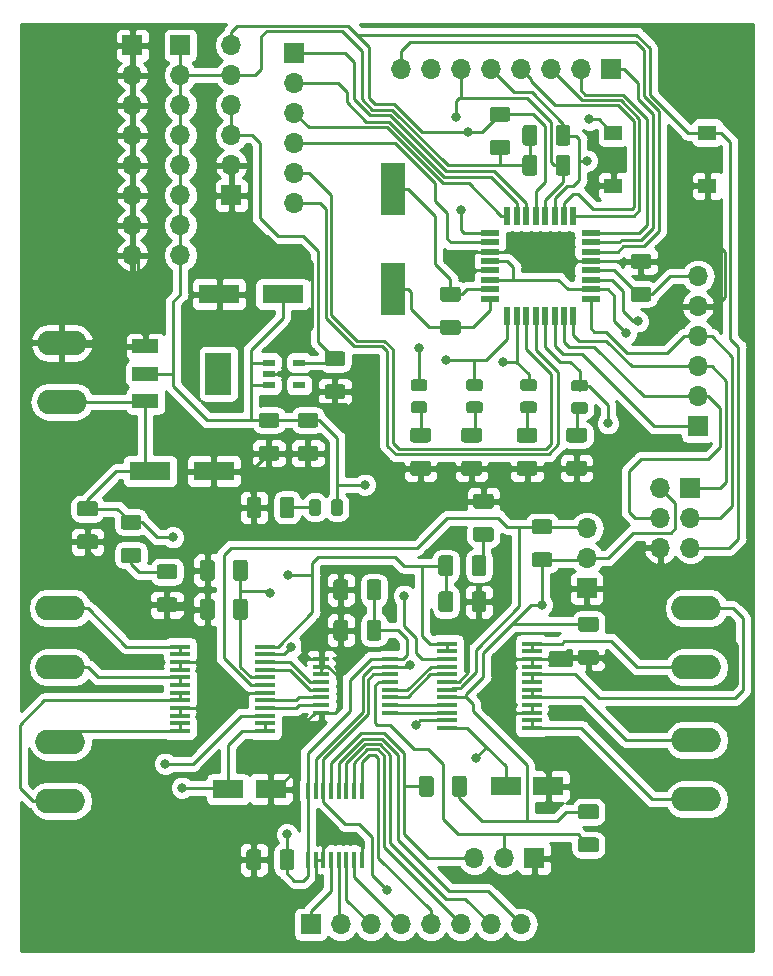
<source format=gbr>
G04 #@! TF.GenerationSoftware,KiCad,Pcbnew,(5.0.1)-3*
G04 #@! TF.CreationDate,2019-03-11T17:07:32+01:00*
G04 #@! TF.ProjectId,Arduino_Uno_R3_From_Scratch,41726475696E6F5F556E6F5F52335F46,rev?*
G04 #@! TF.SameCoordinates,Original*
G04 #@! TF.FileFunction,Copper,L1,Top,Signal*
G04 #@! TF.FilePolarity,Positive*
%FSLAX46Y46*%
G04 Gerber Fmt 4.6, Leading zero omitted, Abs format (unit mm)*
G04 Created by KiCad (PCBNEW (5.0.1)-3) date 11/03/2019 17:07:32*
%MOMM*%
%LPD*%
G01*
G04 APERTURE LIST*
G04 #@! TA.AperFunction,SMDPad,CuDef*
%ADD10R,1.550000X1.300000*%
G04 #@! TD*
G04 #@! TA.AperFunction,SMDPad,CuDef*
%ADD11R,3.500000X1.600000*%
G04 #@! TD*
G04 #@! TA.AperFunction,Conductor*
%ADD12C,0.100000*%
G04 #@! TD*
G04 #@! TA.AperFunction,SMDPad,CuDef*
%ADD13C,1.250000*%
G04 #@! TD*
G04 #@! TA.AperFunction,SMDPad,CuDef*
%ADD14R,2.600000X1.600000*%
G04 #@! TD*
G04 #@! TA.AperFunction,ComponentPad*
%ADD15O,4.198620X2.098040*%
G04 #@! TD*
G04 #@! TA.AperFunction,ComponentPad*
%ADD16R,1.700000X1.700000*%
G04 #@! TD*
G04 #@! TA.AperFunction,ComponentPad*
%ADD17O,1.700000X1.700000*%
G04 #@! TD*
G04 #@! TA.AperFunction,SMDPad,CuDef*
%ADD18R,1.473200X0.355600*%
G04 #@! TD*
G04 #@! TA.AperFunction,SMDPad,CuDef*
%ADD19R,0.355600X1.473200*%
G04 #@! TD*
G04 #@! TA.AperFunction,SMDPad,CuDef*
%ADD20C,0.975000*%
G04 #@! TD*
G04 #@! TA.AperFunction,SMDPad,CuDef*
%ADD21R,1.750000X0.450000*%
G04 #@! TD*
G04 #@! TA.AperFunction,SMDPad,CuDef*
%ADD22R,2.235200X1.219200*%
G04 #@! TD*
G04 #@! TA.AperFunction,SMDPad,CuDef*
%ADD23R,2.200000X3.600000*%
G04 #@! TD*
G04 #@! TA.AperFunction,SMDPad,CuDef*
%ADD24R,1.600000X0.550000*%
G04 #@! TD*
G04 #@! TA.AperFunction,SMDPad,CuDef*
%ADD25R,0.550000X1.600000*%
G04 #@! TD*
G04 #@! TA.AperFunction,SMDPad,CuDef*
%ADD26R,1.100000X0.600000*%
G04 #@! TD*
G04 #@! TA.AperFunction,SMDPad,CuDef*
%ADD27R,2.000000X4.500000*%
G04 #@! TD*
G04 #@! TA.AperFunction,ViaPad*
%ADD28C,0.800000*%
G04 #@! TD*
G04 #@! TA.AperFunction,Conductor*
%ADD29C,0.250000*%
G04 #@! TD*
G04 #@! TA.AperFunction,Conductor*
%ADD30C,0.254000*%
G04 #@! TD*
G04 APERTURE END LIST*
D10*
G04 #@! TO.P,SW1,4*
G04 #@! TO.N,/ATMEGA328P/328P_RESET*
X126449000Y-79157000D03*
G04 #@! TO.P,SW1,3*
G04 #@! TO.N,GND*
X126449000Y-83657000D03*
G04 #@! TO.P,SW1,1*
X134409000Y-83657000D03*
G04 #@! TO.P,SW1,2*
G04 #@! TO.N,/ATMEGA328P/328P_RESET*
X134409000Y-79157000D03*
G04 #@! TD*
D11*
G04 #@! TO.P,C1,1*
G04 #@! TO.N,/DecouplingCapacitors/VM*
X87216000Y-107823000D03*
G04 #@! TO.P,C1,2*
G04 #@! TO.N,GND*
X92616000Y-107823000D03*
G04 #@! TD*
G04 #@! TO.P,C2,2*
G04 #@! TO.N,GND*
X93058000Y-92837000D03*
G04 #@! TO.P,C2,1*
G04 #@! TO.N,5V_LDO*
X98458000Y-92837000D03*
G04 #@! TD*
D12*
G04 #@! TO.N,GND*
G04 #@! TO.C,C3*
G36*
X97931504Y-105678204D02*
X97955773Y-105681804D01*
X97979571Y-105687765D01*
X98002671Y-105696030D01*
X98024849Y-105706520D01*
X98045893Y-105719133D01*
X98065598Y-105733747D01*
X98083777Y-105750223D01*
X98100253Y-105768402D01*
X98114867Y-105788107D01*
X98127480Y-105809151D01*
X98137970Y-105831329D01*
X98146235Y-105854429D01*
X98152196Y-105878227D01*
X98155796Y-105902496D01*
X98157000Y-105927000D01*
X98157000Y-106677000D01*
X98155796Y-106701504D01*
X98152196Y-106725773D01*
X98146235Y-106749571D01*
X98137970Y-106772671D01*
X98127480Y-106794849D01*
X98114867Y-106815893D01*
X98100253Y-106835598D01*
X98083777Y-106853777D01*
X98065598Y-106870253D01*
X98045893Y-106884867D01*
X98024849Y-106897480D01*
X98002671Y-106907970D01*
X97979571Y-106916235D01*
X97955773Y-106922196D01*
X97931504Y-106925796D01*
X97907000Y-106927000D01*
X96657000Y-106927000D01*
X96632496Y-106925796D01*
X96608227Y-106922196D01*
X96584429Y-106916235D01*
X96561329Y-106907970D01*
X96539151Y-106897480D01*
X96518107Y-106884867D01*
X96498402Y-106870253D01*
X96480223Y-106853777D01*
X96463747Y-106835598D01*
X96449133Y-106815893D01*
X96436520Y-106794849D01*
X96426030Y-106772671D01*
X96417765Y-106749571D01*
X96411804Y-106725773D01*
X96408204Y-106701504D01*
X96407000Y-106677000D01*
X96407000Y-105927000D01*
X96408204Y-105902496D01*
X96411804Y-105878227D01*
X96417765Y-105854429D01*
X96426030Y-105831329D01*
X96436520Y-105809151D01*
X96449133Y-105788107D01*
X96463747Y-105768402D01*
X96480223Y-105750223D01*
X96498402Y-105733747D01*
X96518107Y-105719133D01*
X96539151Y-105706520D01*
X96561329Y-105696030D01*
X96584429Y-105687765D01*
X96608227Y-105681804D01*
X96632496Y-105678204D01*
X96657000Y-105677000D01*
X97907000Y-105677000D01*
X97931504Y-105678204D01*
X97931504Y-105678204D01*
G37*
D13*
G04 #@! TD*
G04 #@! TO.P,C3,2*
G04 #@! TO.N,GND*
X97282000Y-106302000D03*
D12*
G04 #@! TO.N,5V_LDO*
G04 #@! TO.C,C3*
G36*
X97931504Y-102878204D02*
X97955773Y-102881804D01*
X97979571Y-102887765D01*
X98002671Y-102896030D01*
X98024849Y-102906520D01*
X98045893Y-102919133D01*
X98065598Y-102933747D01*
X98083777Y-102950223D01*
X98100253Y-102968402D01*
X98114867Y-102988107D01*
X98127480Y-103009151D01*
X98137970Y-103031329D01*
X98146235Y-103054429D01*
X98152196Y-103078227D01*
X98155796Y-103102496D01*
X98157000Y-103127000D01*
X98157000Y-103877000D01*
X98155796Y-103901504D01*
X98152196Y-103925773D01*
X98146235Y-103949571D01*
X98137970Y-103972671D01*
X98127480Y-103994849D01*
X98114867Y-104015893D01*
X98100253Y-104035598D01*
X98083777Y-104053777D01*
X98065598Y-104070253D01*
X98045893Y-104084867D01*
X98024849Y-104097480D01*
X98002671Y-104107970D01*
X97979571Y-104116235D01*
X97955773Y-104122196D01*
X97931504Y-104125796D01*
X97907000Y-104127000D01*
X96657000Y-104127000D01*
X96632496Y-104125796D01*
X96608227Y-104122196D01*
X96584429Y-104116235D01*
X96561329Y-104107970D01*
X96539151Y-104097480D01*
X96518107Y-104084867D01*
X96498402Y-104070253D01*
X96480223Y-104053777D01*
X96463747Y-104035598D01*
X96449133Y-104015893D01*
X96436520Y-103994849D01*
X96426030Y-103972671D01*
X96417765Y-103949571D01*
X96411804Y-103925773D01*
X96408204Y-103901504D01*
X96407000Y-103877000D01*
X96407000Y-103127000D01*
X96408204Y-103102496D01*
X96411804Y-103078227D01*
X96417765Y-103054429D01*
X96426030Y-103031329D01*
X96436520Y-103009151D01*
X96449133Y-102988107D01*
X96463747Y-102968402D01*
X96480223Y-102950223D01*
X96498402Y-102933747D01*
X96518107Y-102919133D01*
X96539151Y-102906520D01*
X96561329Y-102896030D01*
X96584429Y-102887765D01*
X96608227Y-102881804D01*
X96632496Y-102878204D01*
X96657000Y-102877000D01*
X97907000Y-102877000D01*
X97931504Y-102878204D01*
X97931504Y-102878204D01*
G37*
D13*
G04 #@! TD*
G04 #@! TO.P,C3,1*
G04 #@! TO.N,5V_LDO*
X97282000Y-103502000D03*
D12*
G04 #@! TO.N,5V_LDO*
G04 #@! TO.C,C4*
G36*
X124982504Y-120150204D02*
X125006773Y-120153804D01*
X125030571Y-120159765D01*
X125053671Y-120168030D01*
X125075849Y-120178520D01*
X125096893Y-120191133D01*
X125116598Y-120205747D01*
X125134777Y-120222223D01*
X125151253Y-120240402D01*
X125165867Y-120260107D01*
X125178480Y-120281151D01*
X125188970Y-120303329D01*
X125197235Y-120326429D01*
X125203196Y-120350227D01*
X125206796Y-120374496D01*
X125208000Y-120399000D01*
X125208000Y-121149000D01*
X125206796Y-121173504D01*
X125203196Y-121197773D01*
X125197235Y-121221571D01*
X125188970Y-121244671D01*
X125178480Y-121266849D01*
X125165867Y-121287893D01*
X125151253Y-121307598D01*
X125134777Y-121325777D01*
X125116598Y-121342253D01*
X125096893Y-121356867D01*
X125075849Y-121369480D01*
X125053671Y-121379970D01*
X125030571Y-121388235D01*
X125006773Y-121394196D01*
X124982504Y-121397796D01*
X124958000Y-121399000D01*
X123708000Y-121399000D01*
X123683496Y-121397796D01*
X123659227Y-121394196D01*
X123635429Y-121388235D01*
X123612329Y-121379970D01*
X123590151Y-121369480D01*
X123569107Y-121356867D01*
X123549402Y-121342253D01*
X123531223Y-121325777D01*
X123514747Y-121307598D01*
X123500133Y-121287893D01*
X123487520Y-121266849D01*
X123477030Y-121244671D01*
X123468765Y-121221571D01*
X123462804Y-121197773D01*
X123459204Y-121173504D01*
X123458000Y-121149000D01*
X123458000Y-120399000D01*
X123459204Y-120374496D01*
X123462804Y-120350227D01*
X123468765Y-120326429D01*
X123477030Y-120303329D01*
X123487520Y-120281151D01*
X123500133Y-120260107D01*
X123514747Y-120240402D01*
X123531223Y-120222223D01*
X123549402Y-120205747D01*
X123569107Y-120191133D01*
X123590151Y-120178520D01*
X123612329Y-120168030D01*
X123635429Y-120159765D01*
X123659227Y-120153804D01*
X123683496Y-120150204D01*
X123708000Y-120149000D01*
X124958000Y-120149000D01*
X124982504Y-120150204D01*
X124982504Y-120150204D01*
G37*
D13*
G04 #@! TD*
G04 #@! TO.P,C4,1*
G04 #@! TO.N,5V_LDO*
X124333000Y-120774000D03*
D12*
G04 #@! TO.N,GND*
G04 #@! TO.C,C4*
G36*
X124982504Y-122950204D02*
X125006773Y-122953804D01*
X125030571Y-122959765D01*
X125053671Y-122968030D01*
X125075849Y-122978520D01*
X125096893Y-122991133D01*
X125116598Y-123005747D01*
X125134777Y-123022223D01*
X125151253Y-123040402D01*
X125165867Y-123060107D01*
X125178480Y-123081151D01*
X125188970Y-123103329D01*
X125197235Y-123126429D01*
X125203196Y-123150227D01*
X125206796Y-123174496D01*
X125208000Y-123199000D01*
X125208000Y-123949000D01*
X125206796Y-123973504D01*
X125203196Y-123997773D01*
X125197235Y-124021571D01*
X125188970Y-124044671D01*
X125178480Y-124066849D01*
X125165867Y-124087893D01*
X125151253Y-124107598D01*
X125134777Y-124125777D01*
X125116598Y-124142253D01*
X125096893Y-124156867D01*
X125075849Y-124169480D01*
X125053671Y-124179970D01*
X125030571Y-124188235D01*
X125006773Y-124194196D01*
X124982504Y-124197796D01*
X124958000Y-124199000D01*
X123708000Y-124199000D01*
X123683496Y-124197796D01*
X123659227Y-124194196D01*
X123635429Y-124188235D01*
X123612329Y-124179970D01*
X123590151Y-124169480D01*
X123569107Y-124156867D01*
X123549402Y-124142253D01*
X123531223Y-124125777D01*
X123514747Y-124107598D01*
X123500133Y-124087893D01*
X123487520Y-124066849D01*
X123477030Y-124044671D01*
X123468765Y-124021571D01*
X123462804Y-123997773D01*
X123459204Y-123973504D01*
X123458000Y-123949000D01*
X123458000Y-123199000D01*
X123459204Y-123174496D01*
X123462804Y-123150227D01*
X123468765Y-123126429D01*
X123477030Y-123103329D01*
X123487520Y-123081151D01*
X123500133Y-123060107D01*
X123514747Y-123040402D01*
X123531223Y-123022223D01*
X123549402Y-123005747D01*
X123569107Y-122991133D01*
X123590151Y-122978520D01*
X123612329Y-122968030D01*
X123635429Y-122959765D01*
X123659227Y-122953804D01*
X123683496Y-122950204D01*
X123708000Y-122949000D01*
X124958000Y-122949000D01*
X124982504Y-122950204D01*
X124982504Y-122950204D01*
G37*
D13*
G04 #@! TD*
G04 #@! TO.P,C4,2*
G04 #@! TO.N,GND*
X124333000Y-123574000D03*
D12*
G04 #@! TO.N,Net-(C5-Pad1)*
G04 #@! TO.C,C5*
G36*
X89295504Y-115705204D02*
X89319773Y-115708804D01*
X89343571Y-115714765D01*
X89366671Y-115723030D01*
X89388849Y-115733520D01*
X89409893Y-115746133D01*
X89429598Y-115760747D01*
X89447777Y-115777223D01*
X89464253Y-115795402D01*
X89478867Y-115815107D01*
X89491480Y-115836151D01*
X89501970Y-115858329D01*
X89510235Y-115881429D01*
X89516196Y-115905227D01*
X89519796Y-115929496D01*
X89521000Y-115954000D01*
X89521000Y-116704000D01*
X89519796Y-116728504D01*
X89516196Y-116752773D01*
X89510235Y-116776571D01*
X89501970Y-116799671D01*
X89491480Y-116821849D01*
X89478867Y-116842893D01*
X89464253Y-116862598D01*
X89447777Y-116880777D01*
X89429598Y-116897253D01*
X89409893Y-116911867D01*
X89388849Y-116924480D01*
X89366671Y-116934970D01*
X89343571Y-116943235D01*
X89319773Y-116949196D01*
X89295504Y-116952796D01*
X89271000Y-116954000D01*
X88021000Y-116954000D01*
X87996496Y-116952796D01*
X87972227Y-116949196D01*
X87948429Y-116943235D01*
X87925329Y-116934970D01*
X87903151Y-116924480D01*
X87882107Y-116911867D01*
X87862402Y-116897253D01*
X87844223Y-116880777D01*
X87827747Y-116862598D01*
X87813133Y-116842893D01*
X87800520Y-116821849D01*
X87790030Y-116799671D01*
X87781765Y-116776571D01*
X87775804Y-116752773D01*
X87772204Y-116728504D01*
X87771000Y-116704000D01*
X87771000Y-115954000D01*
X87772204Y-115929496D01*
X87775804Y-115905227D01*
X87781765Y-115881429D01*
X87790030Y-115858329D01*
X87800520Y-115836151D01*
X87813133Y-115815107D01*
X87827747Y-115795402D01*
X87844223Y-115777223D01*
X87862402Y-115760747D01*
X87882107Y-115746133D01*
X87903151Y-115733520D01*
X87925329Y-115723030D01*
X87948429Y-115714765D01*
X87972227Y-115708804D01*
X87996496Y-115705204D01*
X88021000Y-115704000D01*
X89271000Y-115704000D01*
X89295504Y-115705204D01*
X89295504Y-115705204D01*
G37*
D13*
G04 #@! TD*
G04 #@! TO.P,C5,1*
G04 #@! TO.N,Net-(C5-Pad1)*
X88646000Y-116329000D03*
D12*
G04 #@! TO.N,GND*
G04 #@! TO.C,C5*
G36*
X89295504Y-118505204D02*
X89319773Y-118508804D01*
X89343571Y-118514765D01*
X89366671Y-118523030D01*
X89388849Y-118533520D01*
X89409893Y-118546133D01*
X89429598Y-118560747D01*
X89447777Y-118577223D01*
X89464253Y-118595402D01*
X89478867Y-118615107D01*
X89491480Y-118636151D01*
X89501970Y-118658329D01*
X89510235Y-118681429D01*
X89516196Y-118705227D01*
X89519796Y-118729496D01*
X89521000Y-118754000D01*
X89521000Y-119504000D01*
X89519796Y-119528504D01*
X89516196Y-119552773D01*
X89510235Y-119576571D01*
X89501970Y-119599671D01*
X89491480Y-119621849D01*
X89478867Y-119642893D01*
X89464253Y-119662598D01*
X89447777Y-119680777D01*
X89429598Y-119697253D01*
X89409893Y-119711867D01*
X89388849Y-119724480D01*
X89366671Y-119734970D01*
X89343571Y-119743235D01*
X89319773Y-119749196D01*
X89295504Y-119752796D01*
X89271000Y-119754000D01*
X88021000Y-119754000D01*
X87996496Y-119752796D01*
X87972227Y-119749196D01*
X87948429Y-119743235D01*
X87925329Y-119734970D01*
X87903151Y-119724480D01*
X87882107Y-119711867D01*
X87862402Y-119697253D01*
X87844223Y-119680777D01*
X87827747Y-119662598D01*
X87813133Y-119642893D01*
X87800520Y-119621849D01*
X87790030Y-119599671D01*
X87781765Y-119576571D01*
X87775804Y-119552773D01*
X87772204Y-119528504D01*
X87771000Y-119504000D01*
X87771000Y-118754000D01*
X87772204Y-118729496D01*
X87775804Y-118705227D01*
X87781765Y-118681429D01*
X87790030Y-118658329D01*
X87800520Y-118636151D01*
X87813133Y-118615107D01*
X87827747Y-118595402D01*
X87844223Y-118577223D01*
X87862402Y-118560747D01*
X87882107Y-118546133D01*
X87903151Y-118533520D01*
X87925329Y-118523030D01*
X87948429Y-118514765D01*
X87972227Y-118508804D01*
X87996496Y-118505204D01*
X88021000Y-118504000D01*
X89271000Y-118504000D01*
X89295504Y-118505204D01*
X89295504Y-118505204D01*
G37*
D13*
G04 #@! TD*
G04 #@! TO.P,C5,2*
G04 #@! TO.N,GND*
X88646000Y-119129000D03*
D12*
G04 #@! TO.N,3V3_LDO*
G04 #@! TO.C,C6*
G36*
X103519504Y-97671204D02*
X103543773Y-97674804D01*
X103567571Y-97680765D01*
X103590671Y-97689030D01*
X103612849Y-97699520D01*
X103633893Y-97712133D01*
X103653598Y-97726747D01*
X103671777Y-97743223D01*
X103688253Y-97761402D01*
X103702867Y-97781107D01*
X103715480Y-97802151D01*
X103725970Y-97824329D01*
X103734235Y-97847429D01*
X103740196Y-97871227D01*
X103743796Y-97895496D01*
X103745000Y-97920000D01*
X103745000Y-98670000D01*
X103743796Y-98694504D01*
X103740196Y-98718773D01*
X103734235Y-98742571D01*
X103725970Y-98765671D01*
X103715480Y-98787849D01*
X103702867Y-98808893D01*
X103688253Y-98828598D01*
X103671777Y-98846777D01*
X103653598Y-98863253D01*
X103633893Y-98877867D01*
X103612849Y-98890480D01*
X103590671Y-98900970D01*
X103567571Y-98909235D01*
X103543773Y-98915196D01*
X103519504Y-98918796D01*
X103495000Y-98920000D01*
X102245000Y-98920000D01*
X102220496Y-98918796D01*
X102196227Y-98915196D01*
X102172429Y-98909235D01*
X102149329Y-98900970D01*
X102127151Y-98890480D01*
X102106107Y-98877867D01*
X102086402Y-98863253D01*
X102068223Y-98846777D01*
X102051747Y-98828598D01*
X102037133Y-98808893D01*
X102024520Y-98787849D01*
X102014030Y-98765671D01*
X102005765Y-98742571D01*
X101999804Y-98718773D01*
X101996204Y-98694504D01*
X101995000Y-98670000D01*
X101995000Y-97920000D01*
X101996204Y-97895496D01*
X101999804Y-97871227D01*
X102005765Y-97847429D01*
X102014030Y-97824329D01*
X102024520Y-97802151D01*
X102037133Y-97781107D01*
X102051747Y-97761402D01*
X102068223Y-97743223D01*
X102086402Y-97726747D01*
X102106107Y-97712133D01*
X102127151Y-97699520D01*
X102149329Y-97689030D01*
X102172429Y-97680765D01*
X102196227Y-97674804D01*
X102220496Y-97671204D01*
X102245000Y-97670000D01*
X103495000Y-97670000D01*
X103519504Y-97671204D01*
X103519504Y-97671204D01*
G37*
D13*
G04 #@! TD*
G04 #@! TO.P,C6,1*
G04 #@! TO.N,3V3_LDO*
X102870000Y-98295000D03*
D12*
G04 #@! TO.N,GND*
G04 #@! TO.C,C6*
G36*
X103519504Y-100471204D02*
X103543773Y-100474804D01*
X103567571Y-100480765D01*
X103590671Y-100489030D01*
X103612849Y-100499520D01*
X103633893Y-100512133D01*
X103653598Y-100526747D01*
X103671777Y-100543223D01*
X103688253Y-100561402D01*
X103702867Y-100581107D01*
X103715480Y-100602151D01*
X103725970Y-100624329D01*
X103734235Y-100647429D01*
X103740196Y-100671227D01*
X103743796Y-100695496D01*
X103745000Y-100720000D01*
X103745000Y-101470000D01*
X103743796Y-101494504D01*
X103740196Y-101518773D01*
X103734235Y-101542571D01*
X103725970Y-101565671D01*
X103715480Y-101587849D01*
X103702867Y-101608893D01*
X103688253Y-101628598D01*
X103671777Y-101646777D01*
X103653598Y-101663253D01*
X103633893Y-101677867D01*
X103612849Y-101690480D01*
X103590671Y-101700970D01*
X103567571Y-101709235D01*
X103543773Y-101715196D01*
X103519504Y-101718796D01*
X103495000Y-101720000D01*
X102245000Y-101720000D01*
X102220496Y-101718796D01*
X102196227Y-101715196D01*
X102172429Y-101709235D01*
X102149329Y-101700970D01*
X102127151Y-101690480D01*
X102106107Y-101677867D01*
X102086402Y-101663253D01*
X102068223Y-101646777D01*
X102051747Y-101628598D01*
X102037133Y-101608893D01*
X102024520Y-101587849D01*
X102014030Y-101565671D01*
X102005765Y-101542571D01*
X101999804Y-101518773D01*
X101996204Y-101494504D01*
X101995000Y-101470000D01*
X101995000Y-100720000D01*
X101996204Y-100695496D01*
X101999804Y-100671227D01*
X102005765Y-100647429D01*
X102014030Y-100624329D01*
X102024520Y-100602151D01*
X102037133Y-100581107D01*
X102051747Y-100561402D01*
X102068223Y-100543223D01*
X102086402Y-100526747D01*
X102106107Y-100512133D01*
X102127151Y-100499520D01*
X102149329Y-100489030D01*
X102172429Y-100480765D01*
X102196227Y-100474804D01*
X102220496Y-100471204D01*
X102245000Y-100470000D01*
X103495000Y-100470000D01*
X103519504Y-100471204D01*
X103519504Y-100471204D01*
G37*
D13*
G04 #@! TD*
G04 #@! TO.P,C6,2*
G04 #@! TO.N,GND*
X102870000Y-101095000D03*
D12*
G04 #@! TO.N,GND*
G04 #@! TO.C,C7*
G36*
X82564504Y-113171204D02*
X82588773Y-113174804D01*
X82612571Y-113180765D01*
X82635671Y-113189030D01*
X82657849Y-113199520D01*
X82678893Y-113212133D01*
X82698598Y-113226747D01*
X82716777Y-113243223D01*
X82733253Y-113261402D01*
X82747867Y-113281107D01*
X82760480Y-113302151D01*
X82770970Y-113324329D01*
X82779235Y-113347429D01*
X82785196Y-113371227D01*
X82788796Y-113395496D01*
X82790000Y-113420000D01*
X82790000Y-114170000D01*
X82788796Y-114194504D01*
X82785196Y-114218773D01*
X82779235Y-114242571D01*
X82770970Y-114265671D01*
X82760480Y-114287849D01*
X82747867Y-114308893D01*
X82733253Y-114328598D01*
X82716777Y-114346777D01*
X82698598Y-114363253D01*
X82678893Y-114377867D01*
X82657849Y-114390480D01*
X82635671Y-114400970D01*
X82612571Y-114409235D01*
X82588773Y-114415196D01*
X82564504Y-114418796D01*
X82540000Y-114420000D01*
X81290000Y-114420000D01*
X81265496Y-114418796D01*
X81241227Y-114415196D01*
X81217429Y-114409235D01*
X81194329Y-114400970D01*
X81172151Y-114390480D01*
X81151107Y-114377867D01*
X81131402Y-114363253D01*
X81113223Y-114346777D01*
X81096747Y-114328598D01*
X81082133Y-114308893D01*
X81069520Y-114287849D01*
X81059030Y-114265671D01*
X81050765Y-114242571D01*
X81044804Y-114218773D01*
X81041204Y-114194504D01*
X81040000Y-114170000D01*
X81040000Y-113420000D01*
X81041204Y-113395496D01*
X81044804Y-113371227D01*
X81050765Y-113347429D01*
X81059030Y-113324329D01*
X81069520Y-113302151D01*
X81082133Y-113281107D01*
X81096747Y-113261402D01*
X81113223Y-113243223D01*
X81131402Y-113226747D01*
X81151107Y-113212133D01*
X81172151Y-113199520D01*
X81194329Y-113189030D01*
X81217429Y-113180765D01*
X81241227Y-113174804D01*
X81265496Y-113171204D01*
X81290000Y-113170000D01*
X82540000Y-113170000D01*
X82564504Y-113171204D01*
X82564504Y-113171204D01*
G37*
D13*
G04 #@! TD*
G04 #@! TO.P,C7,2*
G04 #@! TO.N,GND*
X81915000Y-113795000D03*
D12*
G04 #@! TO.N,/DecouplingCapacitors/VM*
G04 #@! TO.C,C7*
G36*
X82564504Y-110371204D02*
X82588773Y-110374804D01*
X82612571Y-110380765D01*
X82635671Y-110389030D01*
X82657849Y-110399520D01*
X82678893Y-110412133D01*
X82698598Y-110426747D01*
X82716777Y-110443223D01*
X82733253Y-110461402D01*
X82747867Y-110481107D01*
X82760480Y-110502151D01*
X82770970Y-110524329D01*
X82779235Y-110547429D01*
X82785196Y-110571227D01*
X82788796Y-110595496D01*
X82790000Y-110620000D01*
X82790000Y-111370000D01*
X82788796Y-111394504D01*
X82785196Y-111418773D01*
X82779235Y-111442571D01*
X82770970Y-111465671D01*
X82760480Y-111487849D01*
X82747867Y-111508893D01*
X82733253Y-111528598D01*
X82716777Y-111546777D01*
X82698598Y-111563253D01*
X82678893Y-111577867D01*
X82657849Y-111590480D01*
X82635671Y-111600970D01*
X82612571Y-111609235D01*
X82588773Y-111615196D01*
X82564504Y-111618796D01*
X82540000Y-111620000D01*
X81290000Y-111620000D01*
X81265496Y-111618796D01*
X81241227Y-111615196D01*
X81217429Y-111609235D01*
X81194329Y-111600970D01*
X81172151Y-111590480D01*
X81151107Y-111577867D01*
X81131402Y-111563253D01*
X81113223Y-111546777D01*
X81096747Y-111528598D01*
X81082133Y-111508893D01*
X81069520Y-111487849D01*
X81059030Y-111465671D01*
X81050765Y-111442571D01*
X81044804Y-111418773D01*
X81041204Y-111394504D01*
X81040000Y-111370000D01*
X81040000Y-110620000D01*
X81041204Y-110595496D01*
X81044804Y-110571227D01*
X81050765Y-110547429D01*
X81059030Y-110524329D01*
X81069520Y-110502151D01*
X81082133Y-110481107D01*
X81096747Y-110461402D01*
X81113223Y-110443223D01*
X81131402Y-110426747D01*
X81151107Y-110412133D01*
X81172151Y-110399520D01*
X81194329Y-110389030D01*
X81217429Y-110380765D01*
X81241227Y-110374804D01*
X81265496Y-110371204D01*
X81290000Y-110370000D01*
X82540000Y-110370000D01*
X82564504Y-110371204D01*
X82564504Y-110371204D01*
G37*
D13*
G04 #@! TD*
G04 #@! TO.P,C7,1*
G04 #@! TO.N,/DecouplingCapacitors/VM*
X81915000Y-110995000D03*
D12*
G04 #@! TO.N,GND*
G04 #@! TO.C,C8*
G36*
X115464504Y-117998204D02*
X115488773Y-118001804D01*
X115512571Y-118007765D01*
X115535671Y-118016030D01*
X115557849Y-118026520D01*
X115578893Y-118039133D01*
X115598598Y-118053747D01*
X115616777Y-118070223D01*
X115633253Y-118088402D01*
X115647867Y-118108107D01*
X115660480Y-118129151D01*
X115670970Y-118151329D01*
X115679235Y-118174429D01*
X115685196Y-118198227D01*
X115688796Y-118222496D01*
X115690000Y-118247000D01*
X115690000Y-119497000D01*
X115688796Y-119521504D01*
X115685196Y-119545773D01*
X115679235Y-119569571D01*
X115670970Y-119592671D01*
X115660480Y-119614849D01*
X115647867Y-119635893D01*
X115633253Y-119655598D01*
X115616777Y-119673777D01*
X115598598Y-119690253D01*
X115578893Y-119704867D01*
X115557849Y-119717480D01*
X115535671Y-119727970D01*
X115512571Y-119736235D01*
X115488773Y-119742196D01*
X115464504Y-119745796D01*
X115440000Y-119747000D01*
X114690000Y-119747000D01*
X114665496Y-119745796D01*
X114641227Y-119742196D01*
X114617429Y-119736235D01*
X114594329Y-119727970D01*
X114572151Y-119717480D01*
X114551107Y-119704867D01*
X114531402Y-119690253D01*
X114513223Y-119673777D01*
X114496747Y-119655598D01*
X114482133Y-119635893D01*
X114469520Y-119614849D01*
X114459030Y-119592671D01*
X114450765Y-119569571D01*
X114444804Y-119545773D01*
X114441204Y-119521504D01*
X114440000Y-119497000D01*
X114440000Y-118247000D01*
X114441204Y-118222496D01*
X114444804Y-118198227D01*
X114450765Y-118174429D01*
X114459030Y-118151329D01*
X114469520Y-118129151D01*
X114482133Y-118108107D01*
X114496747Y-118088402D01*
X114513223Y-118070223D01*
X114531402Y-118053747D01*
X114551107Y-118039133D01*
X114572151Y-118026520D01*
X114594329Y-118016030D01*
X114617429Y-118007765D01*
X114641227Y-118001804D01*
X114665496Y-117998204D01*
X114690000Y-117997000D01*
X115440000Y-117997000D01*
X115464504Y-117998204D01*
X115464504Y-117998204D01*
G37*
D13*
G04 #@! TD*
G04 #@! TO.P,C8,2*
G04 #@! TO.N,GND*
X115065000Y-118872000D03*
D12*
G04 #@! TO.N,/DecouplingCapacitors/VM*
G04 #@! TO.C,C8*
G36*
X112664504Y-117998204D02*
X112688773Y-118001804D01*
X112712571Y-118007765D01*
X112735671Y-118016030D01*
X112757849Y-118026520D01*
X112778893Y-118039133D01*
X112798598Y-118053747D01*
X112816777Y-118070223D01*
X112833253Y-118088402D01*
X112847867Y-118108107D01*
X112860480Y-118129151D01*
X112870970Y-118151329D01*
X112879235Y-118174429D01*
X112885196Y-118198227D01*
X112888796Y-118222496D01*
X112890000Y-118247000D01*
X112890000Y-119497000D01*
X112888796Y-119521504D01*
X112885196Y-119545773D01*
X112879235Y-119569571D01*
X112870970Y-119592671D01*
X112860480Y-119614849D01*
X112847867Y-119635893D01*
X112833253Y-119655598D01*
X112816777Y-119673777D01*
X112798598Y-119690253D01*
X112778893Y-119704867D01*
X112757849Y-119717480D01*
X112735671Y-119727970D01*
X112712571Y-119736235D01*
X112688773Y-119742196D01*
X112664504Y-119745796D01*
X112640000Y-119747000D01*
X111890000Y-119747000D01*
X111865496Y-119745796D01*
X111841227Y-119742196D01*
X111817429Y-119736235D01*
X111794329Y-119727970D01*
X111772151Y-119717480D01*
X111751107Y-119704867D01*
X111731402Y-119690253D01*
X111713223Y-119673777D01*
X111696747Y-119655598D01*
X111682133Y-119635893D01*
X111669520Y-119614849D01*
X111659030Y-119592671D01*
X111650765Y-119569571D01*
X111644804Y-119545773D01*
X111641204Y-119521504D01*
X111640000Y-119497000D01*
X111640000Y-118247000D01*
X111641204Y-118222496D01*
X111644804Y-118198227D01*
X111650765Y-118174429D01*
X111659030Y-118151329D01*
X111669520Y-118129151D01*
X111682133Y-118108107D01*
X111696747Y-118088402D01*
X111713223Y-118070223D01*
X111731402Y-118053747D01*
X111751107Y-118039133D01*
X111772151Y-118026520D01*
X111794329Y-118016030D01*
X111817429Y-118007765D01*
X111841227Y-118001804D01*
X111865496Y-117998204D01*
X111890000Y-117997000D01*
X112640000Y-117997000D01*
X112664504Y-117998204D01*
X112664504Y-117998204D01*
G37*
D13*
G04 #@! TD*
G04 #@! TO.P,C8,1*
G04 #@! TO.N,/DecouplingCapacitors/VM*
X112265000Y-118872000D03*
D14*
G04 #@! TO.P,C9,1*
G04 #@! TO.N,/DecouplingCapacitors/VM*
X117326000Y-134493000D03*
G04 #@! TO.P,C9,2*
G04 #@! TO.N,GND*
X120926000Y-134493000D03*
G04 #@! TD*
G04 #@! TO.P,C10,2*
G04 #@! TO.N,GND*
X97431000Y-134747000D03*
G04 #@! TO.P,C10,1*
G04 #@! TO.N,/DecouplingCapacitors/VM*
X93831000Y-134747000D03*
G04 #@! TD*
D12*
G04 #@! TO.N,5V_LDO*
G04 #@! TO.C,C11*
G36*
X101233504Y-102878204D02*
X101257773Y-102881804D01*
X101281571Y-102887765D01*
X101304671Y-102896030D01*
X101326849Y-102906520D01*
X101347893Y-102919133D01*
X101367598Y-102933747D01*
X101385777Y-102950223D01*
X101402253Y-102968402D01*
X101416867Y-102988107D01*
X101429480Y-103009151D01*
X101439970Y-103031329D01*
X101448235Y-103054429D01*
X101454196Y-103078227D01*
X101457796Y-103102496D01*
X101459000Y-103127000D01*
X101459000Y-103877000D01*
X101457796Y-103901504D01*
X101454196Y-103925773D01*
X101448235Y-103949571D01*
X101439970Y-103972671D01*
X101429480Y-103994849D01*
X101416867Y-104015893D01*
X101402253Y-104035598D01*
X101385777Y-104053777D01*
X101367598Y-104070253D01*
X101347893Y-104084867D01*
X101326849Y-104097480D01*
X101304671Y-104107970D01*
X101281571Y-104116235D01*
X101257773Y-104122196D01*
X101233504Y-104125796D01*
X101209000Y-104127000D01*
X99959000Y-104127000D01*
X99934496Y-104125796D01*
X99910227Y-104122196D01*
X99886429Y-104116235D01*
X99863329Y-104107970D01*
X99841151Y-104097480D01*
X99820107Y-104084867D01*
X99800402Y-104070253D01*
X99782223Y-104053777D01*
X99765747Y-104035598D01*
X99751133Y-104015893D01*
X99738520Y-103994849D01*
X99728030Y-103972671D01*
X99719765Y-103949571D01*
X99713804Y-103925773D01*
X99710204Y-103901504D01*
X99709000Y-103877000D01*
X99709000Y-103127000D01*
X99710204Y-103102496D01*
X99713804Y-103078227D01*
X99719765Y-103054429D01*
X99728030Y-103031329D01*
X99738520Y-103009151D01*
X99751133Y-102988107D01*
X99765747Y-102968402D01*
X99782223Y-102950223D01*
X99800402Y-102933747D01*
X99820107Y-102919133D01*
X99841151Y-102906520D01*
X99863329Y-102896030D01*
X99886429Y-102887765D01*
X99910227Y-102881804D01*
X99934496Y-102878204D01*
X99959000Y-102877000D01*
X101209000Y-102877000D01*
X101233504Y-102878204D01*
X101233504Y-102878204D01*
G37*
D13*
G04 #@! TD*
G04 #@! TO.P,C11,1*
G04 #@! TO.N,5V_LDO*
X100584000Y-103502000D03*
D12*
G04 #@! TO.N,GND*
G04 #@! TO.C,C11*
G36*
X101233504Y-105678204D02*
X101257773Y-105681804D01*
X101281571Y-105687765D01*
X101304671Y-105696030D01*
X101326849Y-105706520D01*
X101347893Y-105719133D01*
X101367598Y-105733747D01*
X101385777Y-105750223D01*
X101402253Y-105768402D01*
X101416867Y-105788107D01*
X101429480Y-105809151D01*
X101439970Y-105831329D01*
X101448235Y-105854429D01*
X101454196Y-105878227D01*
X101457796Y-105902496D01*
X101459000Y-105927000D01*
X101459000Y-106677000D01*
X101457796Y-106701504D01*
X101454196Y-106725773D01*
X101448235Y-106749571D01*
X101439970Y-106772671D01*
X101429480Y-106794849D01*
X101416867Y-106815893D01*
X101402253Y-106835598D01*
X101385777Y-106853777D01*
X101367598Y-106870253D01*
X101347893Y-106884867D01*
X101326849Y-106897480D01*
X101304671Y-106907970D01*
X101281571Y-106916235D01*
X101257773Y-106922196D01*
X101233504Y-106925796D01*
X101209000Y-106927000D01*
X99959000Y-106927000D01*
X99934496Y-106925796D01*
X99910227Y-106922196D01*
X99886429Y-106916235D01*
X99863329Y-106907970D01*
X99841151Y-106897480D01*
X99820107Y-106884867D01*
X99800402Y-106870253D01*
X99782223Y-106853777D01*
X99765747Y-106835598D01*
X99751133Y-106815893D01*
X99738520Y-106794849D01*
X99728030Y-106772671D01*
X99719765Y-106749571D01*
X99713804Y-106725773D01*
X99710204Y-106701504D01*
X99709000Y-106677000D01*
X99709000Y-105927000D01*
X99710204Y-105902496D01*
X99713804Y-105878227D01*
X99719765Y-105854429D01*
X99728030Y-105831329D01*
X99738520Y-105809151D01*
X99751133Y-105788107D01*
X99765747Y-105768402D01*
X99782223Y-105750223D01*
X99800402Y-105733747D01*
X99820107Y-105719133D01*
X99841151Y-105706520D01*
X99863329Y-105696030D01*
X99886429Y-105687765D01*
X99910227Y-105681804D01*
X99934496Y-105678204D01*
X99959000Y-105677000D01*
X101209000Y-105677000D01*
X101233504Y-105678204D01*
X101233504Y-105678204D01*
G37*
D13*
G04 #@! TD*
G04 #@! TO.P,C11,2*
G04 #@! TO.N,GND*
X100584000Y-106302000D03*
D12*
G04 #@! TO.N,5V_LDO*
G04 #@! TO.C,C12*
G36*
X106574504Y-116982204D02*
X106598773Y-116985804D01*
X106622571Y-116991765D01*
X106645671Y-117000030D01*
X106667849Y-117010520D01*
X106688893Y-117023133D01*
X106708598Y-117037747D01*
X106726777Y-117054223D01*
X106743253Y-117072402D01*
X106757867Y-117092107D01*
X106770480Y-117113151D01*
X106780970Y-117135329D01*
X106789235Y-117158429D01*
X106795196Y-117182227D01*
X106798796Y-117206496D01*
X106800000Y-117231000D01*
X106800000Y-118481000D01*
X106798796Y-118505504D01*
X106795196Y-118529773D01*
X106789235Y-118553571D01*
X106780970Y-118576671D01*
X106770480Y-118598849D01*
X106757867Y-118619893D01*
X106743253Y-118639598D01*
X106726777Y-118657777D01*
X106708598Y-118674253D01*
X106688893Y-118688867D01*
X106667849Y-118701480D01*
X106645671Y-118711970D01*
X106622571Y-118720235D01*
X106598773Y-118726196D01*
X106574504Y-118729796D01*
X106550000Y-118731000D01*
X105800000Y-118731000D01*
X105775496Y-118729796D01*
X105751227Y-118726196D01*
X105727429Y-118720235D01*
X105704329Y-118711970D01*
X105682151Y-118701480D01*
X105661107Y-118688867D01*
X105641402Y-118674253D01*
X105623223Y-118657777D01*
X105606747Y-118639598D01*
X105592133Y-118619893D01*
X105579520Y-118598849D01*
X105569030Y-118576671D01*
X105560765Y-118553571D01*
X105554804Y-118529773D01*
X105551204Y-118505504D01*
X105550000Y-118481000D01*
X105550000Y-117231000D01*
X105551204Y-117206496D01*
X105554804Y-117182227D01*
X105560765Y-117158429D01*
X105569030Y-117135329D01*
X105579520Y-117113151D01*
X105592133Y-117092107D01*
X105606747Y-117072402D01*
X105623223Y-117054223D01*
X105641402Y-117037747D01*
X105661107Y-117023133D01*
X105682151Y-117010520D01*
X105704329Y-117000030D01*
X105727429Y-116991765D01*
X105751227Y-116985804D01*
X105775496Y-116982204D01*
X105800000Y-116981000D01*
X106550000Y-116981000D01*
X106574504Y-116982204D01*
X106574504Y-116982204D01*
G37*
D13*
G04 #@! TD*
G04 #@! TO.P,C12,1*
G04 #@! TO.N,5V_LDO*
X106175000Y-117856000D03*
D12*
G04 #@! TO.N,GND*
G04 #@! TO.C,C12*
G36*
X103774504Y-116982204D02*
X103798773Y-116985804D01*
X103822571Y-116991765D01*
X103845671Y-117000030D01*
X103867849Y-117010520D01*
X103888893Y-117023133D01*
X103908598Y-117037747D01*
X103926777Y-117054223D01*
X103943253Y-117072402D01*
X103957867Y-117092107D01*
X103970480Y-117113151D01*
X103980970Y-117135329D01*
X103989235Y-117158429D01*
X103995196Y-117182227D01*
X103998796Y-117206496D01*
X104000000Y-117231000D01*
X104000000Y-118481000D01*
X103998796Y-118505504D01*
X103995196Y-118529773D01*
X103989235Y-118553571D01*
X103980970Y-118576671D01*
X103970480Y-118598849D01*
X103957867Y-118619893D01*
X103943253Y-118639598D01*
X103926777Y-118657777D01*
X103908598Y-118674253D01*
X103888893Y-118688867D01*
X103867849Y-118701480D01*
X103845671Y-118711970D01*
X103822571Y-118720235D01*
X103798773Y-118726196D01*
X103774504Y-118729796D01*
X103750000Y-118731000D01*
X103000000Y-118731000D01*
X102975496Y-118729796D01*
X102951227Y-118726196D01*
X102927429Y-118720235D01*
X102904329Y-118711970D01*
X102882151Y-118701480D01*
X102861107Y-118688867D01*
X102841402Y-118674253D01*
X102823223Y-118657777D01*
X102806747Y-118639598D01*
X102792133Y-118619893D01*
X102779520Y-118598849D01*
X102769030Y-118576671D01*
X102760765Y-118553571D01*
X102754804Y-118529773D01*
X102751204Y-118505504D01*
X102750000Y-118481000D01*
X102750000Y-117231000D01*
X102751204Y-117206496D01*
X102754804Y-117182227D01*
X102760765Y-117158429D01*
X102769030Y-117135329D01*
X102779520Y-117113151D01*
X102792133Y-117092107D01*
X102806747Y-117072402D01*
X102823223Y-117054223D01*
X102841402Y-117037747D01*
X102861107Y-117023133D01*
X102882151Y-117010520D01*
X102904329Y-117000030D01*
X102927429Y-116991765D01*
X102951227Y-116985804D01*
X102975496Y-116982204D01*
X103000000Y-116981000D01*
X103750000Y-116981000D01*
X103774504Y-116982204D01*
X103774504Y-116982204D01*
G37*
D13*
G04 #@! TD*
G04 #@! TO.P,C12,2*
G04 #@! TO.N,GND*
X103375000Y-117856000D03*
D12*
G04 #@! TO.N,GND*
G04 #@! TO.C,C13*
G36*
X116092504Y-109736204D02*
X116116773Y-109739804D01*
X116140571Y-109745765D01*
X116163671Y-109754030D01*
X116185849Y-109764520D01*
X116206893Y-109777133D01*
X116226598Y-109791747D01*
X116244777Y-109808223D01*
X116261253Y-109826402D01*
X116275867Y-109846107D01*
X116288480Y-109867151D01*
X116298970Y-109889329D01*
X116307235Y-109912429D01*
X116313196Y-109936227D01*
X116316796Y-109960496D01*
X116318000Y-109985000D01*
X116318000Y-110735000D01*
X116316796Y-110759504D01*
X116313196Y-110783773D01*
X116307235Y-110807571D01*
X116298970Y-110830671D01*
X116288480Y-110852849D01*
X116275867Y-110873893D01*
X116261253Y-110893598D01*
X116244777Y-110911777D01*
X116226598Y-110928253D01*
X116206893Y-110942867D01*
X116185849Y-110955480D01*
X116163671Y-110965970D01*
X116140571Y-110974235D01*
X116116773Y-110980196D01*
X116092504Y-110983796D01*
X116068000Y-110985000D01*
X114818000Y-110985000D01*
X114793496Y-110983796D01*
X114769227Y-110980196D01*
X114745429Y-110974235D01*
X114722329Y-110965970D01*
X114700151Y-110955480D01*
X114679107Y-110942867D01*
X114659402Y-110928253D01*
X114641223Y-110911777D01*
X114624747Y-110893598D01*
X114610133Y-110873893D01*
X114597520Y-110852849D01*
X114587030Y-110830671D01*
X114578765Y-110807571D01*
X114572804Y-110783773D01*
X114569204Y-110759504D01*
X114568000Y-110735000D01*
X114568000Y-109985000D01*
X114569204Y-109960496D01*
X114572804Y-109936227D01*
X114578765Y-109912429D01*
X114587030Y-109889329D01*
X114597520Y-109867151D01*
X114610133Y-109846107D01*
X114624747Y-109826402D01*
X114641223Y-109808223D01*
X114659402Y-109791747D01*
X114679107Y-109777133D01*
X114700151Y-109764520D01*
X114722329Y-109754030D01*
X114745429Y-109745765D01*
X114769227Y-109739804D01*
X114793496Y-109736204D01*
X114818000Y-109735000D01*
X116068000Y-109735000D01*
X116092504Y-109736204D01*
X116092504Y-109736204D01*
G37*
D13*
G04 #@! TD*
G04 #@! TO.P,C13,2*
G04 #@! TO.N,GND*
X115443000Y-110360000D03*
D12*
G04 #@! TO.N,Net-(C13-Pad1)*
G04 #@! TO.C,C13*
G36*
X116092504Y-112536204D02*
X116116773Y-112539804D01*
X116140571Y-112545765D01*
X116163671Y-112554030D01*
X116185849Y-112564520D01*
X116206893Y-112577133D01*
X116226598Y-112591747D01*
X116244777Y-112608223D01*
X116261253Y-112626402D01*
X116275867Y-112646107D01*
X116288480Y-112667151D01*
X116298970Y-112689329D01*
X116307235Y-112712429D01*
X116313196Y-112736227D01*
X116316796Y-112760496D01*
X116318000Y-112785000D01*
X116318000Y-113535000D01*
X116316796Y-113559504D01*
X116313196Y-113583773D01*
X116307235Y-113607571D01*
X116298970Y-113630671D01*
X116288480Y-113652849D01*
X116275867Y-113673893D01*
X116261253Y-113693598D01*
X116244777Y-113711777D01*
X116226598Y-113728253D01*
X116206893Y-113742867D01*
X116185849Y-113755480D01*
X116163671Y-113765970D01*
X116140571Y-113774235D01*
X116116773Y-113780196D01*
X116092504Y-113783796D01*
X116068000Y-113785000D01*
X114818000Y-113785000D01*
X114793496Y-113783796D01*
X114769227Y-113780196D01*
X114745429Y-113774235D01*
X114722329Y-113765970D01*
X114700151Y-113755480D01*
X114679107Y-113742867D01*
X114659402Y-113728253D01*
X114641223Y-113711777D01*
X114624747Y-113693598D01*
X114610133Y-113673893D01*
X114597520Y-113652849D01*
X114587030Y-113630671D01*
X114578765Y-113607571D01*
X114572804Y-113583773D01*
X114569204Y-113559504D01*
X114568000Y-113535000D01*
X114568000Y-112785000D01*
X114569204Y-112760496D01*
X114572804Y-112736227D01*
X114578765Y-112712429D01*
X114587030Y-112689329D01*
X114597520Y-112667151D01*
X114610133Y-112646107D01*
X114624747Y-112626402D01*
X114641223Y-112608223D01*
X114659402Y-112591747D01*
X114679107Y-112577133D01*
X114700151Y-112564520D01*
X114722329Y-112554030D01*
X114745429Y-112545765D01*
X114769227Y-112539804D01*
X114793496Y-112536204D01*
X114818000Y-112535000D01*
X116068000Y-112535000D01*
X116092504Y-112536204D01*
X116092504Y-112536204D01*
G37*
D13*
G04 #@! TD*
G04 #@! TO.P,C13,1*
G04 #@! TO.N,Net-(C13-Pad1)*
X115443000Y-113160000D03*
D12*
G04 #@! TO.N,GND*
G04 #@! TO.C,C14*
G36*
X129427504Y-89416204D02*
X129451773Y-89419804D01*
X129475571Y-89425765D01*
X129498671Y-89434030D01*
X129520849Y-89444520D01*
X129541893Y-89457133D01*
X129561598Y-89471747D01*
X129579777Y-89488223D01*
X129596253Y-89506402D01*
X129610867Y-89526107D01*
X129623480Y-89547151D01*
X129633970Y-89569329D01*
X129642235Y-89592429D01*
X129648196Y-89616227D01*
X129651796Y-89640496D01*
X129653000Y-89665000D01*
X129653000Y-90415000D01*
X129651796Y-90439504D01*
X129648196Y-90463773D01*
X129642235Y-90487571D01*
X129633970Y-90510671D01*
X129623480Y-90532849D01*
X129610867Y-90553893D01*
X129596253Y-90573598D01*
X129579777Y-90591777D01*
X129561598Y-90608253D01*
X129541893Y-90622867D01*
X129520849Y-90635480D01*
X129498671Y-90645970D01*
X129475571Y-90654235D01*
X129451773Y-90660196D01*
X129427504Y-90663796D01*
X129403000Y-90665000D01*
X128153000Y-90665000D01*
X128128496Y-90663796D01*
X128104227Y-90660196D01*
X128080429Y-90654235D01*
X128057329Y-90645970D01*
X128035151Y-90635480D01*
X128014107Y-90622867D01*
X127994402Y-90608253D01*
X127976223Y-90591777D01*
X127959747Y-90573598D01*
X127945133Y-90553893D01*
X127932520Y-90532849D01*
X127922030Y-90510671D01*
X127913765Y-90487571D01*
X127907804Y-90463773D01*
X127904204Y-90439504D01*
X127903000Y-90415000D01*
X127903000Y-89665000D01*
X127904204Y-89640496D01*
X127907804Y-89616227D01*
X127913765Y-89592429D01*
X127922030Y-89569329D01*
X127932520Y-89547151D01*
X127945133Y-89526107D01*
X127959747Y-89506402D01*
X127976223Y-89488223D01*
X127994402Y-89471747D01*
X128014107Y-89457133D01*
X128035151Y-89444520D01*
X128057329Y-89434030D01*
X128080429Y-89425765D01*
X128104227Y-89419804D01*
X128128496Y-89416204D01*
X128153000Y-89415000D01*
X129403000Y-89415000D01*
X129427504Y-89416204D01*
X129427504Y-89416204D01*
G37*
D13*
G04 #@! TD*
G04 #@! TO.P,C14,2*
G04 #@! TO.N,GND*
X128778000Y-90040000D03*
D12*
G04 #@! TO.N,/ATMEGA328P/AREF*
G04 #@! TO.C,C14*
G36*
X129427504Y-92216204D02*
X129451773Y-92219804D01*
X129475571Y-92225765D01*
X129498671Y-92234030D01*
X129520849Y-92244520D01*
X129541893Y-92257133D01*
X129561598Y-92271747D01*
X129579777Y-92288223D01*
X129596253Y-92306402D01*
X129610867Y-92326107D01*
X129623480Y-92347151D01*
X129633970Y-92369329D01*
X129642235Y-92392429D01*
X129648196Y-92416227D01*
X129651796Y-92440496D01*
X129653000Y-92465000D01*
X129653000Y-93215000D01*
X129651796Y-93239504D01*
X129648196Y-93263773D01*
X129642235Y-93287571D01*
X129633970Y-93310671D01*
X129623480Y-93332849D01*
X129610867Y-93353893D01*
X129596253Y-93373598D01*
X129579777Y-93391777D01*
X129561598Y-93408253D01*
X129541893Y-93422867D01*
X129520849Y-93435480D01*
X129498671Y-93445970D01*
X129475571Y-93454235D01*
X129451773Y-93460196D01*
X129427504Y-93463796D01*
X129403000Y-93465000D01*
X128153000Y-93465000D01*
X128128496Y-93463796D01*
X128104227Y-93460196D01*
X128080429Y-93454235D01*
X128057329Y-93445970D01*
X128035151Y-93435480D01*
X128014107Y-93422867D01*
X127994402Y-93408253D01*
X127976223Y-93391777D01*
X127959747Y-93373598D01*
X127945133Y-93353893D01*
X127932520Y-93332849D01*
X127922030Y-93310671D01*
X127913765Y-93287571D01*
X127907804Y-93263773D01*
X127904204Y-93239504D01*
X127903000Y-93215000D01*
X127903000Y-92465000D01*
X127904204Y-92440496D01*
X127907804Y-92416227D01*
X127913765Y-92392429D01*
X127922030Y-92369329D01*
X127932520Y-92347151D01*
X127945133Y-92326107D01*
X127959747Y-92306402D01*
X127976223Y-92288223D01*
X127994402Y-92271747D01*
X128014107Y-92257133D01*
X128035151Y-92244520D01*
X128057329Y-92234030D01*
X128080429Y-92225765D01*
X128104227Y-92219804D01*
X128128496Y-92216204D01*
X128153000Y-92215000D01*
X129403000Y-92215000D01*
X129427504Y-92216204D01*
X129427504Y-92216204D01*
G37*
D13*
G04 #@! TD*
G04 #@! TO.P,C14,1*
G04 #@! TO.N,/ATMEGA328P/AREF*
X128778000Y-92840000D03*
D12*
G04 #@! TO.N,GND*
G04 #@! TO.C,C15*
G36*
X92471504Y-115331204D02*
X92495773Y-115334804D01*
X92519571Y-115340765D01*
X92542671Y-115349030D01*
X92564849Y-115359520D01*
X92585893Y-115372133D01*
X92605598Y-115386747D01*
X92623777Y-115403223D01*
X92640253Y-115421402D01*
X92654867Y-115441107D01*
X92667480Y-115462151D01*
X92677970Y-115484329D01*
X92686235Y-115507429D01*
X92692196Y-115531227D01*
X92695796Y-115555496D01*
X92697000Y-115580000D01*
X92697000Y-116830000D01*
X92695796Y-116854504D01*
X92692196Y-116878773D01*
X92686235Y-116902571D01*
X92677970Y-116925671D01*
X92667480Y-116947849D01*
X92654867Y-116968893D01*
X92640253Y-116988598D01*
X92623777Y-117006777D01*
X92605598Y-117023253D01*
X92585893Y-117037867D01*
X92564849Y-117050480D01*
X92542671Y-117060970D01*
X92519571Y-117069235D01*
X92495773Y-117075196D01*
X92471504Y-117078796D01*
X92447000Y-117080000D01*
X91697000Y-117080000D01*
X91672496Y-117078796D01*
X91648227Y-117075196D01*
X91624429Y-117069235D01*
X91601329Y-117060970D01*
X91579151Y-117050480D01*
X91558107Y-117037867D01*
X91538402Y-117023253D01*
X91520223Y-117006777D01*
X91503747Y-116988598D01*
X91489133Y-116968893D01*
X91476520Y-116947849D01*
X91466030Y-116925671D01*
X91457765Y-116902571D01*
X91451804Y-116878773D01*
X91448204Y-116854504D01*
X91447000Y-116830000D01*
X91447000Y-115580000D01*
X91448204Y-115555496D01*
X91451804Y-115531227D01*
X91457765Y-115507429D01*
X91466030Y-115484329D01*
X91476520Y-115462151D01*
X91489133Y-115441107D01*
X91503747Y-115421402D01*
X91520223Y-115403223D01*
X91538402Y-115386747D01*
X91558107Y-115372133D01*
X91579151Y-115359520D01*
X91601329Y-115349030D01*
X91624429Y-115340765D01*
X91648227Y-115334804D01*
X91672496Y-115331204D01*
X91697000Y-115330000D01*
X92447000Y-115330000D01*
X92471504Y-115331204D01*
X92471504Y-115331204D01*
G37*
D13*
G04 #@! TD*
G04 #@! TO.P,C15,2*
G04 #@! TO.N,GND*
X92072000Y-116205000D03*
D12*
G04 #@! TO.N,5V_LDO*
G04 #@! TO.C,C15*
G36*
X95271504Y-115331204D02*
X95295773Y-115334804D01*
X95319571Y-115340765D01*
X95342671Y-115349030D01*
X95364849Y-115359520D01*
X95385893Y-115372133D01*
X95405598Y-115386747D01*
X95423777Y-115403223D01*
X95440253Y-115421402D01*
X95454867Y-115441107D01*
X95467480Y-115462151D01*
X95477970Y-115484329D01*
X95486235Y-115507429D01*
X95492196Y-115531227D01*
X95495796Y-115555496D01*
X95497000Y-115580000D01*
X95497000Y-116830000D01*
X95495796Y-116854504D01*
X95492196Y-116878773D01*
X95486235Y-116902571D01*
X95477970Y-116925671D01*
X95467480Y-116947849D01*
X95454867Y-116968893D01*
X95440253Y-116988598D01*
X95423777Y-117006777D01*
X95405598Y-117023253D01*
X95385893Y-117037867D01*
X95364849Y-117050480D01*
X95342671Y-117060970D01*
X95319571Y-117069235D01*
X95295773Y-117075196D01*
X95271504Y-117078796D01*
X95247000Y-117080000D01*
X94497000Y-117080000D01*
X94472496Y-117078796D01*
X94448227Y-117075196D01*
X94424429Y-117069235D01*
X94401329Y-117060970D01*
X94379151Y-117050480D01*
X94358107Y-117037867D01*
X94338402Y-117023253D01*
X94320223Y-117006777D01*
X94303747Y-116988598D01*
X94289133Y-116968893D01*
X94276520Y-116947849D01*
X94266030Y-116925671D01*
X94257765Y-116902571D01*
X94251804Y-116878773D01*
X94248204Y-116854504D01*
X94247000Y-116830000D01*
X94247000Y-115580000D01*
X94248204Y-115555496D01*
X94251804Y-115531227D01*
X94257765Y-115507429D01*
X94266030Y-115484329D01*
X94276520Y-115462151D01*
X94289133Y-115441107D01*
X94303747Y-115421402D01*
X94320223Y-115403223D01*
X94338402Y-115386747D01*
X94358107Y-115372133D01*
X94379151Y-115359520D01*
X94401329Y-115349030D01*
X94424429Y-115340765D01*
X94448227Y-115334804D01*
X94472496Y-115331204D01*
X94497000Y-115330000D01*
X95247000Y-115330000D01*
X95271504Y-115331204D01*
X95271504Y-115331204D01*
G37*
D13*
G04 #@! TD*
G04 #@! TO.P,C15,1*
G04 #@! TO.N,5V_LDO*
X94872000Y-116205000D03*
D12*
G04 #@! TO.N,GND*
G04 #@! TO.C,C16*
G36*
X103774504Y-120411204D02*
X103798773Y-120414804D01*
X103822571Y-120420765D01*
X103845671Y-120429030D01*
X103867849Y-120439520D01*
X103888893Y-120452133D01*
X103908598Y-120466747D01*
X103926777Y-120483223D01*
X103943253Y-120501402D01*
X103957867Y-120521107D01*
X103970480Y-120542151D01*
X103980970Y-120564329D01*
X103989235Y-120587429D01*
X103995196Y-120611227D01*
X103998796Y-120635496D01*
X104000000Y-120660000D01*
X104000000Y-121910000D01*
X103998796Y-121934504D01*
X103995196Y-121958773D01*
X103989235Y-121982571D01*
X103980970Y-122005671D01*
X103970480Y-122027849D01*
X103957867Y-122048893D01*
X103943253Y-122068598D01*
X103926777Y-122086777D01*
X103908598Y-122103253D01*
X103888893Y-122117867D01*
X103867849Y-122130480D01*
X103845671Y-122140970D01*
X103822571Y-122149235D01*
X103798773Y-122155196D01*
X103774504Y-122158796D01*
X103750000Y-122160000D01*
X103000000Y-122160000D01*
X102975496Y-122158796D01*
X102951227Y-122155196D01*
X102927429Y-122149235D01*
X102904329Y-122140970D01*
X102882151Y-122130480D01*
X102861107Y-122117867D01*
X102841402Y-122103253D01*
X102823223Y-122086777D01*
X102806747Y-122068598D01*
X102792133Y-122048893D01*
X102779520Y-122027849D01*
X102769030Y-122005671D01*
X102760765Y-121982571D01*
X102754804Y-121958773D01*
X102751204Y-121934504D01*
X102750000Y-121910000D01*
X102750000Y-120660000D01*
X102751204Y-120635496D01*
X102754804Y-120611227D01*
X102760765Y-120587429D01*
X102769030Y-120564329D01*
X102779520Y-120542151D01*
X102792133Y-120521107D01*
X102806747Y-120501402D01*
X102823223Y-120483223D01*
X102841402Y-120466747D01*
X102861107Y-120452133D01*
X102882151Y-120439520D01*
X102904329Y-120429030D01*
X102927429Y-120420765D01*
X102951227Y-120414804D01*
X102975496Y-120411204D01*
X103000000Y-120410000D01*
X103750000Y-120410000D01*
X103774504Y-120411204D01*
X103774504Y-120411204D01*
G37*
D13*
G04 #@! TD*
G04 #@! TO.P,C16,2*
G04 #@! TO.N,GND*
X103375000Y-121285000D03*
D12*
G04 #@! TO.N,5V_LDO*
G04 #@! TO.C,C16*
G36*
X106574504Y-120411204D02*
X106598773Y-120414804D01*
X106622571Y-120420765D01*
X106645671Y-120429030D01*
X106667849Y-120439520D01*
X106688893Y-120452133D01*
X106708598Y-120466747D01*
X106726777Y-120483223D01*
X106743253Y-120501402D01*
X106757867Y-120521107D01*
X106770480Y-120542151D01*
X106780970Y-120564329D01*
X106789235Y-120587429D01*
X106795196Y-120611227D01*
X106798796Y-120635496D01*
X106800000Y-120660000D01*
X106800000Y-121910000D01*
X106798796Y-121934504D01*
X106795196Y-121958773D01*
X106789235Y-121982571D01*
X106780970Y-122005671D01*
X106770480Y-122027849D01*
X106757867Y-122048893D01*
X106743253Y-122068598D01*
X106726777Y-122086777D01*
X106708598Y-122103253D01*
X106688893Y-122117867D01*
X106667849Y-122130480D01*
X106645671Y-122140970D01*
X106622571Y-122149235D01*
X106598773Y-122155196D01*
X106574504Y-122158796D01*
X106550000Y-122160000D01*
X105800000Y-122160000D01*
X105775496Y-122158796D01*
X105751227Y-122155196D01*
X105727429Y-122149235D01*
X105704329Y-122140970D01*
X105682151Y-122130480D01*
X105661107Y-122117867D01*
X105641402Y-122103253D01*
X105623223Y-122086777D01*
X105606747Y-122068598D01*
X105592133Y-122048893D01*
X105579520Y-122027849D01*
X105569030Y-122005671D01*
X105560765Y-121982571D01*
X105554804Y-121958773D01*
X105551204Y-121934504D01*
X105550000Y-121910000D01*
X105550000Y-120660000D01*
X105551204Y-120635496D01*
X105554804Y-120611227D01*
X105560765Y-120587429D01*
X105569030Y-120564329D01*
X105579520Y-120542151D01*
X105592133Y-120521107D01*
X105606747Y-120501402D01*
X105623223Y-120483223D01*
X105641402Y-120466747D01*
X105661107Y-120452133D01*
X105682151Y-120439520D01*
X105704329Y-120429030D01*
X105727429Y-120420765D01*
X105751227Y-120414804D01*
X105775496Y-120411204D01*
X105800000Y-120410000D01*
X106550000Y-120410000D01*
X106574504Y-120411204D01*
X106574504Y-120411204D01*
G37*
D13*
G04 #@! TD*
G04 #@! TO.P,C16,1*
G04 #@! TO.N,5V_LDO*
X106175000Y-121285000D03*
D12*
G04 #@! TO.N,5V_LDO*
G04 #@! TO.C,C17*
G36*
X99208504Y-139842204D02*
X99232773Y-139845804D01*
X99256571Y-139851765D01*
X99279671Y-139860030D01*
X99301849Y-139870520D01*
X99322893Y-139883133D01*
X99342598Y-139897747D01*
X99360777Y-139914223D01*
X99377253Y-139932402D01*
X99391867Y-139952107D01*
X99404480Y-139973151D01*
X99414970Y-139995329D01*
X99423235Y-140018429D01*
X99429196Y-140042227D01*
X99432796Y-140066496D01*
X99434000Y-140091000D01*
X99434000Y-141341000D01*
X99432796Y-141365504D01*
X99429196Y-141389773D01*
X99423235Y-141413571D01*
X99414970Y-141436671D01*
X99404480Y-141458849D01*
X99391867Y-141479893D01*
X99377253Y-141499598D01*
X99360777Y-141517777D01*
X99342598Y-141534253D01*
X99322893Y-141548867D01*
X99301849Y-141561480D01*
X99279671Y-141571970D01*
X99256571Y-141580235D01*
X99232773Y-141586196D01*
X99208504Y-141589796D01*
X99184000Y-141591000D01*
X98434000Y-141591000D01*
X98409496Y-141589796D01*
X98385227Y-141586196D01*
X98361429Y-141580235D01*
X98338329Y-141571970D01*
X98316151Y-141561480D01*
X98295107Y-141548867D01*
X98275402Y-141534253D01*
X98257223Y-141517777D01*
X98240747Y-141499598D01*
X98226133Y-141479893D01*
X98213520Y-141458849D01*
X98203030Y-141436671D01*
X98194765Y-141413571D01*
X98188804Y-141389773D01*
X98185204Y-141365504D01*
X98184000Y-141341000D01*
X98184000Y-140091000D01*
X98185204Y-140066496D01*
X98188804Y-140042227D01*
X98194765Y-140018429D01*
X98203030Y-139995329D01*
X98213520Y-139973151D01*
X98226133Y-139952107D01*
X98240747Y-139932402D01*
X98257223Y-139914223D01*
X98275402Y-139897747D01*
X98295107Y-139883133D01*
X98316151Y-139870520D01*
X98338329Y-139860030D01*
X98361429Y-139851765D01*
X98385227Y-139845804D01*
X98409496Y-139842204D01*
X98434000Y-139841000D01*
X99184000Y-139841000D01*
X99208504Y-139842204D01*
X99208504Y-139842204D01*
G37*
D13*
G04 #@! TD*
G04 #@! TO.P,C17,1*
G04 #@! TO.N,5V_LDO*
X98809000Y-140716000D03*
D12*
G04 #@! TO.N,GND*
G04 #@! TO.C,C17*
G36*
X96408504Y-139842204D02*
X96432773Y-139845804D01*
X96456571Y-139851765D01*
X96479671Y-139860030D01*
X96501849Y-139870520D01*
X96522893Y-139883133D01*
X96542598Y-139897747D01*
X96560777Y-139914223D01*
X96577253Y-139932402D01*
X96591867Y-139952107D01*
X96604480Y-139973151D01*
X96614970Y-139995329D01*
X96623235Y-140018429D01*
X96629196Y-140042227D01*
X96632796Y-140066496D01*
X96634000Y-140091000D01*
X96634000Y-141341000D01*
X96632796Y-141365504D01*
X96629196Y-141389773D01*
X96623235Y-141413571D01*
X96614970Y-141436671D01*
X96604480Y-141458849D01*
X96591867Y-141479893D01*
X96577253Y-141499598D01*
X96560777Y-141517777D01*
X96542598Y-141534253D01*
X96522893Y-141548867D01*
X96501849Y-141561480D01*
X96479671Y-141571970D01*
X96456571Y-141580235D01*
X96432773Y-141586196D01*
X96408504Y-141589796D01*
X96384000Y-141591000D01*
X95634000Y-141591000D01*
X95609496Y-141589796D01*
X95585227Y-141586196D01*
X95561429Y-141580235D01*
X95538329Y-141571970D01*
X95516151Y-141561480D01*
X95495107Y-141548867D01*
X95475402Y-141534253D01*
X95457223Y-141517777D01*
X95440747Y-141499598D01*
X95426133Y-141479893D01*
X95413520Y-141458849D01*
X95403030Y-141436671D01*
X95394765Y-141413571D01*
X95388804Y-141389773D01*
X95385204Y-141365504D01*
X95384000Y-141341000D01*
X95384000Y-140091000D01*
X95385204Y-140066496D01*
X95388804Y-140042227D01*
X95394765Y-140018429D01*
X95403030Y-139995329D01*
X95413520Y-139973151D01*
X95426133Y-139952107D01*
X95440747Y-139932402D01*
X95457223Y-139914223D01*
X95475402Y-139897747D01*
X95495107Y-139883133D01*
X95516151Y-139870520D01*
X95538329Y-139860030D01*
X95561429Y-139851765D01*
X95585227Y-139845804D01*
X95609496Y-139842204D01*
X95634000Y-139841000D01*
X96384000Y-139841000D01*
X96408504Y-139842204D01*
X96408504Y-139842204D01*
G37*
D13*
G04 #@! TD*
G04 #@! TO.P,C17,2*
G04 #@! TO.N,GND*
X96009000Y-140716000D03*
D12*
G04 #@! TO.N,GND*
G04 #@! TO.C,C18*
G36*
X92471504Y-118633204D02*
X92495773Y-118636804D01*
X92519571Y-118642765D01*
X92542671Y-118651030D01*
X92564849Y-118661520D01*
X92585893Y-118674133D01*
X92605598Y-118688747D01*
X92623777Y-118705223D01*
X92640253Y-118723402D01*
X92654867Y-118743107D01*
X92667480Y-118764151D01*
X92677970Y-118786329D01*
X92686235Y-118809429D01*
X92692196Y-118833227D01*
X92695796Y-118857496D01*
X92697000Y-118882000D01*
X92697000Y-120132000D01*
X92695796Y-120156504D01*
X92692196Y-120180773D01*
X92686235Y-120204571D01*
X92677970Y-120227671D01*
X92667480Y-120249849D01*
X92654867Y-120270893D01*
X92640253Y-120290598D01*
X92623777Y-120308777D01*
X92605598Y-120325253D01*
X92585893Y-120339867D01*
X92564849Y-120352480D01*
X92542671Y-120362970D01*
X92519571Y-120371235D01*
X92495773Y-120377196D01*
X92471504Y-120380796D01*
X92447000Y-120382000D01*
X91697000Y-120382000D01*
X91672496Y-120380796D01*
X91648227Y-120377196D01*
X91624429Y-120371235D01*
X91601329Y-120362970D01*
X91579151Y-120352480D01*
X91558107Y-120339867D01*
X91538402Y-120325253D01*
X91520223Y-120308777D01*
X91503747Y-120290598D01*
X91489133Y-120270893D01*
X91476520Y-120249849D01*
X91466030Y-120227671D01*
X91457765Y-120204571D01*
X91451804Y-120180773D01*
X91448204Y-120156504D01*
X91447000Y-120132000D01*
X91447000Y-118882000D01*
X91448204Y-118857496D01*
X91451804Y-118833227D01*
X91457765Y-118809429D01*
X91466030Y-118786329D01*
X91476520Y-118764151D01*
X91489133Y-118743107D01*
X91503747Y-118723402D01*
X91520223Y-118705223D01*
X91538402Y-118688747D01*
X91558107Y-118674133D01*
X91579151Y-118661520D01*
X91601329Y-118651030D01*
X91624429Y-118642765D01*
X91648227Y-118636804D01*
X91672496Y-118633204D01*
X91697000Y-118632000D01*
X92447000Y-118632000D01*
X92471504Y-118633204D01*
X92471504Y-118633204D01*
G37*
D13*
G04 #@! TD*
G04 #@! TO.P,C18,2*
G04 #@! TO.N,GND*
X92072000Y-119507000D03*
D12*
G04 #@! TO.N,5V_LDO*
G04 #@! TO.C,C18*
G36*
X95271504Y-118633204D02*
X95295773Y-118636804D01*
X95319571Y-118642765D01*
X95342671Y-118651030D01*
X95364849Y-118661520D01*
X95385893Y-118674133D01*
X95405598Y-118688747D01*
X95423777Y-118705223D01*
X95440253Y-118723402D01*
X95454867Y-118743107D01*
X95467480Y-118764151D01*
X95477970Y-118786329D01*
X95486235Y-118809429D01*
X95492196Y-118833227D01*
X95495796Y-118857496D01*
X95497000Y-118882000D01*
X95497000Y-120132000D01*
X95495796Y-120156504D01*
X95492196Y-120180773D01*
X95486235Y-120204571D01*
X95477970Y-120227671D01*
X95467480Y-120249849D01*
X95454867Y-120270893D01*
X95440253Y-120290598D01*
X95423777Y-120308777D01*
X95405598Y-120325253D01*
X95385893Y-120339867D01*
X95364849Y-120352480D01*
X95342671Y-120362970D01*
X95319571Y-120371235D01*
X95295773Y-120377196D01*
X95271504Y-120380796D01*
X95247000Y-120382000D01*
X94497000Y-120382000D01*
X94472496Y-120380796D01*
X94448227Y-120377196D01*
X94424429Y-120371235D01*
X94401329Y-120362970D01*
X94379151Y-120352480D01*
X94358107Y-120339867D01*
X94338402Y-120325253D01*
X94320223Y-120308777D01*
X94303747Y-120290598D01*
X94289133Y-120270893D01*
X94276520Y-120249849D01*
X94266030Y-120227671D01*
X94257765Y-120204571D01*
X94251804Y-120180773D01*
X94248204Y-120156504D01*
X94247000Y-120132000D01*
X94247000Y-118882000D01*
X94248204Y-118857496D01*
X94251804Y-118833227D01*
X94257765Y-118809429D01*
X94266030Y-118786329D01*
X94276520Y-118764151D01*
X94289133Y-118743107D01*
X94303747Y-118723402D01*
X94320223Y-118705223D01*
X94338402Y-118688747D01*
X94358107Y-118674133D01*
X94379151Y-118661520D01*
X94401329Y-118651030D01*
X94424429Y-118642765D01*
X94448227Y-118636804D01*
X94472496Y-118633204D01*
X94497000Y-118632000D01*
X95247000Y-118632000D01*
X95271504Y-118633204D01*
X95271504Y-118633204D01*
G37*
D13*
G04 #@! TD*
G04 #@! TO.P,C18,1*
G04 #@! TO.N,5V_LDO*
X94872000Y-119507000D03*
D15*
G04 #@! TO.P,GND,1*
G04 #@! TO.N,GND*
X79756000Y-96941640D03*
G04 #@! TO.P,GND,2*
G04 #@! TO.N,/DecouplingCapacitors/VM*
X79756000Y-101940360D03*
G04 #@! TD*
D16*
G04 #@! TO.P,ICSP2,1*
G04 #@! TO.N,328P_ICSP_MISO*
X132969000Y-109220000D03*
D17*
G04 #@! TO.P,ICSP2,2*
G04 #@! TO.N,5V_LDO*
X130429000Y-109220000D03*
G04 #@! TO.P,ICSP2,3*
G04 #@! TO.N,328P_ICSP_SCK*
X132969000Y-111760000D03*
G04 #@! TO.P,ICSP2,4*
G04 #@! TO.N,328P_ICSP_MOSI*
X130429000Y-111760000D03*
G04 #@! TO.P,ICSP2,5*
G04 #@! TO.N,/ATMEGA328P/328P_RESET*
X132969000Y-114300000D03*
G04 #@! TO.P,ICSP2,6*
G04 #@! TO.N,GND*
X130429000Y-114300000D03*
G04 #@! TD*
D16*
G04 #@! TO.P,IO_Expander (IC2),1*
G04 #@! TO.N,Net-(IO_EXPANDER_IC2-Pad4)*
X100838000Y-146177000D03*
D17*
G04 #@! TO.P,IO_Expander (IC2),2*
G04 #@! TO.N,Net-(IO_EXPANDER_IC2-Pad5)*
X103378000Y-146177000D03*
G04 #@! TO.P,IO_Expander (IC2),3*
G04 #@! TO.N,Net-(IO_EXPANDER_IC2-Pad6)*
X105918000Y-146177000D03*
G04 #@! TO.P,IO_Expander (IC2),4*
G04 #@! TO.N,Net-(IO_EXPANDER_IC2-Pad7)*
X108458000Y-146177000D03*
G04 #@! TO.P,IO_Expander (IC2),5*
G04 #@! TO.N,Net-(IO_EXPANDER_IC2-Pad9)*
X110998000Y-146177000D03*
G04 #@! TO.P,IO_Expander (IC2),6*
G04 #@! TO.N,Net-(IO_EXPANDER_IC2-Pad10)*
X113538000Y-146177000D03*
G04 #@! TO.P,IO_Expander (IC2),7*
G04 #@! TO.N,Net-(IO_EXPANDER_IC2-Pad11)*
X116078000Y-146177000D03*
G04 #@! TO.P,IO_Expander (IC2),8*
G04 #@! TO.N,Net-(IO_EXPANDER_IC2-Pad12)*
X118618000Y-146177000D03*
G04 #@! TD*
D18*
G04 #@! TO.P,IO_EXPANDER_IC1,16*
G04 #@! TO.N,5V_LDO*
X107569000Y-123698000D03*
G04 #@! TO.P,IO_EXPANDER_IC1,15*
G04 #@! TO.N,/ATMEGA328P/ARD_AN4/SDA*
X107569000Y-124358400D03*
G04 #@! TO.P,IO_EXPANDER_IC1,14*
G04 #@! TO.N,/ATMEGA328P/ARD_AN5/SCL*
X107569000Y-125018800D03*
G04 #@! TO.P,IO_EXPANDER_IC1,13*
G04 #@! TO.N,/IOExpander/INT1*
X107569000Y-125653800D03*
G04 #@! TO.P,IO_EXPANDER_IC1,12*
G04 #@! TO.N,/IOExpander/DIN2*
X107569000Y-126314200D03*
G04 #@! TO.P,IO_EXPANDER_IC1,11*
G04 #@! TO.N,/IOExpander/DIN1*
X107569000Y-126949200D03*
G04 #@! TO.P,IO_EXPANDER_IC1,10*
G04 #@! TO.N,/IOExpander/CIN2*
X107569000Y-127609600D03*
G04 #@! TO.P,IO_EXPANDER_IC1,9*
G04 #@! TO.N,/IOExpander/CIN1*
X107569000Y-128270000D03*
G04 #@! TO.P,IO_EXPANDER_IC1,8*
G04 #@! TO.N,GND*
X101727000Y-128270000D03*
G04 #@! TO.P,IO_EXPANDER_IC1,7*
G04 #@! TO.N,/IOExpander/BIN2*
X101727000Y-127609600D03*
G04 #@! TO.P,IO_EXPANDER_IC1,6*
G04 #@! TO.N,/IOExpander/BIN1*
X101727000Y-126949200D03*
G04 #@! TO.P,IO_EXPANDER_IC1,5*
G04 #@! TO.N,/IOExpander/AIN2*
X101727000Y-126314200D03*
G04 #@! TO.P,IO_EXPANDER_IC1,4*
G04 #@! TO.N,/IOExpander/AIN1*
X101727000Y-125653800D03*
G04 #@! TO.P,IO_EXPANDER_IC1,3*
G04 #@! TO.N,GND*
X101727000Y-125018800D03*
G04 #@! TO.P,IO_EXPANDER_IC1,2*
X101727000Y-124358400D03*
G04 #@! TO.P,IO_EXPANDER_IC1,1*
X101727000Y-123698000D03*
G04 #@! TD*
D19*
G04 #@! TO.P,IO_EXPANDER_IC2,16*
G04 #@! TO.N,5V_LDO*
X100584000Y-134874000D03*
G04 #@! TO.P,IO_EXPANDER_IC2,15*
G04 #@! TO.N,/ATMEGA328P/ARD_AN4/SDA*
X101244400Y-134874000D03*
G04 #@! TO.P,IO_EXPANDER_IC2,14*
G04 #@! TO.N,/ATMEGA328P/ARD_AN5/SCL*
X101904800Y-134874000D03*
G04 #@! TO.P,IO_EXPANDER_IC2,13*
G04 #@! TO.N,/IOExpander/INT2*
X102539800Y-134874000D03*
G04 #@! TO.P,IO_EXPANDER_IC2,12*
G04 #@! TO.N,Net-(IO_EXPANDER_IC2-Pad12)*
X103200200Y-134874000D03*
G04 #@! TO.P,IO_EXPANDER_IC2,11*
G04 #@! TO.N,Net-(IO_EXPANDER_IC2-Pad11)*
X103835200Y-134874000D03*
G04 #@! TO.P,IO_EXPANDER_IC2,10*
G04 #@! TO.N,Net-(IO_EXPANDER_IC2-Pad10)*
X104495600Y-134874000D03*
G04 #@! TO.P,IO_EXPANDER_IC2,9*
G04 #@! TO.N,Net-(IO_EXPANDER_IC2-Pad9)*
X105156000Y-134874000D03*
G04 #@! TO.P,IO_EXPANDER_IC2,8*
G04 #@! TO.N,GND*
X105156000Y-140716000D03*
G04 #@! TO.P,IO_EXPANDER_IC2,7*
G04 #@! TO.N,Net-(IO_EXPANDER_IC2-Pad7)*
X104495600Y-140716000D03*
G04 #@! TO.P,IO_EXPANDER_IC2,6*
G04 #@! TO.N,Net-(IO_EXPANDER_IC2-Pad6)*
X103835200Y-140716000D03*
G04 #@! TO.P,IO_EXPANDER_IC2,5*
G04 #@! TO.N,Net-(IO_EXPANDER_IC2-Pad5)*
X103200200Y-140716000D03*
G04 #@! TO.P,IO_EXPANDER_IC2,4*
G04 #@! TO.N,Net-(IO_EXPANDER_IC2-Pad4)*
X102539800Y-140716000D03*
G04 #@! TO.P,IO_EXPANDER_IC2,3*
G04 #@! TO.N,GND*
X101904800Y-140716000D03*
G04 #@! TO.P,IO_EXPANDER_IC2,2*
X101244400Y-140716000D03*
G04 #@! TO.P,IO_EXPANDER_IC2,1*
G04 #@! TO.N,5V_LDO*
X100584000Y-140716000D03*
G04 #@! TD*
D16*
G04 #@! TO.P,J1,1*
G04 #@! TO.N,GND*
X119761000Y-140589000D03*
D17*
G04 #@! TO.P,J1,2*
G04 #@! TO.N,/IOExpander/INT1*
X117221000Y-140589000D03*
G04 #@! TO.P,J1,3*
G04 #@! TO.N,/IOExpander/INT2*
X114681000Y-140589000D03*
G04 #@! TD*
G04 #@! TO.P,J2,3*
G04 #@! TO.N,/MotorDriver/STBY*
X124206000Y-112649000D03*
G04 #@! TO.P,J2,2*
G04 #@! TO.N,5V_LDO*
X124206000Y-115189000D03*
D16*
G04 #@! TO.P,J2,1*
G04 #@! TO.N,GND*
X124206000Y-117729000D03*
G04 #@! TD*
D12*
G04 #@! TO.N,Net-(LED1-Pad1)*
G04 #@! TO.C,LED1*
G36*
X101445446Y-110183048D02*
X101469107Y-110186558D01*
X101492311Y-110192370D01*
X101514833Y-110200428D01*
X101536457Y-110210656D01*
X101556974Y-110222953D01*
X101576187Y-110237203D01*
X101593911Y-110253267D01*
X101609975Y-110270991D01*
X101624225Y-110290204D01*
X101636522Y-110310721D01*
X101646750Y-110332345D01*
X101654808Y-110354867D01*
X101660620Y-110378071D01*
X101664130Y-110401732D01*
X101665304Y-110425624D01*
X101665304Y-111338124D01*
X101664130Y-111362016D01*
X101660620Y-111385677D01*
X101654808Y-111408881D01*
X101646750Y-111431403D01*
X101636522Y-111453027D01*
X101624225Y-111473544D01*
X101609975Y-111492757D01*
X101593911Y-111510481D01*
X101576187Y-111526545D01*
X101556974Y-111540795D01*
X101536457Y-111553092D01*
X101514833Y-111563320D01*
X101492311Y-111571378D01*
X101469107Y-111577190D01*
X101445446Y-111580700D01*
X101421554Y-111581874D01*
X100934054Y-111581874D01*
X100910162Y-111580700D01*
X100886501Y-111577190D01*
X100863297Y-111571378D01*
X100840775Y-111563320D01*
X100819151Y-111553092D01*
X100798634Y-111540795D01*
X100779421Y-111526545D01*
X100761697Y-111510481D01*
X100745633Y-111492757D01*
X100731383Y-111473544D01*
X100719086Y-111453027D01*
X100708858Y-111431403D01*
X100700800Y-111408881D01*
X100694988Y-111385677D01*
X100691478Y-111362016D01*
X100690304Y-111338124D01*
X100690304Y-110425624D01*
X100691478Y-110401732D01*
X100694988Y-110378071D01*
X100700800Y-110354867D01*
X100708858Y-110332345D01*
X100719086Y-110310721D01*
X100731383Y-110290204D01*
X100745633Y-110270991D01*
X100761697Y-110253267D01*
X100779421Y-110237203D01*
X100798634Y-110222953D01*
X100819151Y-110210656D01*
X100840775Y-110200428D01*
X100863297Y-110192370D01*
X100886501Y-110186558D01*
X100910162Y-110183048D01*
X100934054Y-110181874D01*
X101421554Y-110181874D01*
X101445446Y-110183048D01*
X101445446Y-110183048D01*
G37*
D20*
G04 #@! TD*
G04 #@! TO.P,LED1,1*
G04 #@! TO.N,Net-(LED1-Pad1)*
X101177804Y-110881874D03*
D12*
G04 #@! TO.N,5V_LDO*
G04 #@! TO.C,LED1*
G36*
X103320446Y-110183048D02*
X103344107Y-110186558D01*
X103367311Y-110192370D01*
X103389833Y-110200428D01*
X103411457Y-110210656D01*
X103431974Y-110222953D01*
X103451187Y-110237203D01*
X103468911Y-110253267D01*
X103484975Y-110270991D01*
X103499225Y-110290204D01*
X103511522Y-110310721D01*
X103521750Y-110332345D01*
X103529808Y-110354867D01*
X103535620Y-110378071D01*
X103539130Y-110401732D01*
X103540304Y-110425624D01*
X103540304Y-111338124D01*
X103539130Y-111362016D01*
X103535620Y-111385677D01*
X103529808Y-111408881D01*
X103521750Y-111431403D01*
X103511522Y-111453027D01*
X103499225Y-111473544D01*
X103484975Y-111492757D01*
X103468911Y-111510481D01*
X103451187Y-111526545D01*
X103431974Y-111540795D01*
X103411457Y-111553092D01*
X103389833Y-111563320D01*
X103367311Y-111571378D01*
X103344107Y-111577190D01*
X103320446Y-111580700D01*
X103296554Y-111581874D01*
X102809054Y-111581874D01*
X102785162Y-111580700D01*
X102761501Y-111577190D01*
X102738297Y-111571378D01*
X102715775Y-111563320D01*
X102694151Y-111553092D01*
X102673634Y-111540795D01*
X102654421Y-111526545D01*
X102636697Y-111510481D01*
X102620633Y-111492757D01*
X102606383Y-111473544D01*
X102594086Y-111453027D01*
X102583858Y-111431403D01*
X102575800Y-111408881D01*
X102569988Y-111385677D01*
X102566478Y-111362016D01*
X102565304Y-111338124D01*
X102565304Y-110425624D01*
X102566478Y-110401732D01*
X102569988Y-110378071D01*
X102575800Y-110354867D01*
X102583858Y-110332345D01*
X102594086Y-110310721D01*
X102606383Y-110290204D01*
X102620633Y-110270991D01*
X102636697Y-110253267D01*
X102654421Y-110237203D01*
X102673634Y-110222953D01*
X102694151Y-110210656D01*
X102715775Y-110200428D01*
X102738297Y-110192370D01*
X102761501Y-110186558D01*
X102785162Y-110183048D01*
X102809054Y-110181874D01*
X103296554Y-110181874D01*
X103320446Y-110183048D01*
X103320446Y-110183048D01*
G37*
D20*
G04 #@! TD*
G04 #@! TO.P,LED1,2*
G04 #@! TO.N,5V_LDO*
X103052804Y-110881874D03*
D12*
G04 #@! TO.N,Net-(LED3-Pad1)*
G04 #@! TO.C,D9(PWM)*
G36*
X124062016Y-101965370D02*
X124085677Y-101968880D01*
X124108881Y-101974692D01*
X124131403Y-101982750D01*
X124153027Y-101992978D01*
X124173544Y-102005275D01*
X124192757Y-102019525D01*
X124210481Y-102035589D01*
X124226545Y-102053313D01*
X124240795Y-102072526D01*
X124253092Y-102093043D01*
X124263320Y-102114667D01*
X124271378Y-102137189D01*
X124277190Y-102160393D01*
X124280700Y-102184054D01*
X124281874Y-102207946D01*
X124281874Y-102695446D01*
X124280700Y-102719338D01*
X124277190Y-102742999D01*
X124271378Y-102766203D01*
X124263320Y-102788725D01*
X124253092Y-102810349D01*
X124240795Y-102830866D01*
X124226545Y-102850079D01*
X124210481Y-102867803D01*
X124192757Y-102883867D01*
X124173544Y-102898117D01*
X124153027Y-102910414D01*
X124131403Y-102920642D01*
X124108881Y-102928700D01*
X124085677Y-102934512D01*
X124062016Y-102938022D01*
X124038124Y-102939196D01*
X123125624Y-102939196D01*
X123101732Y-102938022D01*
X123078071Y-102934512D01*
X123054867Y-102928700D01*
X123032345Y-102920642D01*
X123010721Y-102910414D01*
X122990204Y-102898117D01*
X122970991Y-102883867D01*
X122953267Y-102867803D01*
X122937203Y-102850079D01*
X122922953Y-102830866D01*
X122910656Y-102810349D01*
X122900428Y-102788725D01*
X122892370Y-102766203D01*
X122886558Y-102742999D01*
X122883048Y-102719338D01*
X122881874Y-102695446D01*
X122881874Y-102207946D01*
X122883048Y-102184054D01*
X122886558Y-102160393D01*
X122892370Y-102137189D01*
X122900428Y-102114667D01*
X122910656Y-102093043D01*
X122922953Y-102072526D01*
X122937203Y-102053313D01*
X122953267Y-102035589D01*
X122970991Y-102019525D01*
X122990204Y-102005275D01*
X123010721Y-101992978D01*
X123032345Y-101982750D01*
X123054867Y-101974692D01*
X123078071Y-101968880D01*
X123101732Y-101965370D01*
X123125624Y-101964196D01*
X124038124Y-101964196D01*
X124062016Y-101965370D01*
X124062016Y-101965370D01*
G37*
D20*
G04 #@! TD*
G04 #@! TO.P,D9(PWM),1*
G04 #@! TO.N,Net-(LED3-Pad1)*
X123581874Y-102451696D03*
D12*
G04 #@! TO.N,/ATMEGA328P/ARD_DIG9*
G04 #@! TO.C,D9(PWM)*
G36*
X124062016Y-100090370D02*
X124085677Y-100093880D01*
X124108881Y-100099692D01*
X124131403Y-100107750D01*
X124153027Y-100117978D01*
X124173544Y-100130275D01*
X124192757Y-100144525D01*
X124210481Y-100160589D01*
X124226545Y-100178313D01*
X124240795Y-100197526D01*
X124253092Y-100218043D01*
X124263320Y-100239667D01*
X124271378Y-100262189D01*
X124277190Y-100285393D01*
X124280700Y-100309054D01*
X124281874Y-100332946D01*
X124281874Y-100820446D01*
X124280700Y-100844338D01*
X124277190Y-100867999D01*
X124271378Y-100891203D01*
X124263320Y-100913725D01*
X124253092Y-100935349D01*
X124240795Y-100955866D01*
X124226545Y-100975079D01*
X124210481Y-100992803D01*
X124192757Y-101008867D01*
X124173544Y-101023117D01*
X124153027Y-101035414D01*
X124131403Y-101045642D01*
X124108881Y-101053700D01*
X124085677Y-101059512D01*
X124062016Y-101063022D01*
X124038124Y-101064196D01*
X123125624Y-101064196D01*
X123101732Y-101063022D01*
X123078071Y-101059512D01*
X123054867Y-101053700D01*
X123032345Y-101045642D01*
X123010721Y-101035414D01*
X122990204Y-101023117D01*
X122970991Y-101008867D01*
X122953267Y-100992803D01*
X122937203Y-100975079D01*
X122922953Y-100955866D01*
X122910656Y-100935349D01*
X122900428Y-100913725D01*
X122892370Y-100891203D01*
X122886558Y-100867999D01*
X122883048Y-100844338D01*
X122881874Y-100820446D01*
X122881874Y-100332946D01*
X122883048Y-100309054D01*
X122886558Y-100285393D01*
X122892370Y-100262189D01*
X122900428Y-100239667D01*
X122910656Y-100218043D01*
X122922953Y-100197526D01*
X122937203Y-100178313D01*
X122953267Y-100160589D01*
X122970991Y-100144525D01*
X122990204Y-100130275D01*
X123010721Y-100117978D01*
X123032345Y-100107750D01*
X123054867Y-100099692D01*
X123078071Y-100093880D01*
X123101732Y-100090370D01*
X123125624Y-100089196D01*
X124038124Y-100089196D01*
X124062016Y-100090370D01*
X124062016Y-100090370D01*
G37*
D20*
G04 #@! TD*
G04 #@! TO.P,D9(PWM),2*
G04 #@! TO.N,/ATMEGA328P/ARD_DIG9*
X123581874Y-100576696D03*
D12*
G04 #@! TO.N,/ATMEGA328P/ARD_DIG6*
G04 #@! TO.C,D6(PWM)*
G36*
X119744016Y-100041870D02*
X119767677Y-100045380D01*
X119790881Y-100051192D01*
X119813403Y-100059250D01*
X119835027Y-100069478D01*
X119855544Y-100081775D01*
X119874757Y-100096025D01*
X119892481Y-100112089D01*
X119908545Y-100129813D01*
X119922795Y-100149026D01*
X119935092Y-100169543D01*
X119945320Y-100191167D01*
X119953378Y-100213689D01*
X119959190Y-100236893D01*
X119962700Y-100260554D01*
X119963874Y-100284446D01*
X119963874Y-100771946D01*
X119962700Y-100795838D01*
X119959190Y-100819499D01*
X119953378Y-100842703D01*
X119945320Y-100865225D01*
X119935092Y-100886849D01*
X119922795Y-100907366D01*
X119908545Y-100926579D01*
X119892481Y-100944303D01*
X119874757Y-100960367D01*
X119855544Y-100974617D01*
X119835027Y-100986914D01*
X119813403Y-100997142D01*
X119790881Y-101005200D01*
X119767677Y-101011012D01*
X119744016Y-101014522D01*
X119720124Y-101015696D01*
X118807624Y-101015696D01*
X118783732Y-101014522D01*
X118760071Y-101011012D01*
X118736867Y-101005200D01*
X118714345Y-100997142D01*
X118692721Y-100986914D01*
X118672204Y-100974617D01*
X118652991Y-100960367D01*
X118635267Y-100944303D01*
X118619203Y-100926579D01*
X118604953Y-100907366D01*
X118592656Y-100886849D01*
X118582428Y-100865225D01*
X118574370Y-100842703D01*
X118568558Y-100819499D01*
X118565048Y-100795838D01*
X118563874Y-100771946D01*
X118563874Y-100284446D01*
X118565048Y-100260554D01*
X118568558Y-100236893D01*
X118574370Y-100213689D01*
X118582428Y-100191167D01*
X118592656Y-100169543D01*
X118604953Y-100149026D01*
X118619203Y-100129813D01*
X118635267Y-100112089D01*
X118652991Y-100096025D01*
X118672204Y-100081775D01*
X118692721Y-100069478D01*
X118714345Y-100059250D01*
X118736867Y-100051192D01*
X118760071Y-100045380D01*
X118783732Y-100041870D01*
X118807624Y-100040696D01*
X119720124Y-100040696D01*
X119744016Y-100041870D01*
X119744016Y-100041870D01*
G37*
D20*
G04 #@! TD*
G04 #@! TO.P,D6(PWM),2*
G04 #@! TO.N,/ATMEGA328P/ARD_DIG6*
X119263874Y-100528196D03*
D12*
G04 #@! TO.N,Net-(LED4-Pad1)*
G04 #@! TO.C,D6(PWM)*
G36*
X119744016Y-101916870D02*
X119767677Y-101920380D01*
X119790881Y-101926192D01*
X119813403Y-101934250D01*
X119835027Y-101944478D01*
X119855544Y-101956775D01*
X119874757Y-101971025D01*
X119892481Y-101987089D01*
X119908545Y-102004813D01*
X119922795Y-102024026D01*
X119935092Y-102044543D01*
X119945320Y-102066167D01*
X119953378Y-102088689D01*
X119959190Y-102111893D01*
X119962700Y-102135554D01*
X119963874Y-102159446D01*
X119963874Y-102646946D01*
X119962700Y-102670838D01*
X119959190Y-102694499D01*
X119953378Y-102717703D01*
X119945320Y-102740225D01*
X119935092Y-102761849D01*
X119922795Y-102782366D01*
X119908545Y-102801579D01*
X119892481Y-102819303D01*
X119874757Y-102835367D01*
X119855544Y-102849617D01*
X119835027Y-102861914D01*
X119813403Y-102872142D01*
X119790881Y-102880200D01*
X119767677Y-102886012D01*
X119744016Y-102889522D01*
X119720124Y-102890696D01*
X118807624Y-102890696D01*
X118783732Y-102889522D01*
X118760071Y-102886012D01*
X118736867Y-102880200D01*
X118714345Y-102872142D01*
X118692721Y-102861914D01*
X118672204Y-102849617D01*
X118652991Y-102835367D01*
X118635267Y-102819303D01*
X118619203Y-102801579D01*
X118604953Y-102782366D01*
X118592656Y-102761849D01*
X118582428Y-102740225D01*
X118574370Y-102717703D01*
X118568558Y-102694499D01*
X118565048Y-102670838D01*
X118563874Y-102646946D01*
X118563874Y-102159446D01*
X118565048Y-102135554D01*
X118568558Y-102111893D01*
X118574370Y-102088689D01*
X118582428Y-102066167D01*
X118592656Y-102044543D01*
X118604953Y-102024026D01*
X118619203Y-102004813D01*
X118635267Y-101987089D01*
X118652991Y-101971025D01*
X118672204Y-101956775D01*
X118692721Y-101944478D01*
X118714345Y-101934250D01*
X118736867Y-101926192D01*
X118760071Y-101920380D01*
X118783732Y-101916870D01*
X118807624Y-101915696D01*
X119720124Y-101915696D01*
X119744016Y-101916870D01*
X119744016Y-101916870D01*
G37*
D20*
G04 #@! TD*
G04 #@! TO.P,D6(PWM),1*
G04 #@! TO.N,Net-(LED4-Pad1)*
X119263874Y-102403196D03*
D12*
G04 #@! TO.N,Net-(LED5-Pad1)*
G04 #@! TO.C,D5(PWM)*
G36*
X115172016Y-101916870D02*
X115195677Y-101920380D01*
X115218881Y-101926192D01*
X115241403Y-101934250D01*
X115263027Y-101944478D01*
X115283544Y-101956775D01*
X115302757Y-101971025D01*
X115320481Y-101987089D01*
X115336545Y-102004813D01*
X115350795Y-102024026D01*
X115363092Y-102044543D01*
X115373320Y-102066167D01*
X115381378Y-102088689D01*
X115387190Y-102111893D01*
X115390700Y-102135554D01*
X115391874Y-102159446D01*
X115391874Y-102646946D01*
X115390700Y-102670838D01*
X115387190Y-102694499D01*
X115381378Y-102717703D01*
X115373320Y-102740225D01*
X115363092Y-102761849D01*
X115350795Y-102782366D01*
X115336545Y-102801579D01*
X115320481Y-102819303D01*
X115302757Y-102835367D01*
X115283544Y-102849617D01*
X115263027Y-102861914D01*
X115241403Y-102872142D01*
X115218881Y-102880200D01*
X115195677Y-102886012D01*
X115172016Y-102889522D01*
X115148124Y-102890696D01*
X114235624Y-102890696D01*
X114211732Y-102889522D01*
X114188071Y-102886012D01*
X114164867Y-102880200D01*
X114142345Y-102872142D01*
X114120721Y-102861914D01*
X114100204Y-102849617D01*
X114080991Y-102835367D01*
X114063267Y-102819303D01*
X114047203Y-102801579D01*
X114032953Y-102782366D01*
X114020656Y-102761849D01*
X114010428Y-102740225D01*
X114002370Y-102717703D01*
X113996558Y-102694499D01*
X113993048Y-102670838D01*
X113991874Y-102646946D01*
X113991874Y-102159446D01*
X113993048Y-102135554D01*
X113996558Y-102111893D01*
X114002370Y-102088689D01*
X114010428Y-102066167D01*
X114020656Y-102044543D01*
X114032953Y-102024026D01*
X114047203Y-102004813D01*
X114063267Y-101987089D01*
X114080991Y-101971025D01*
X114100204Y-101956775D01*
X114120721Y-101944478D01*
X114142345Y-101934250D01*
X114164867Y-101926192D01*
X114188071Y-101920380D01*
X114211732Y-101916870D01*
X114235624Y-101915696D01*
X115148124Y-101915696D01*
X115172016Y-101916870D01*
X115172016Y-101916870D01*
G37*
D20*
G04 #@! TD*
G04 #@! TO.P,D5(PWM),1*
G04 #@! TO.N,Net-(LED5-Pad1)*
X114691874Y-102403196D03*
D12*
G04 #@! TO.N,/ATMEGA328P/ARD_DIG5*
G04 #@! TO.C,D5(PWM)*
G36*
X115172016Y-100041870D02*
X115195677Y-100045380D01*
X115218881Y-100051192D01*
X115241403Y-100059250D01*
X115263027Y-100069478D01*
X115283544Y-100081775D01*
X115302757Y-100096025D01*
X115320481Y-100112089D01*
X115336545Y-100129813D01*
X115350795Y-100149026D01*
X115363092Y-100169543D01*
X115373320Y-100191167D01*
X115381378Y-100213689D01*
X115387190Y-100236893D01*
X115390700Y-100260554D01*
X115391874Y-100284446D01*
X115391874Y-100771946D01*
X115390700Y-100795838D01*
X115387190Y-100819499D01*
X115381378Y-100842703D01*
X115373320Y-100865225D01*
X115363092Y-100886849D01*
X115350795Y-100907366D01*
X115336545Y-100926579D01*
X115320481Y-100944303D01*
X115302757Y-100960367D01*
X115283544Y-100974617D01*
X115263027Y-100986914D01*
X115241403Y-100997142D01*
X115218881Y-101005200D01*
X115195677Y-101011012D01*
X115172016Y-101014522D01*
X115148124Y-101015696D01*
X114235624Y-101015696D01*
X114211732Y-101014522D01*
X114188071Y-101011012D01*
X114164867Y-101005200D01*
X114142345Y-100997142D01*
X114120721Y-100986914D01*
X114100204Y-100974617D01*
X114080991Y-100960367D01*
X114063267Y-100944303D01*
X114047203Y-100926579D01*
X114032953Y-100907366D01*
X114020656Y-100886849D01*
X114010428Y-100865225D01*
X114002370Y-100842703D01*
X113996558Y-100819499D01*
X113993048Y-100795838D01*
X113991874Y-100771946D01*
X113991874Y-100284446D01*
X113993048Y-100260554D01*
X113996558Y-100236893D01*
X114002370Y-100213689D01*
X114010428Y-100191167D01*
X114020656Y-100169543D01*
X114032953Y-100149026D01*
X114047203Y-100129813D01*
X114063267Y-100112089D01*
X114080991Y-100096025D01*
X114100204Y-100081775D01*
X114120721Y-100069478D01*
X114142345Y-100059250D01*
X114164867Y-100051192D01*
X114188071Y-100045380D01*
X114211732Y-100041870D01*
X114235624Y-100040696D01*
X115148124Y-100040696D01*
X115172016Y-100041870D01*
X115172016Y-100041870D01*
G37*
D20*
G04 #@! TD*
G04 #@! TO.P,D5(PWM),2*
G04 #@! TO.N,/ATMEGA328P/ARD_DIG5*
X114691874Y-100528196D03*
D12*
G04 #@! TO.N,/ATMEGA328P/ARD_DIG3*
G04 #@! TO.C,D3(PWM)*
G36*
X110473016Y-100041870D02*
X110496677Y-100045380D01*
X110519881Y-100051192D01*
X110542403Y-100059250D01*
X110564027Y-100069478D01*
X110584544Y-100081775D01*
X110603757Y-100096025D01*
X110621481Y-100112089D01*
X110637545Y-100129813D01*
X110651795Y-100149026D01*
X110664092Y-100169543D01*
X110674320Y-100191167D01*
X110682378Y-100213689D01*
X110688190Y-100236893D01*
X110691700Y-100260554D01*
X110692874Y-100284446D01*
X110692874Y-100771946D01*
X110691700Y-100795838D01*
X110688190Y-100819499D01*
X110682378Y-100842703D01*
X110674320Y-100865225D01*
X110664092Y-100886849D01*
X110651795Y-100907366D01*
X110637545Y-100926579D01*
X110621481Y-100944303D01*
X110603757Y-100960367D01*
X110584544Y-100974617D01*
X110564027Y-100986914D01*
X110542403Y-100997142D01*
X110519881Y-101005200D01*
X110496677Y-101011012D01*
X110473016Y-101014522D01*
X110449124Y-101015696D01*
X109536624Y-101015696D01*
X109512732Y-101014522D01*
X109489071Y-101011012D01*
X109465867Y-101005200D01*
X109443345Y-100997142D01*
X109421721Y-100986914D01*
X109401204Y-100974617D01*
X109381991Y-100960367D01*
X109364267Y-100944303D01*
X109348203Y-100926579D01*
X109333953Y-100907366D01*
X109321656Y-100886849D01*
X109311428Y-100865225D01*
X109303370Y-100842703D01*
X109297558Y-100819499D01*
X109294048Y-100795838D01*
X109292874Y-100771946D01*
X109292874Y-100284446D01*
X109294048Y-100260554D01*
X109297558Y-100236893D01*
X109303370Y-100213689D01*
X109311428Y-100191167D01*
X109321656Y-100169543D01*
X109333953Y-100149026D01*
X109348203Y-100129813D01*
X109364267Y-100112089D01*
X109381991Y-100096025D01*
X109401204Y-100081775D01*
X109421721Y-100069478D01*
X109443345Y-100059250D01*
X109465867Y-100051192D01*
X109489071Y-100045380D01*
X109512732Y-100041870D01*
X109536624Y-100040696D01*
X110449124Y-100040696D01*
X110473016Y-100041870D01*
X110473016Y-100041870D01*
G37*
D20*
G04 #@! TD*
G04 #@! TO.P,D3(PWM),2*
G04 #@! TO.N,/ATMEGA328P/ARD_DIG3*
X109992874Y-100528196D03*
D12*
G04 #@! TO.N,Net-(LED6-Pad1)*
G04 #@! TO.C,D3(PWM)*
G36*
X110473016Y-101916870D02*
X110496677Y-101920380D01*
X110519881Y-101926192D01*
X110542403Y-101934250D01*
X110564027Y-101944478D01*
X110584544Y-101956775D01*
X110603757Y-101971025D01*
X110621481Y-101987089D01*
X110637545Y-102004813D01*
X110651795Y-102024026D01*
X110664092Y-102044543D01*
X110674320Y-102066167D01*
X110682378Y-102088689D01*
X110688190Y-102111893D01*
X110691700Y-102135554D01*
X110692874Y-102159446D01*
X110692874Y-102646946D01*
X110691700Y-102670838D01*
X110688190Y-102694499D01*
X110682378Y-102717703D01*
X110674320Y-102740225D01*
X110664092Y-102761849D01*
X110651795Y-102782366D01*
X110637545Y-102801579D01*
X110621481Y-102819303D01*
X110603757Y-102835367D01*
X110584544Y-102849617D01*
X110564027Y-102861914D01*
X110542403Y-102872142D01*
X110519881Y-102880200D01*
X110496677Y-102886012D01*
X110473016Y-102889522D01*
X110449124Y-102890696D01*
X109536624Y-102890696D01*
X109512732Y-102889522D01*
X109489071Y-102886012D01*
X109465867Y-102880200D01*
X109443345Y-102872142D01*
X109421721Y-102861914D01*
X109401204Y-102849617D01*
X109381991Y-102835367D01*
X109364267Y-102819303D01*
X109348203Y-102801579D01*
X109333953Y-102782366D01*
X109321656Y-102761849D01*
X109311428Y-102740225D01*
X109303370Y-102717703D01*
X109297558Y-102694499D01*
X109294048Y-102670838D01*
X109292874Y-102646946D01*
X109292874Y-102159446D01*
X109294048Y-102135554D01*
X109297558Y-102111893D01*
X109303370Y-102088689D01*
X109311428Y-102066167D01*
X109321656Y-102044543D01*
X109333953Y-102024026D01*
X109348203Y-102004813D01*
X109364267Y-101987089D01*
X109381991Y-101971025D01*
X109401204Y-101956775D01*
X109421721Y-101944478D01*
X109443345Y-101934250D01*
X109465867Y-101926192D01*
X109489071Y-101920380D01*
X109512732Y-101916870D01*
X109536624Y-101915696D01*
X110449124Y-101915696D01*
X110473016Y-101916870D01*
X110473016Y-101916870D01*
G37*
D20*
G04 #@! TD*
G04 #@! TO.P,D3(PWM),1*
G04 #@! TO.N,Net-(LED6-Pad1)*
X109992874Y-102403196D03*
D15*
G04 #@! TO.P,MA-1A1,1*
G04 #@! TO.N,/MotorDriver/A01*
X79629000Y-119420640D03*
G04 #@! TO.P,MA-1A1,2*
G04 #@! TO.N,/MotorDriver/A02*
X79629000Y-124419360D03*
G04 #@! TD*
G04 #@! TO.P,MB-1A1,2*
G04 #@! TO.N,/MotorDriver/B02*
X79629000Y-135722360D03*
G04 #@! TO.P,MB-1A1,1*
G04 #@! TO.N,/MotorDriver/B01*
X79629000Y-130723640D03*
G04 #@! TD*
G04 #@! TO.P,MC-1A1,1*
G04 #@! TO.N,/MotorDriver/C01*
X133477000Y-135595360D03*
G04 #@! TO.P,MC-1A1,2*
G04 #@! TO.N,/MotorDriver/C02*
X133477000Y-130596640D03*
G04 #@! TD*
G04 #@! TO.P,MD-1A1,2*
G04 #@! TO.N,/MotorDriver/D02*
X133477000Y-119420640D03*
G04 #@! TO.P,MD-1A1,1*
G04 #@! TO.N,/MotorDriver/D01*
X133477000Y-124419360D03*
G04 #@! TD*
D21*
G04 #@! TO.P,MOTOR_DRIVER_IC1,24*
G04 #@! TO.N,/DecouplingCapacitors/VM*
X96945000Y-122663000D03*
G04 #@! TO.P,MOTOR_DRIVER_IC1,23*
G04 #@! TO.N,/ATMEGA328P/ARD_DIG9*
X96945000Y-123313000D03*
G04 #@! TO.P,MOTOR_DRIVER_IC1,22*
G04 #@! TO.N,/IOExpander/AIN1*
X96945000Y-123963000D03*
G04 #@! TO.P,MOTOR_DRIVER_IC1,21*
G04 #@! TO.N,/IOExpander/AIN2*
X96945000Y-124613000D03*
G04 #@! TO.P,MOTOR_DRIVER_IC1,20*
G04 #@! TO.N,5V_LDO*
X96945000Y-125263000D03*
G04 #@! TO.P,MOTOR_DRIVER_IC1,19*
G04 #@! TO.N,/MotorDriver/STBY*
X96945000Y-125913000D03*
G04 #@! TO.P,MOTOR_DRIVER_IC1,18*
G04 #@! TO.N,GND*
X96945000Y-126563000D03*
G04 #@! TO.P,MOTOR_DRIVER_IC1,17*
G04 #@! TO.N,/IOExpander/BIN1*
X96945000Y-127213000D03*
G04 #@! TO.P,MOTOR_DRIVER_IC1,16*
G04 #@! TO.N,/IOExpander/BIN2*
X96945000Y-127863000D03*
G04 #@! TO.P,MOTOR_DRIVER_IC1,15*
G04 #@! TO.N,/ATMEGA328P/ARD_DIG6*
X96945000Y-128513000D03*
G04 #@! TO.P,MOTOR_DRIVER_IC1,14*
G04 #@! TO.N,/DecouplingCapacitors/VM*
X96945000Y-129163000D03*
G04 #@! TO.P,MOTOR_DRIVER_IC1,13*
X96945000Y-129813000D03*
G04 #@! TO.P,MOTOR_DRIVER_IC1,12*
G04 #@! TO.N,/MotorDriver/B01*
X89745000Y-129813000D03*
G04 #@! TO.P,MOTOR_DRIVER_IC1,11*
X89745000Y-129163000D03*
G04 #@! TO.P,MOTOR_DRIVER_IC1,10*
G04 #@! TO.N,GND*
X89745000Y-128513000D03*
G04 #@! TO.P,MOTOR_DRIVER_IC1,9*
X89745000Y-127863000D03*
G04 #@! TO.P,MOTOR_DRIVER_IC1,8*
G04 #@! TO.N,/MotorDriver/B02*
X89745000Y-127213000D03*
G04 #@! TO.P,MOTOR_DRIVER_IC1,7*
X89745000Y-126563000D03*
G04 #@! TO.P,MOTOR_DRIVER_IC1,6*
G04 #@! TO.N,/MotorDriver/A02*
X89745000Y-125913000D03*
G04 #@! TO.P,MOTOR_DRIVER_IC1,5*
X89745000Y-125263000D03*
G04 #@! TO.P,MOTOR_DRIVER_IC1,4*
G04 #@! TO.N,GND*
X89745000Y-124613000D03*
G04 #@! TO.P,MOTOR_DRIVER_IC1,3*
X89745000Y-123963000D03*
G04 #@! TO.P,MOTOR_DRIVER_IC1,2*
G04 #@! TO.N,/MotorDriver/A01*
X89745000Y-123313000D03*
G04 #@! TO.P,MOTOR_DRIVER_IC1,1*
X89745000Y-122663000D03*
G04 #@! TD*
G04 #@! TO.P,MOTOR_DRIVER_IC2,1*
G04 #@! TO.N,/MotorDriver/C01*
X119551000Y-129559000D03*
G04 #@! TO.P,MOTOR_DRIVER_IC2,2*
X119551000Y-128909000D03*
G04 #@! TO.P,MOTOR_DRIVER_IC2,3*
G04 #@! TO.N,GND*
X119551000Y-128259000D03*
G04 #@! TO.P,MOTOR_DRIVER_IC2,4*
X119551000Y-127609000D03*
G04 #@! TO.P,MOTOR_DRIVER_IC2,5*
G04 #@! TO.N,/MotorDriver/C02*
X119551000Y-126959000D03*
G04 #@! TO.P,MOTOR_DRIVER_IC2,6*
X119551000Y-126309000D03*
G04 #@! TO.P,MOTOR_DRIVER_IC2,7*
G04 #@! TO.N,/MotorDriver/D02*
X119551000Y-125659000D03*
G04 #@! TO.P,MOTOR_DRIVER_IC2,8*
X119551000Y-125009000D03*
G04 #@! TO.P,MOTOR_DRIVER_IC2,9*
G04 #@! TO.N,GND*
X119551000Y-124359000D03*
G04 #@! TO.P,MOTOR_DRIVER_IC2,10*
X119551000Y-123709000D03*
G04 #@! TO.P,MOTOR_DRIVER_IC2,11*
G04 #@! TO.N,/MotorDriver/D01*
X119551000Y-123059000D03*
G04 #@! TO.P,MOTOR_DRIVER_IC2,12*
X119551000Y-122409000D03*
G04 #@! TO.P,MOTOR_DRIVER_IC2,13*
G04 #@! TO.N,/DecouplingCapacitors/VM*
X112351000Y-122409000D03*
G04 #@! TO.P,MOTOR_DRIVER_IC2,14*
X112351000Y-123059000D03*
G04 #@! TO.P,MOTOR_DRIVER_IC2,15*
G04 #@! TO.N,/ATMEGA328P/ARD_DIG3*
X112351000Y-123709000D03*
G04 #@! TO.P,MOTOR_DRIVER_IC2,16*
G04 #@! TO.N,/IOExpander/DIN2*
X112351000Y-124359000D03*
G04 #@! TO.P,MOTOR_DRIVER_IC2,17*
G04 #@! TO.N,/IOExpander/DIN1*
X112351000Y-125009000D03*
G04 #@! TO.P,MOTOR_DRIVER_IC2,18*
G04 #@! TO.N,GND*
X112351000Y-125659000D03*
G04 #@! TO.P,MOTOR_DRIVER_IC2,19*
G04 #@! TO.N,/MotorDriver/STBY*
X112351000Y-126309000D03*
G04 #@! TO.P,MOTOR_DRIVER_IC2,20*
G04 #@! TO.N,5V_LDO*
X112351000Y-126959000D03*
G04 #@! TO.P,MOTOR_DRIVER_IC2,21*
G04 #@! TO.N,/IOExpander/CIN2*
X112351000Y-127609000D03*
G04 #@! TO.P,MOTOR_DRIVER_IC2,22*
G04 #@! TO.N,/IOExpander/CIN1*
X112351000Y-128259000D03*
G04 #@! TO.P,MOTOR_DRIVER_IC2,23*
G04 #@! TO.N,/ATMEGA328P/ARD_DIG5*
X112351000Y-128909000D03*
G04 #@! TO.P,MOTOR_DRIVER_IC2,24*
G04 #@! TO.N,/DecouplingCapacitors/VM*
X112351000Y-129559000D03*
G04 #@! TD*
D16*
G04 #@! TO.P,P1,1*
G04 #@! TO.N,GND*
X94107000Y-84455000D03*
D17*
G04 #@! TO.P,P1,2*
X94107000Y-81915000D03*
G04 #@! TO.P,P1,3*
G04 #@! TO.N,3V3_LDO*
X94107000Y-79375000D03*
G04 #@! TO.P,P1,4*
X94107000Y-76835000D03*
G04 #@! TO.P,P1,5*
G04 #@! TO.N,5V_LDO*
X94107000Y-74295000D03*
G04 #@! TO.P,P1,6*
G04 #@! TO.N,/ATMEGA328P/328P_RESET*
X94107000Y-71755000D03*
G04 #@! TD*
G04 #@! TO.P,P2,8*
G04 #@! TO.N,/ATMEGA328P/ARD_AN7*
X108458000Y-73787000D03*
G04 #@! TO.P,P2,7*
G04 #@! TO.N,/ATMEGA328P/ARD_AN6*
X110998000Y-73787000D03*
G04 #@! TO.P,P2,6*
G04 #@! TO.N,/ATMEGA328P/ARD_AN5/SCL*
X113538000Y-73787000D03*
G04 #@! TO.P,P2,5*
G04 #@! TO.N,/ATMEGA328P/ARD_AN4/SDA*
X116078000Y-73787000D03*
G04 #@! TO.P,P2,4*
G04 #@! TO.N,/ATMEGA328P/ARD_AN3*
X118618000Y-73787000D03*
G04 #@! TO.P,P2,3*
G04 #@! TO.N,/ATMEGA328P/ARD_AN2*
X121158000Y-73787000D03*
G04 #@! TO.P,P2,2*
G04 #@! TO.N,/ATMEGA328P/ARD_AN1*
X123698000Y-73787000D03*
D16*
G04 #@! TO.P,P2,1*
G04 #@! TO.N,/ATMEGA328P/ARD_AN0*
X126238000Y-73787000D03*
G04 #@! TD*
D17*
G04 #@! TO.P,P3,6*
G04 #@! TO.N,/ATMEGA328P/AREF*
X133604000Y-91313000D03*
G04 #@! TO.P,P3,5*
G04 #@! TO.N,GND*
X133604000Y-93853000D03*
G04 #@! TO.P,P3,4*
G04 #@! TO.N,328P_ICSP_SCK*
X133604000Y-96393000D03*
G04 #@! TO.P,P3,3*
G04 #@! TO.N,328P_ICSP_MISO*
X133604000Y-98933000D03*
G04 #@! TO.P,P3,2*
G04 #@! TO.N,328P_ICSP_MOSI*
X133604000Y-101473000D03*
D16*
G04 #@! TO.P,P3,1*
G04 #@! TO.N,/ATMEGA328P/ARD_DIG10/SPI_SS*
X133604000Y-104013000D03*
G04 #@! TD*
G04 #@! TO.P,P4,1*
G04 #@! TO.N,/ATMEGA328P/ARD_DIG0*
X99441000Y-72390000D03*
D17*
G04 #@! TO.P,P4,2*
G04 #@! TO.N,/ATMEGA328P/ARD_DIG1*
X99441000Y-74930000D03*
G04 #@! TO.P,P4,3*
G04 #@! TO.N,/ATMEGA328P/ARD_DIG2*
X99441000Y-77470000D03*
G04 #@! TO.P,P4,4*
G04 #@! TO.N,/ATMEGA328P/ARD_DIG4*
X99441000Y-80010000D03*
G04 #@! TO.P,P4,5*
G04 #@! TO.N,/ATMEGA328P/ARD_DIG7*
X99441000Y-82550000D03*
G04 #@! TO.P,P4,6*
G04 #@! TO.N,/ATMEGA328P/ARD_DIG8*
X99441000Y-85090000D03*
G04 #@! TD*
G04 #@! TO.P,P5,8*
G04 #@! TO.N,GND*
X85725000Y-89535000D03*
G04 #@! TO.P,P5,7*
X85725000Y-86995000D03*
G04 #@! TO.P,P5,6*
X85725000Y-84455000D03*
G04 #@! TO.P,P5,5*
X85725000Y-81915000D03*
G04 #@! TO.P,P5,4*
X85725000Y-79375000D03*
G04 #@! TO.P,P5,3*
X85725000Y-76835000D03*
G04 #@! TO.P,P5,2*
X85725000Y-74295000D03*
D16*
G04 #@! TO.P,P5,1*
X85725000Y-71755000D03*
G04 #@! TD*
G04 #@! TO.P,P6,1*
G04 #@! TO.N,5V_LDO*
X89789000Y-71755000D03*
D17*
G04 #@! TO.P,P6,2*
X89789000Y-74295000D03*
G04 #@! TO.P,P6,3*
X89789000Y-76835000D03*
G04 #@! TO.P,P6,4*
X89789000Y-79375000D03*
G04 #@! TO.P,P6,5*
X89789000Y-81915000D03*
G04 #@! TO.P,P6,6*
X89789000Y-84455000D03*
G04 #@! TO.P,P6,7*
X89789000Y-86995000D03*
G04 #@! TO.P,P6,8*
X89789000Y-89535000D03*
G04 #@! TD*
D12*
G04 #@! TO.N,Net-(LED3-Pad1)*
G04 #@! TO.C,R1*
G36*
X123977378Y-104140900D02*
X124001647Y-104144500D01*
X124025445Y-104150461D01*
X124048545Y-104158726D01*
X124070723Y-104169216D01*
X124091767Y-104181829D01*
X124111472Y-104196443D01*
X124129651Y-104212919D01*
X124146127Y-104231098D01*
X124160741Y-104250803D01*
X124173354Y-104271847D01*
X124183844Y-104294025D01*
X124192109Y-104317125D01*
X124198070Y-104340923D01*
X124201670Y-104365192D01*
X124202874Y-104389696D01*
X124202874Y-105139696D01*
X124201670Y-105164200D01*
X124198070Y-105188469D01*
X124192109Y-105212267D01*
X124183844Y-105235367D01*
X124173354Y-105257545D01*
X124160741Y-105278589D01*
X124146127Y-105298294D01*
X124129651Y-105316473D01*
X124111472Y-105332949D01*
X124091767Y-105347563D01*
X124070723Y-105360176D01*
X124048545Y-105370666D01*
X124025445Y-105378931D01*
X124001647Y-105384892D01*
X123977378Y-105388492D01*
X123952874Y-105389696D01*
X122702874Y-105389696D01*
X122678370Y-105388492D01*
X122654101Y-105384892D01*
X122630303Y-105378931D01*
X122607203Y-105370666D01*
X122585025Y-105360176D01*
X122563981Y-105347563D01*
X122544276Y-105332949D01*
X122526097Y-105316473D01*
X122509621Y-105298294D01*
X122495007Y-105278589D01*
X122482394Y-105257545D01*
X122471904Y-105235367D01*
X122463639Y-105212267D01*
X122457678Y-105188469D01*
X122454078Y-105164200D01*
X122452874Y-105139696D01*
X122452874Y-104389696D01*
X122454078Y-104365192D01*
X122457678Y-104340923D01*
X122463639Y-104317125D01*
X122471904Y-104294025D01*
X122482394Y-104271847D01*
X122495007Y-104250803D01*
X122509621Y-104231098D01*
X122526097Y-104212919D01*
X122544276Y-104196443D01*
X122563981Y-104181829D01*
X122585025Y-104169216D01*
X122607203Y-104158726D01*
X122630303Y-104150461D01*
X122654101Y-104144500D01*
X122678370Y-104140900D01*
X122702874Y-104139696D01*
X123952874Y-104139696D01*
X123977378Y-104140900D01*
X123977378Y-104140900D01*
G37*
D13*
G04 #@! TD*
G04 #@! TO.P,R1,2*
G04 #@! TO.N,Net-(LED3-Pad1)*
X123327874Y-104764696D03*
D12*
G04 #@! TO.N,GND*
G04 #@! TO.C,R1*
G36*
X123977378Y-106940900D02*
X124001647Y-106944500D01*
X124025445Y-106950461D01*
X124048545Y-106958726D01*
X124070723Y-106969216D01*
X124091767Y-106981829D01*
X124111472Y-106996443D01*
X124129651Y-107012919D01*
X124146127Y-107031098D01*
X124160741Y-107050803D01*
X124173354Y-107071847D01*
X124183844Y-107094025D01*
X124192109Y-107117125D01*
X124198070Y-107140923D01*
X124201670Y-107165192D01*
X124202874Y-107189696D01*
X124202874Y-107939696D01*
X124201670Y-107964200D01*
X124198070Y-107988469D01*
X124192109Y-108012267D01*
X124183844Y-108035367D01*
X124173354Y-108057545D01*
X124160741Y-108078589D01*
X124146127Y-108098294D01*
X124129651Y-108116473D01*
X124111472Y-108132949D01*
X124091767Y-108147563D01*
X124070723Y-108160176D01*
X124048545Y-108170666D01*
X124025445Y-108178931D01*
X124001647Y-108184892D01*
X123977378Y-108188492D01*
X123952874Y-108189696D01*
X122702874Y-108189696D01*
X122678370Y-108188492D01*
X122654101Y-108184892D01*
X122630303Y-108178931D01*
X122607203Y-108170666D01*
X122585025Y-108160176D01*
X122563981Y-108147563D01*
X122544276Y-108132949D01*
X122526097Y-108116473D01*
X122509621Y-108098294D01*
X122495007Y-108078589D01*
X122482394Y-108057545D01*
X122471904Y-108035367D01*
X122463639Y-108012267D01*
X122457678Y-107988469D01*
X122454078Y-107964200D01*
X122452874Y-107939696D01*
X122452874Y-107189696D01*
X122454078Y-107165192D01*
X122457678Y-107140923D01*
X122463639Y-107117125D01*
X122471904Y-107094025D01*
X122482394Y-107071847D01*
X122495007Y-107050803D01*
X122509621Y-107031098D01*
X122526097Y-107012919D01*
X122544276Y-106996443D01*
X122563981Y-106981829D01*
X122585025Y-106969216D01*
X122607203Y-106958726D01*
X122630303Y-106950461D01*
X122654101Y-106944500D01*
X122678370Y-106940900D01*
X122702874Y-106939696D01*
X123952874Y-106939696D01*
X123977378Y-106940900D01*
X123977378Y-106940900D01*
G37*
D13*
G04 #@! TD*
G04 #@! TO.P,R1,1*
G04 #@! TO.N,GND*
X123327874Y-107564696D03*
D12*
G04 #@! TO.N,Net-(LED4-Pad1)*
G04 #@! TO.C,R2*
G36*
X119786378Y-104140900D02*
X119810647Y-104144500D01*
X119834445Y-104150461D01*
X119857545Y-104158726D01*
X119879723Y-104169216D01*
X119900767Y-104181829D01*
X119920472Y-104196443D01*
X119938651Y-104212919D01*
X119955127Y-104231098D01*
X119969741Y-104250803D01*
X119982354Y-104271847D01*
X119992844Y-104294025D01*
X120001109Y-104317125D01*
X120007070Y-104340923D01*
X120010670Y-104365192D01*
X120011874Y-104389696D01*
X120011874Y-105139696D01*
X120010670Y-105164200D01*
X120007070Y-105188469D01*
X120001109Y-105212267D01*
X119992844Y-105235367D01*
X119982354Y-105257545D01*
X119969741Y-105278589D01*
X119955127Y-105298294D01*
X119938651Y-105316473D01*
X119920472Y-105332949D01*
X119900767Y-105347563D01*
X119879723Y-105360176D01*
X119857545Y-105370666D01*
X119834445Y-105378931D01*
X119810647Y-105384892D01*
X119786378Y-105388492D01*
X119761874Y-105389696D01*
X118511874Y-105389696D01*
X118487370Y-105388492D01*
X118463101Y-105384892D01*
X118439303Y-105378931D01*
X118416203Y-105370666D01*
X118394025Y-105360176D01*
X118372981Y-105347563D01*
X118353276Y-105332949D01*
X118335097Y-105316473D01*
X118318621Y-105298294D01*
X118304007Y-105278589D01*
X118291394Y-105257545D01*
X118280904Y-105235367D01*
X118272639Y-105212267D01*
X118266678Y-105188469D01*
X118263078Y-105164200D01*
X118261874Y-105139696D01*
X118261874Y-104389696D01*
X118263078Y-104365192D01*
X118266678Y-104340923D01*
X118272639Y-104317125D01*
X118280904Y-104294025D01*
X118291394Y-104271847D01*
X118304007Y-104250803D01*
X118318621Y-104231098D01*
X118335097Y-104212919D01*
X118353276Y-104196443D01*
X118372981Y-104181829D01*
X118394025Y-104169216D01*
X118416203Y-104158726D01*
X118439303Y-104150461D01*
X118463101Y-104144500D01*
X118487370Y-104140900D01*
X118511874Y-104139696D01*
X119761874Y-104139696D01*
X119786378Y-104140900D01*
X119786378Y-104140900D01*
G37*
D13*
G04 #@! TD*
G04 #@! TO.P,R2,2*
G04 #@! TO.N,Net-(LED4-Pad1)*
X119136874Y-104764696D03*
D12*
G04 #@! TO.N,GND*
G04 #@! TO.C,R2*
G36*
X119786378Y-106940900D02*
X119810647Y-106944500D01*
X119834445Y-106950461D01*
X119857545Y-106958726D01*
X119879723Y-106969216D01*
X119900767Y-106981829D01*
X119920472Y-106996443D01*
X119938651Y-107012919D01*
X119955127Y-107031098D01*
X119969741Y-107050803D01*
X119982354Y-107071847D01*
X119992844Y-107094025D01*
X120001109Y-107117125D01*
X120007070Y-107140923D01*
X120010670Y-107165192D01*
X120011874Y-107189696D01*
X120011874Y-107939696D01*
X120010670Y-107964200D01*
X120007070Y-107988469D01*
X120001109Y-108012267D01*
X119992844Y-108035367D01*
X119982354Y-108057545D01*
X119969741Y-108078589D01*
X119955127Y-108098294D01*
X119938651Y-108116473D01*
X119920472Y-108132949D01*
X119900767Y-108147563D01*
X119879723Y-108160176D01*
X119857545Y-108170666D01*
X119834445Y-108178931D01*
X119810647Y-108184892D01*
X119786378Y-108188492D01*
X119761874Y-108189696D01*
X118511874Y-108189696D01*
X118487370Y-108188492D01*
X118463101Y-108184892D01*
X118439303Y-108178931D01*
X118416203Y-108170666D01*
X118394025Y-108160176D01*
X118372981Y-108147563D01*
X118353276Y-108132949D01*
X118335097Y-108116473D01*
X118318621Y-108098294D01*
X118304007Y-108078589D01*
X118291394Y-108057545D01*
X118280904Y-108035367D01*
X118272639Y-108012267D01*
X118266678Y-107988469D01*
X118263078Y-107964200D01*
X118261874Y-107939696D01*
X118261874Y-107189696D01*
X118263078Y-107165192D01*
X118266678Y-107140923D01*
X118272639Y-107117125D01*
X118280904Y-107094025D01*
X118291394Y-107071847D01*
X118304007Y-107050803D01*
X118318621Y-107031098D01*
X118335097Y-107012919D01*
X118353276Y-106996443D01*
X118372981Y-106981829D01*
X118394025Y-106969216D01*
X118416203Y-106958726D01*
X118439303Y-106950461D01*
X118463101Y-106944500D01*
X118487370Y-106940900D01*
X118511874Y-106939696D01*
X119761874Y-106939696D01*
X119786378Y-106940900D01*
X119786378Y-106940900D01*
G37*
D13*
G04 #@! TD*
G04 #@! TO.P,R2,1*
G04 #@! TO.N,GND*
X119136874Y-107564696D03*
D12*
G04 #@! TO.N,GND*
G04 #@! TO.C,R3*
G36*
X115087378Y-106940900D02*
X115111647Y-106944500D01*
X115135445Y-106950461D01*
X115158545Y-106958726D01*
X115180723Y-106969216D01*
X115201767Y-106981829D01*
X115221472Y-106996443D01*
X115239651Y-107012919D01*
X115256127Y-107031098D01*
X115270741Y-107050803D01*
X115283354Y-107071847D01*
X115293844Y-107094025D01*
X115302109Y-107117125D01*
X115308070Y-107140923D01*
X115311670Y-107165192D01*
X115312874Y-107189696D01*
X115312874Y-107939696D01*
X115311670Y-107964200D01*
X115308070Y-107988469D01*
X115302109Y-108012267D01*
X115293844Y-108035367D01*
X115283354Y-108057545D01*
X115270741Y-108078589D01*
X115256127Y-108098294D01*
X115239651Y-108116473D01*
X115221472Y-108132949D01*
X115201767Y-108147563D01*
X115180723Y-108160176D01*
X115158545Y-108170666D01*
X115135445Y-108178931D01*
X115111647Y-108184892D01*
X115087378Y-108188492D01*
X115062874Y-108189696D01*
X113812874Y-108189696D01*
X113788370Y-108188492D01*
X113764101Y-108184892D01*
X113740303Y-108178931D01*
X113717203Y-108170666D01*
X113695025Y-108160176D01*
X113673981Y-108147563D01*
X113654276Y-108132949D01*
X113636097Y-108116473D01*
X113619621Y-108098294D01*
X113605007Y-108078589D01*
X113592394Y-108057545D01*
X113581904Y-108035367D01*
X113573639Y-108012267D01*
X113567678Y-107988469D01*
X113564078Y-107964200D01*
X113562874Y-107939696D01*
X113562874Y-107189696D01*
X113564078Y-107165192D01*
X113567678Y-107140923D01*
X113573639Y-107117125D01*
X113581904Y-107094025D01*
X113592394Y-107071847D01*
X113605007Y-107050803D01*
X113619621Y-107031098D01*
X113636097Y-107012919D01*
X113654276Y-106996443D01*
X113673981Y-106981829D01*
X113695025Y-106969216D01*
X113717203Y-106958726D01*
X113740303Y-106950461D01*
X113764101Y-106944500D01*
X113788370Y-106940900D01*
X113812874Y-106939696D01*
X115062874Y-106939696D01*
X115087378Y-106940900D01*
X115087378Y-106940900D01*
G37*
D13*
G04 #@! TD*
G04 #@! TO.P,R3,1*
G04 #@! TO.N,GND*
X114437874Y-107564696D03*
D12*
G04 #@! TO.N,Net-(LED5-Pad1)*
G04 #@! TO.C,R3*
G36*
X115087378Y-104140900D02*
X115111647Y-104144500D01*
X115135445Y-104150461D01*
X115158545Y-104158726D01*
X115180723Y-104169216D01*
X115201767Y-104181829D01*
X115221472Y-104196443D01*
X115239651Y-104212919D01*
X115256127Y-104231098D01*
X115270741Y-104250803D01*
X115283354Y-104271847D01*
X115293844Y-104294025D01*
X115302109Y-104317125D01*
X115308070Y-104340923D01*
X115311670Y-104365192D01*
X115312874Y-104389696D01*
X115312874Y-105139696D01*
X115311670Y-105164200D01*
X115308070Y-105188469D01*
X115302109Y-105212267D01*
X115293844Y-105235367D01*
X115283354Y-105257545D01*
X115270741Y-105278589D01*
X115256127Y-105298294D01*
X115239651Y-105316473D01*
X115221472Y-105332949D01*
X115201767Y-105347563D01*
X115180723Y-105360176D01*
X115158545Y-105370666D01*
X115135445Y-105378931D01*
X115111647Y-105384892D01*
X115087378Y-105388492D01*
X115062874Y-105389696D01*
X113812874Y-105389696D01*
X113788370Y-105388492D01*
X113764101Y-105384892D01*
X113740303Y-105378931D01*
X113717203Y-105370666D01*
X113695025Y-105360176D01*
X113673981Y-105347563D01*
X113654276Y-105332949D01*
X113636097Y-105316473D01*
X113619621Y-105298294D01*
X113605007Y-105278589D01*
X113592394Y-105257545D01*
X113581904Y-105235367D01*
X113573639Y-105212267D01*
X113567678Y-105188469D01*
X113564078Y-105164200D01*
X113562874Y-105139696D01*
X113562874Y-104389696D01*
X113564078Y-104365192D01*
X113567678Y-104340923D01*
X113573639Y-104317125D01*
X113581904Y-104294025D01*
X113592394Y-104271847D01*
X113605007Y-104250803D01*
X113619621Y-104231098D01*
X113636097Y-104212919D01*
X113654276Y-104196443D01*
X113673981Y-104181829D01*
X113695025Y-104169216D01*
X113717203Y-104158726D01*
X113740303Y-104150461D01*
X113764101Y-104144500D01*
X113788370Y-104140900D01*
X113812874Y-104139696D01*
X115062874Y-104139696D01*
X115087378Y-104140900D01*
X115087378Y-104140900D01*
G37*
D13*
G04 #@! TD*
G04 #@! TO.P,R3,2*
G04 #@! TO.N,Net-(LED5-Pad1)*
X114437874Y-104764696D03*
D12*
G04 #@! TO.N,Net-(LED6-Pad1)*
G04 #@! TO.C,R4*
G36*
X110769378Y-104140900D02*
X110793647Y-104144500D01*
X110817445Y-104150461D01*
X110840545Y-104158726D01*
X110862723Y-104169216D01*
X110883767Y-104181829D01*
X110903472Y-104196443D01*
X110921651Y-104212919D01*
X110938127Y-104231098D01*
X110952741Y-104250803D01*
X110965354Y-104271847D01*
X110975844Y-104294025D01*
X110984109Y-104317125D01*
X110990070Y-104340923D01*
X110993670Y-104365192D01*
X110994874Y-104389696D01*
X110994874Y-105139696D01*
X110993670Y-105164200D01*
X110990070Y-105188469D01*
X110984109Y-105212267D01*
X110975844Y-105235367D01*
X110965354Y-105257545D01*
X110952741Y-105278589D01*
X110938127Y-105298294D01*
X110921651Y-105316473D01*
X110903472Y-105332949D01*
X110883767Y-105347563D01*
X110862723Y-105360176D01*
X110840545Y-105370666D01*
X110817445Y-105378931D01*
X110793647Y-105384892D01*
X110769378Y-105388492D01*
X110744874Y-105389696D01*
X109494874Y-105389696D01*
X109470370Y-105388492D01*
X109446101Y-105384892D01*
X109422303Y-105378931D01*
X109399203Y-105370666D01*
X109377025Y-105360176D01*
X109355981Y-105347563D01*
X109336276Y-105332949D01*
X109318097Y-105316473D01*
X109301621Y-105298294D01*
X109287007Y-105278589D01*
X109274394Y-105257545D01*
X109263904Y-105235367D01*
X109255639Y-105212267D01*
X109249678Y-105188469D01*
X109246078Y-105164200D01*
X109244874Y-105139696D01*
X109244874Y-104389696D01*
X109246078Y-104365192D01*
X109249678Y-104340923D01*
X109255639Y-104317125D01*
X109263904Y-104294025D01*
X109274394Y-104271847D01*
X109287007Y-104250803D01*
X109301621Y-104231098D01*
X109318097Y-104212919D01*
X109336276Y-104196443D01*
X109355981Y-104181829D01*
X109377025Y-104169216D01*
X109399203Y-104158726D01*
X109422303Y-104150461D01*
X109446101Y-104144500D01*
X109470370Y-104140900D01*
X109494874Y-104139696D01*
X110744874Y-104139696D01*
X110769378Y-104140900D01*
X110769378Y-104140900D01*
G37*
D13*
G04 #@! TD*
G04 #@! TO.P,R4,2*
G04 #@! TO.N,Net-(LED6-Pad1)*
X110119874Y-104764696D03*
D12*
G04 #@! TO.N,GND*
G04 #@! TO.C,R4*
G36*
X110769378Y-106940900D02*
X110793647Y-106944500D01*
X110817445Y-106950461D01*
X110840545Y-106958726D01*
X110862723Y-106969216D01*
X110883767Y-106981829D01*
X110903472Y-106996443D01*
X110921651Y-107012919D01*
X110938127Y-107031098D01*
X110952741Y-107050803D01*
X110965354Y-107071847D01*
X110975844Y-107094025D01*
X110984109Y-107117125D01*
X110990070Y-107140923D01*
X110993670Y-107165192D01*
X110994874Y-107189696D01*
X110994874Y-107939696D01*
X110993670Y-107964200D01*
X110990070Y-107988469D01*
X110984109Y-108012267D01*
X110975844Y-108035367D01*
X110965354Y-108057545D01*
X110952741Y-108078589D01*
X110938127Y-108098294D01*
X110921651Y-108116473D01*
X110903472Y-108132949D01*
X110883767Y-108147563D01*
X110862723Y-108160176D01*
X110840545Y-108170666D01*
X110817445Y-108178931D01*
X110793647Y-108184892D01*
X110769378Y-108188492D01*
X110744874Y-108189696D01*
X109494874Y-108189696D01*
X109470370Y-108188492D01*
X109446101Y-108184892D01*
X109422303Y-108178931D01*
X109399203Y-108170666D01*
X109377025Y-108160176D01*
X109355981Y-108147563D01*
X109336276Y-108132949D01*
X109318097Y-108116473D01*
X109301621Y-108098294D01*
X109287007Y-108078589D01*
X109274394Y-108057545D01*
X109263904Y-108035367D01*
X109255639Y-108012267D01*
X109249678Y-107988469D01*
X109246078Y-107964200D01*
X109244874Y-107939696D01*
X109244874Y-107189696D01*
X109246078Y-107165192D01*
X109249678Y-107140923D01*
X109255639Y-107117125D01*
X109263904Y-107094025D01*
X109274394Y-107071847D01*
X109287007Y-107050803D01*
X109301621Y-107031098D01*
X109318097Y-107012919D01*
X109336276Y-106996443D01*
X109355981Y-106981829D01*
X109377025Y-106969216D01*
X109399203Y-106958726D01*
X109422303Y-106950461D01*
X109446101Y-106944500D01*
X109470370Y-106940900D01*
X109494874Y-106939696D01*
X110744874Y-106939696D01*
X110769378Y-106940900D01*
X110769378Y-106940900D01*
G37*
D13*
G04 #@! TD*
G04 #@! TO.P,R4,1*
G04 #@! TO.N,GND*
X110119874Y-107564696D03*
D12*
G04 #@! TO.N,5V_LDO*
G04 #@! TO.C,R5*
G36*
X121045504Y-114695204D02*
X121069773Y-114698804D01*
X121093571Y-114704765D01*
X121116671Y-114713030D01*
X121138849Y-114723520D01*
X121159893Y-114736133D01*
X121179598Y-114750747D01*
X121197777Y-114767223D01*
X121214253Y-114785402D01*
X121228867Y-114805107D01*
X121241480Y-114826151D01*
X121251970Y-114848329D01*
X121260235Y-114871429D01*
X121266196Y-114895227D01*
X121269796Y-114919496D01*
X121271000Y-114944000D01*
X121271000Y-115694000D01*
X121269796Y-115718504D01*
X121266196Y-115742773D01*
X121260235Y-115766571D01*
X121251970Y-115789671D01*
X121241480Y-115811849D01*
X121228867Y-115832893D01*
X121214253Y-115852598D01*
X121197777Y-115870777D01*
X121179598Y-115887253D01*
X121159893Y-115901867D01*
X121138849Y-115914480D01*
X121116671Y-115924970D01*
X121093571Y-115933235D01*
X121069773Y-115939196D01*
X121045504Y-115942796D01*
X121021000Y-115944000D01*
X119771000Y-115944000D01*
X119746496Y-115942796D01*
X119722227Y-115939196D01*
X119698429Y-115933235D01*
X119675329Y-115924970D01*
X119653151Y-115914480D01*
X119632107Y-115901867D01*
X119612402Y-115887253D01*
X119594223Y-115870777D01*
X119577747Y-115852598D01*
X119563133Y-115832893D01*
X119550520Y-115811849D01*
X119540030Y-115789671D01*
X119531765Y-115766571D01*
X119525804Y-115742773D01*
X119522204Y-115718504D01*
X119521000Y-115694000D01*
X119521000Y-114944000D01*
X119522204Y-114919496D01*
X119525804Y-114895227D01*
X119531765Y-114871429D01*
X119540030Y-114848329D01*
X119550520Y-114826151D01*
X119563133Y-114805107D01*
X119577747Y-114785402D01*
X119594223Y-114767223D01*
X119612402Y-114750747D01*
X119632107Y-114736133D01*
X119653151Y-114723520D01*
X119675329Y-114713030D01*
X119698429Y-114704765D01*
X119722227Y-114698804D01*
X119746496Y-114695204D01*
X119771000Y-114694000D01*
X121021000Y-114694000D01*
X121045504Y-114695204D01*
X121045504Y-114695204D01*
G37*
D13*
G04 #@! TD*
G04 #@! TO.P,R5,1*
G04 #@! TO.N,5V_LDO*
X120396000Y-115319000D03*
D12*
G04 #@! TO.N,/MotorDriver/STBY*
G04 #@! TO.C,R5*
G36*
X121045504Y-111895204D02*
X121069773Y-111898804D01*
X121093571Y-111904765D01*
X121116671Y-111913030D01*
X121138849Y-111923520D01*
X121159893Y-111936133D01*
X121179598Y-111950747D01*
X121197777Y-111967223D01*
X121214253Y-111985402D01*
X121228867Y-112005107D01*
X121241480Y-112026151D01*
X121251970Y-112048329D01*
X121260235Y-112071429D01*
X121266196Y-112095227D01*
X121269796Y-112119496D01*
X121271000Y-112144000D01*
X121271000Y-112894000D01*
X121269796Y-112918504D01*
X121266196Y-112942773D01*
X121260235Y-112966571D01*
X121251970Y-112989671D01*
X121241480Y-113011849D01*
X121228867Y-113032893D01*
X121214253Y-113052598D01*
X121197777Y-113070777D01*
X121179598Y-113087253D01*
X121159893Y-113101867D01*
X121138849Y-113114480D01*
X121116671Y-113124970D01*
X121093571Y-113133235D01*
X121069773Y-113139196D01*
X121045504Y-113142796D01*
X121021000Y-113144000D01*
X119771000Y-113144000D01*
X119746496Y-113142796D01*
X119722227Y-113139196D01*
X119698429Y-113133235D01*
X119675329Y-113124970D01*
X119653151Y-113114480D01*
X119632107Y-113101867D01*
X119612402Y-113087253D01*
X119594223Y-113070777D01*
X119577747Y-113052598D01*
X119563133Y-113032893D01*
X119550520Y-113011849D01*
X119540030Y-112989671D01*
X119531765Y-112966571D01*
X119525804Y-112942773D01*
X119522204Y-112918504D01*
X119521000Y-112894000D01*
X119521000Y-112144000D01*
X119522204Y-112119496D01*
X119525804Y-112095227D01*
X119531765Y-112071429D01*
X119540030Y-112048329D01*
X119550520Y-112026151D01*
X119563133Y-112005107D01*
X119577747Y-111985402D01*
X119594223Y-111967223D01*
X119612402Y-111950747D01*
X119632107Y-111936133D01*
X119653151Y-111923520D01*
X119675329Y-111913030D01*
X119698429Y-111904765D01*
X119722227Y-111898804D01*
X119746496Y-111895204D01*
X119771000Y-111894000D01*
X121021000Y-111894000D01*
X121045504Y-111895204D01*
X121045504Y-111895204D01*
G37*
D13*
G04 #@! TD*
G04 #@! TO.P,R5,2*
G04 #@! TO.N,/MotorDriver/STBY*
X120396000Y-112519000D03*
D12*
G04 #@! TO.N,/ATMEGA328P/ARD_AN5/SCL*
G04 #@! TO.C,R6*
G36*
X122576504Y-81041204D02*
X122600773Y-81044804D01*
X122624571Y-81050765D01*
X122647671Y-81059030D01*
X122669849Y-81069520D01*
X122690893Y-81082133D01*
X122710598Y-81096747D01*
X122728777Y-81113223D01*
X122745253Y-81131402D01*
X122759867Y-81151107D01*
X122772480Y-81172151D01*
X122782970Y-81194329D01*
X122791235Y-81217429D01*
X122797196Y-81241227D01*
X122800796Y-81265496D01*
X122802000Y-81290000D01*
X122802000Y-82540000D01*
X122800796Y-82564504D01*
X122797196Y-82588773D01*
X122791235Y-82612571D01*
X122782970Y-82635671D01*
X122772480Y-82657849D01*
X122759867Y-82678893D01*
X122745253Y-82698598D01*
X122728777Y-82716777D01*
X122710598Y-82733253D01*
X122690893Y-82747867D01*
X122669849Y-82760480D01*
X122647671Y-82770970D01*
X122624571Y-82779235D01*
X122600773Y-82785196D01*
X122576504Y-82788796D01*
X122552000Y-82790000D01*
X121802000Y-82790000D01*
X121777496Y-82788796D01*
X121753227Y-82785196D01*
X121729429Y-82779235D01*
X121706329Y-82770970D01*
X121684151Y-82760480D01*
X121663107Y-82747867D01*
X121643402Y-82733253D01*
X121625223Y-82716777D01*
X121608747Y-82698598D01*
X121594133Y-82678893D01*
X121581520Y-82657849D01*
X121571030Y-82635671D01*
X121562765Y-82612571D01*
X121556804Y-82588773D01*
X121553204Y-82564504D01*
X121552000Y-82540000D01*
X121552000Y-81290000D01*
X121553204Y-81265496D01*
X121556804Y-81241227D01*
X121562765Y-81217429D01*
X121571030Y-81194329D01*
X121581520Y-81172151D01*
X121594133Y-81151107D01*
X121608747Y-81131402D01*
X121625223Y-81113223D01*
X121643402Y-81096747D01*
X121663107Y-81082133D01*
X121684151Y-81069520D01*
X121706329Y-81059030D01*
X121729429Y-81050765D01*
X121753227Y-81044804D01*
X121777496Y-81041204D01*
X121802000Y-81040000D01*
X122552000Y-81040000D01*
X122576504Y-81041204D01*
X122576504Y-81041204D01*
G37*
D13*
G04 #@! TD*
G04 #@! TO.P,R6,2*
G04 #@! TO.N,/ATMEGA328P/ARD_AN5/SCL*
X122177000Y-81915000D03*
D12*
G04 #@! TO.N,5V_LDO*
G04 #@! TO.C,R6*
G36*
X119776504Y-81041204D02*
X119800773Y-81044804D01*
X119824571Y-81050765D01*
X119847671Y-81059030D01*
X119869849Y-81069520D01*
X119890893Y-81082133D01*
X119910598Y-81096747D01*
X119928777Y-81113223D01*
X119945253Y-81131402D01*
X119959867Y-81151107D01*
X119972480Y-81172151D01*
X119982970Y-81194329D01*
X119991235Y-81217429D01*
X119997196Y-81241227D01*
X120000796Y-81265496D01*
X120002000Y-81290000D01*
X120002000Y-82540000D01*
X120000796Y-82564504D01*
X119997196Y-82588773D01*
X119991235Y-82612571D01*
X119982970Y-82635671D01*
X119972480Y-82657849D01*
X119959867Y-82678893D01*
X119945253Y-82698598D01*
X119928777Y-82716777D01*
X119910598Y-82733253D01*
X119890893Y-82747867D01*
X119869849Y-82760480D01*
X119847671Y-82770970D01*
X119824571Y-82779235D01*
X119800773Y-82785196D01*
X119776504Y-82788796D01*
X119752000Y-82790000D01*
X119002000Y-82790000D01*
X118977496Y-82788796D01*
X118953227Y-82785196D01*
X118929429Y-82779235D01*
X118906329Y-82770970D01*
X118884151Y-82760480D01*
X118863107Y-82747867D01*
X118843402Y-82733253D01*
X118825223Y-82716777D01*
X118808747Y-82698598D01*
X118794133Y-82678893D01*
X118781520Y-82657849D01*
X118771030Y-82635671D01*
X118762765Y-82612571D01*
X118756804Y-82588773D01*
X118753204Y-82564504D01*
X118752000Y-82540000D01*
X118752000Y-81290000D01*
X118753204Y-81265496D01*
X118756804Y-81241227D01*
X118762765Y-81217429D01*
X118771030Y-81194329D01*
X118781520Y-81172151D01*
X118794133Y-81151107D01*
X118808747Y-81131402D01*
X118825223Y-81113223D01*
X118843402Y-81096747D01*
X118863107Y-81082133D01*
X118884151Y-81069520D01*
X118906329Y-81059030D01*
X118929429Y-81050765D01*
X118953227Y-81044804D01*
X118977496Y-81041204D01*
X119002000Y-81040000D01*
X119752000Y-81040000D01*
X119776504Y-81041204D01*
X119776504Y-81041204D01*
G37*
D13*
G04 #@! TD*
G04 #@! TO.P,R6,1*
G04 #@! TO.N,5V_LDO*
X119377000Y-81915000D03*
D12*
G04 #@! TO.N,5V_LDO*
G04 #@! TO.C,R7*
G36*
X119776504Y-78501204D02*
X119800773Y-78504804D01*
X119824571Y-78510765D01*
X119847671Y-78519030D01*
X119869849Y-78529520D01*
X119890893Y-78542133D01*
X119910598Y-78556747D01*
X119928777Y-78573223D01*
X119945253Y-78591402D01*
X119959867Y-78611107D01*
X119972480Y-78632151D01*
X119982970Y-78654329D01*
X119991235Y-78677429D01*
X119997196Y-78701227D01*
X120000796Y-78725496D01*
X120002000Y-78750000D01*
X120002000Y-80000000D01*
X120000796Y-80024504D01*
X119997196Y-80048773D01*
X119991235Y-80072571D01*
X119982970Y-80095671D01*
X119972480Y-80117849D01*
X119959867Y-80138893D01*
X119945253Y-80158598D01*
X119928777Y-80176777D01*
X119910598Y-80193253D01*
X119890893Y-80207867D01*
X119869849Y-80220480D01*
X119847671Y-80230970D01*
X119824571Y-80239235D01*
X119800773Y-80245196D01*
X119776504Y-80248796D01*
X119752000Y-80250000D01*
X119002000Y-80250000D01*
X118977496Y-80248796D01*
X118953227Y-80245196D01*
X118929429Y-80239235D01*
X118906329Y-80230970D01*
X118884151Y-80220480D01*
X118863107Y-80207867D01*
X118843402Y-80193253D01*
X118825223Y-80176777D01*
X118808747Y-80158598D01*
X118794133Y-80138893D01*
X118781520Y-80117849D01*
X118771030Y-80095671D01*
X118762765Y-80072571D01*
X118756804Y-80048773D01*
X118753204Y-80024504D01*
X118752000Y-80000000D01*
X118752000Y-78750000D01*
X118753204Y-78725496D01*
X118756804Y-78701227D01*
X118762765Y-78677429D01*
X118771030Y-78654329D01*
X118781520Y-78632151D01*
X118794133Y-78611107D01*
X118808747Y-78591402D01*
X118825223Y-78573223D01*
X118843402Y-78556747D01*
X118863107Y-78542133D01*
X118884151Y-78529520D01*
X118906329Y-78519030D01*
X118929429Y-78510765D01*
X118953227Y-78504804D01*
X118977496Y-78501204D01*
X119002000Y-78500000D01*
X119752000Y-78500000D01*
X119776504Y-78501204D01*
X119776504Y-78501204D01*
G37*
D13*
G04 #@! TD*
G04 #@! TO.P,R7,1*
G04 #@! TO.N,5V_LDO*
X119377000Y-79375000D03*
D12*
G04 #@! TO.N,/ATMEGA328P/ARD_AN4/SDA*
G04 #@! TO.C,R7*
G36*
X122576504Y-78501204D02*
X122600773Y-78504804D01*
X122624571Y-78510765D01*
X122647671Y-78519030D01*
X122669849Y-78529520D01*
X122690893Y-78542133D01*
X122710598Y-78556747D01*
X122728777Y-78573223D01*
X122745253Y-78591402D01*
X122759867Y-78611107D01*
X122772480Y-78632151D01*
X122782970Y-78654329D01*
X122791235Y-78677429D01*
X122797196Y-78701227D01*
X122800796Y-78725496D01*
X122802000Y-78750000D01*
X122802000Y-80000000D01*
X122800796Y-80024504D01*
X122797196Y-80048773D01*
X122791235Y-80072571D01*
X122782970Y-80095671D01*
X122772480Y-80117849D01*
X122759867Y-80138893D01*
X122745253Y-80158598D01*
X122728777Y-80176777D01*
X122710598Y-80193253D01*
X122690893Y-80207867D01*
X122669849Y-80220480D01*
X122647671Y-80230970D01*
X122624571Y-80239235D01*
X122600773Y-80245196D01*
X122576504Y-80248796D01*
X122552000Y-80250000D01*
X121802000Y-80250000D01*
X121777496Y-80248796D01*
X121753227Y-80245196D01*
X121729429Y-80239235D01*
X121706329Y-80230970D01*
X121684151Y-80220480D01*
X121663107Y-80207867D01*
X121643402Y-80193253D01*
X121625223Y-80176777D01*
X121608747Y-80158598D01*
X121594133Y-80138893D01*
X121581520Y-80117849D01*
X121571030Y-80095671D01*
X121562765Y-80072571D01*
X121556804Y-80048773D01*
X121553204Y-80024504D01*
X121552000Y-80000000D01*
X121552000Y-78750000D01*
X121553204Y-78725496D01*
X121556804Y-78701227D01*
X121562765Y-78677429D01*
X121571030Y-78654329D01*
X121581520Y-78632151D01*
X121594133Y-78611107D01*
X121608747Y-78591402D01*
X121625223Y-78573223D01*
X121643402Y-78556747D01*
X121663107Y-78542133D01*
X121684151Y-78529520D01*
X121706329Y-78519030D01*
X121729429Y-78510765D01*
X121753227Y-78504804D01*
X121777496Y-78501204D01*
X121802000Y-78500000D01*
X122552000Y-78500000D01*
X122576504Y-78501204D01*
X122576504Y-78501204D01*
G37*
D13*
G04 #@! TD*
G04 #@! TO.P,R7,2*
G04 #@! TO.N,/ATMEGA328P/ARD_AN4/SDA*
X122177000Y-79375000D03*
D12*
G04 #@! TO.N,/IOExpander/INT2*
G04 #@! TO.C,R8*
G36*
X111013504Y-133619204D02*
X111037773Y-133622804D01*
X111061571Y-133628765D01*
X111084671Y-133637030D01*
X111106849Y-133647520D01*
X111127893Y-133660133D01*
X111147598Y-133674747D01*
X111165777Y-133691223D01*
X111182253Y-133709402D01*
X111196867Y-133729107D01*
X111209480Y-133750151D01*
X111219970Y-133772329D01*
X111228235Y-133795429D01*
X111234196Y-133819227D01*
X111237796Y-133843496D01*
X111239000Y-133868000D01*
X111239000Y-135118000D01*
X111237796Y-135142504D01*
X111234196Y-135166773D01*
X111228235Y-135190571D01*
X111219970Y-135213671D01*
X111209480Y-135235849D01*
X111196867Y-135256893D01*
X111182253Y-135276598D01*
X111165777Y-135294777D01*
X111147598Y-135311253D01*
X111127893Y-135325867D01*
X111106849Y-135338480D01*
X111084671Y-135348970D01*
X111061571Y-135357235D01*
X111037773Y-135363196D01*
X111013504Y-135366796D01*
X110989000Y-135368000D01*
X110239000Y-135368000D01*
X110214496Y-135366796D01*
X110190227Y-135363196D01*
X110166429Y-135357235D01*
X110143329Y-135348970D01*
X110121151Y-135338480D01*
X110100107Y-135325867D01*
X110080402Y-135311253D01*
X110062223Y-135294777D01*
X110045747Y-135276598D01*
X110031133Y-135256893D01*
X110018520Y-135235849D01*
X110008030Y-135213671D01*
X109999765Y-135190571D01*
X109993804Y-135166773D01*
X109990204Y-135142504D01*
X109989000Y-135118000D01*
X109989000Y-133868000D01*
X109990204Y-133843496D01*
X109993804Y-133819227D01*
X109999765Y-133795429D01*
X110008030Y-133772329D01*
X110018520Y-133750151D01*
X110031133Y-133729107D01*
X110045747Y-133709402D01*
X110062223Y-133691223D01*
X110080402Y-133674747D01*
X110100107Y-133660133D01*
X110121151Y-133647520D01*
X110143329Y-133637030D01*
X110166429Y-133628765D01*
X110190227Y-133622804D01*
X110214496Y-133619204D01*
X110239000Y-133618000D01*
X110989000Y-133618000D01*
X111013504Y-133619204D01*
X111013504Y-133619204D01*
G37*
D13*
G04 #@! TD*
G04 #@! TO.P,R8,2*
G04 #@! TO.N,/IOExpander/INT2*
X110614000Y-134493000D03*
D12*
G04 #@! TO.N,5V_LDO*
G04 #@! TO.C,R8*
G36*
X113813504Y-133619204D02*
X113837773Y-133622804D01*
X113861571Y-133628765D01*
X113884671Y-133637030D01*
X113906849Y-133647520D01*
X113927893Y-133660133D01*
X113947598Y-133674747D01*
X113965777Y-133691223D01*
X113982253Y-133709402D01*
X113996867Y-133729107D01*
X114009480Y-133750151D01*
X114019970Y-133772329D01*
X114028235Y-133795429D01*
X114034196Y-133819227D01*
X114037796Y-133843496D01*
X114039000Y-133868000D01*
X114039000Y-135118000D01*
X114037796Y-135142504D01*
X114034196Y-135166773D01*
X114028235Y-135190571D01*
X114019970Y-135213671D01*
X114009480Y-135235849D01*
X113996867Y-135256893D01*
X113982253Y-135276598D01*
X113965777Y-135294777D01*
X113947598Y-135311253D01*
X113927893Y-135325867D01*
X113906849Y-135338480D01*
X113884671Y-135348970D01*
X113861571Y-135357235D01*
X113837773Y-135363196D01*
X113813504Y-135366796D01*
X113789000Y-135368000D01*
X113039000Y-135368000D01*
X113014496Y-135366796D01*
X112990227Y-135363196D01*
X112966429Y-135357235D01*
X112943329Y-135348970D01*
X112921151Y-135338480D01*
X112900107Y-135325867D01*
X112880402Y-135311253D01*
X112862223Y-135294777D01*
X112845747Y-135276598D01*
X112831133Y-135256893D01*
X112818520Y-135235849D01*
X112808030Y-135213671D01*
X112799765Y-135190571D01*
X112793804Y-135166773D01*
X112790204Y-135142504D01*
X112789000Y-135118000D01*
X112789000Y-133868000D01*
X112790204Y-133843496D01*
X112793804Y-133819227D01*
X112799765Y-133795429D01*
X112808030Y-133772329D01*
X112818520Y-133750151D01*
X112831133Y-133729107D01*
X112845747Y-133709402D01*
X112862223Y-133691223D01*
X112880402Y-133674747D01*
X112900107Y-133660133D01*
X112921151Y-133647520D01*
X112943329Y-133637030D01*
X112966429Y-133628765D01*
X112990227Y-133622804D01*
X113014496Y-133619204D01*
X113039000Y-133618000D01*
X113789000Y-133618000D01*
X113813504Y-133619204D01*
X113813504Y-133619204D01*
G37*
D13*
G04 #@! TD*
G04 #@! TO.P,R8,1*
G04 #@! TO.N,5V_LDO*
X113414000Y-134493000D03*
D12*
G04 #@! TO.N,5V_LDO*
G04 #@! TO.C,R9*
G36*
X124982504Y-136025204D02*
X125006773Y-136028804D01*
X125030571Y-136034765D01*
X125053671Y-136043030D01*
X125075849Y-136053520D01*
X125096893Y-136066133D01*
X125116598Y-136080747D01*
X125134777Y-136097223D01*
X125151253Y-136115402D01*
X125165867Y-136135107D01*
X125178480Y-136156151D01*
X125188970Y-136178329D01*
X125197235Y-136201429D01*
X125203196Y-136225227D01*
X125206796Y-136249496D01*
X125208000Y-136274000D01*
X125208000Y-137024000D01*
X125206796Y-137048504D01*
X125203196Y-137072773D01*
X125197235Y-137096571D01*
X125188970Y-137119671D01*
X125178480Y-137141849D01*
X125165867Y-137162893D01*
X125151253Y-137182598D01*
X125134777Y-137200777D01*
X125116598Y-137217253D01*
X125096893Y-137231867D01*
X125075849Y-137244480D01*
X125053671Y-137254970D01*
X125030571Y-137263235D01*
X125006773Y-137269196D01*
X124982504Y-137272796D01*
X124958000Y-137274000D01*
X123708000Y-137274000D01*
X123683496Y-137272796D01*
X123659227Y-137269196D01*
X123635429Y-137263235D01*
X123612329Y-137254970D01*
X123590151Y-137244480D01*
X123569107Y-137231867D01*
X123549402Y-137217253D01*
X123531223Y-137200777D01*
X123514747Y-137182598D01*
X123500133Y-137162893D01*
X123487520Y-137141849D01*
X123477030Y-137119671D01*
X123468765Y-137096571D01*
X123462804Y-137072773D01*
X123459204Y-137048504D01*
X123458000Y-137024000D01*
X123458000Y-136274000D01*
X123459204Y-136249496D01*
X123462804Y-136225227D01*
X123468765Y-136201429D01*
X123477030Y-136178329D01*
X123487520Y-136156151D01*
X123500133Y-136135107D01*
X123514747Y-136115402D01*
X123531223Y-136097223D01*
X123549402Y-136080747D01*
X123569107Y-136066133D01*
X123590151Y-136053520D01*
X123612329Y-136043030D01*
X123635429Y-136034765D01*
X123659227Y-136028804D01*
X123683496Y-136025204D01*
X123708000Y-136024000D01*
X124958000Y-136024000D01*
X124982504Y-136025204D01*
X124982504Y-136025204D01*
G37*
D13*
G04 #@! TD*
G04 #@! TO.P,R9,1*
G04 #@! TO.N,5V_LDO*
X124333000Y-136649000D03*
D12*
G04 #@! TO.N,/IOExpander/INT1*
G04 #@! TO.C,R9*
G36*
X124982504Y-138825204D02*
X125006773Y-138828804D01*
X125030571Y-138834765D01*
X125053671Y-138843030D01*
X125075849Y-138853520D01*
X125096893Y-138866133D01*
X125116598Y-138880747D01*
X125134777Y-138897223D01*
X125151253Y-138915402D01*
X125165867Y-138935107D01*
X125178480Y-138956151D01*
X125188970Y-138978329D01*
X125197235Y-139001429D01*
X125203196Y-139025227D01*
X125206796Y-139049496D01*
X125208000Y-139074000D01*
X125208000Y-139824000D01*
X125206796Y-139848504D01*
X125203196Y-139872773D01*
X125197235Y-139896571D01*
X125188970Y-139919671D01*
X125178480Y-139941849D01*
X125165867Y-139962893D01*
X125151253Y-139982598D01*
X125134777Y-140000777D01*
X125116598Y-140017253D01*
X125096893Y-140031867D01*
X125075849Y-140044480D01*
X125053671Y-140054970D01*
X125030571Y-140063235D01*
X125006773Y-140069196D01*
X124982504Y-140072796D01*
X124958000Y-140074000D01*
X123708000Y-140074000D01*
X123683496Y-140072796D01*
X123659227Y-140069196D01*
X123635429Y-140063235D01*
X123612329Y-140054970D01*
X123590151Y-140044480D01*
X123569107Y-140031867D01*
X123549402Y-140017253D01*
X123531223Y-140000777D01*
X123514747Y-139982598D01*
X123500133Y-139962893D01*
X123487520Y-139941849D01*
X123477030Y-139919671D01*
X123468765Y-139896571D01*
X123462804Y-139872773D01*
X123459204Y-139848504D01*
X123458000Y-139824000D01*
X123458000Y-139074000D01*
X123459204Y-139049496D01*
X123462804Y-139025227D01*
X123468765Y-139001429D01*
X123477030Y-138978329D01*
X123487520Y-138956151D01*
X123500133Y-138935107D01*
X123514747Y-138915402D01*
X123531223Y-138897223D01*
X123549402Y-138880747D01*
X123569107Y-138866133D01*
X123590151Y-138853520D01*
X123612329Y-138843030D01*
X123635429Y-138834765D01*
X123659227Y-138828804D01*
X123683496Y-138825204D01*
X123708000Y-138824000D01*
X124958000Y-138824000D01*
X124982504Y-138825204D01*
X124982504Y-138825204D01*
G37*
D13*
G04 #@! TD*
G04 #@! TO.P,R9,2*
G04 #@! TO.N,/IOExpander/INT1*
X124333000Y-139449000D03*
D12*
G04 #@! TO.N,GND*
G04 #@! TO.C,R10*
G36*
X96415808Y-110008078D02*
X96440077Y-110011678D01*
X96463875Y-110017639D01*
X96486975Y-110025904D01*
X96509153Y-110036394D01*
X96530197Y-110049007D01*
X96549902Y-110063621D01*
X96568081Y-110080097D01*
X96584557Y-110098276D01*
X96599171Y-110117981D01*
X96611784Y-110139025D01*
X96622274Y-110161203D01*
X96630539Y-110184303D01*
X96636500Y-110208101D01*
X96640100Y-110232370D01*
X96641304Y-110256874D01*
X96641304Y-111506874D01*
X96640100Y-111531378D01*
X96636500Y-111555647D01*
X96630539Y-111579445D01*
X96622274Y-111602545D01*
X96611784Y-111624723D01*
X96599171Y-111645767D01*
X96584557Y-111665472D01*
X96568081Y-111683651D01*
X96549902Y-111700127D01*
X96530197Y-111714741D01*
X96509153Y-111727354D01*
X96486975Y-111737844D01*
X96463875Y-111746109D01*
X96440077Y-111752070D01*
X96415808Y-111755670D01*
X96391304Y-111756874D01*
X95641304Y-111756874D01*
X95616800Y-111755670D01*
X95592531Y-111752070D01*
X95568733Y-111746109D01*
X95545633Y-111737844D01*
X95523455Y-111727354D01*
X95502411Y-111714741D01*
X95482706Y-111700127D01*
X95464527Y-111683651D01*
X95448051Y-111665472D01*
X95433437Y-111645767D01*
X95420824Y-111624723D01*
X95410334Y-111602545D01*
X95402069Y-111579445D01*
X95396108Y-111555647D01*
X95392508Y-111531378D01*
X95391304Y-111506874D01*
X95391304Y-110256874D01*
X95392508Y-110232370D01*
X95396108Y-110208101D01*
X95402069Y-110184303D01*
X95410334Y-110161203D01*
X95420824Y-110139025D01*
X95433437Y-110117981D01*
X95448051Y-110098276D01*
X95464527Y-110080097D01*
X95482706Y-110063621D01*
X95502411Y-110049007D01*
X95523455Y-110036394D01*
X95545633Y-110025904D01*
X95568733Y-110017639D01*
X95592531Y-110011678D01*
X95616800Y-110008078D01*
X95641304Y-110006874D01*
X96391304Y-110006874D01*
X96415808Y-110008078D01*
X96415808Y-110008078D01*
G37*
D13*
G04 #@! TD*
G04 #@! TO.P,R10,1*
G04 #@! TO.N,GND*
X96016304Y-110881874D03*
D12*
G04 #@! TO.N,Net-(LED1-Pad1)*
G04 #@! TO.C,R10*
G36*
X99215808Y-110008078D02*
X99240077Y-110011678D01*
X99263875Y-110017639D01*
X99286975Y-110025904D01*
X99309153Y-110036394D01*
X99330197Y-110049007D01*
X99349902Y-110063621D01*
X99368081Y-110080097D01*
X99384557Y-110098276D01*
X99399171Y-110117981D01*
X99411784Y-110139025D01*
X99422274Y-110161203D01*
X99430539Y-110184303D01*
X99436500Y-110208101D01*
X99440100Y-110232370D01*
X99441304Y-110256874D01*
X99441304Y-111506874D01*
X99440100Y-111531378D01*
X99436500Y-111555647D01*
X99430539Y-111579445D01*
X99422274Y-111602545D01*
X99411784Y-111624723D01*
X99399171Y-111645767D01*
X99384557Y-111665472D01*
X99368081Y-111683651D01*
X99349902Y-111700127D01*
X99330197Y-111714741D01*
X99309153Y-111727354D01*
X99286975Y-111737844D01*
X99263875Y-111746109D01*
X99240077Y-111752070D01*
X99215808Y-111755670D01*
X99191304Y-111756874D01*
X98441304Y-111756874D01*
X98416800Y-111755670D01*
X98392531Y-111752070D01*
X98368733Y-111746109D01*
X98345633Y-111737844D01*
X98323455Y-111727354D01*
X98302411Y-111714741D01*
X98282706Y-111700127D01*
X98264527Y-111683651D01*
X98248051Y-111665472D01*
X98233437Y-111645767D01*
X98220824Y-111624723D01*
X98210334Y-111602545D01*
X98202069Y-111579445D01*
X98196108Y-111555647D01*
X98192508Y-111531378D01*
X98191304Y-111506874D01*
X98191304Y-110256874D01*
X98192508Y-110232370D01*
X98196108Y-110208101D01*
X98202069Y-110184303D01*
X98210334Y-110161203D01*
X98220824Y-110139025D01*
X98233437Y-110117981D01*
X98248051Y-110098276D01*
X98264527Y-110080097D01*
X98282706Y-110063621D01*
X98302411Y-110049007D01*
X98323455Y-110036394D01*
X98345633Y-110025904D01*
X98368733Y-110017639D01*
X98392531Y-110011678D01*
X98416800Y-110008078D01*
X98441304Y-110006874D01*
X99191304Y-110006874D01*
X99215808Y-110008078D01*
X99215808Y-110008078D01*
G37*
D13*
G04 #@! TD*
G04 #@! TO.P,R10,2*
G04 #@! TO.N,Net-(LED1-Pad1)*
X98816304Y-110881874D03*
D12*
G04 #@! TO.N,/DecouplingCapacitors/VM*
G04 #@! TO.C,R11*
G36*
X86247504Y-111514204D02*
X86271773Y-111517804D01*
X86295571Y-111523765D01*
X86318671Y-111532030D01*
X86340849Y-111542520D01*
X86361893Y-111555133D01*
X86381598Y-111569747D01*
X86399777Y-111586223D01*
X86416253Y-111604402D01*
X86430867Y-111624107D01*
X86443480Y-111645151D01*
X86453970Y-111667329D01*
X86462235Y-111690429D01*
X86468196Y-111714227D01*
X86471796Y-111738496D01*
X86473000Y-111763000D01*
X86473000Y-112513000D01*
X86471796Y-112537504D01*
X86468196Y-112561773D01*
X86462235Y-112585571D01*
X86453970Y-112608671D01*
X86443480Y-112630849D01*
X86430867Y-112651893D01*
X86416253Y-112671598D01*
X86399777Y-112689777D01*
X86381598Y-112706253D01*
X86361893Y-112720867D01*
X86340849Y-112733480D01*
X86318671Y-112743970D01*
X86295571Y-112752235D01*
X86271773Y-112758196D01*
X86247504Y-112761796D01*
X86223000Y-112763000D01*
X84973000Y-112763000D01*
X84948496Y-112761796D01*
X84924227Y-112758196D01*
X84900429Y-112752235D01*
X84877329Y-112743970D01*
X84855151Y-112733480D01*
X84834107Y-112720867D01*
X84814402Y-112706253D01*
X84796223Y-112689777D01*
X84779747Y-112671598D01*
X84765133Y-112651893D01*
X84752520Y-112630849D01*
X84742030Y-112608671D01*
X84733765Y-112585571D01*
X84727804Y-112561773D01*
X84724204Y-112537504D01*
X84723000Y-112513000D01*
X84723000Y-111763000D01*
X84724204Y-111738496D01*
X84727804Y-111714227D01*
X84733765Y-111690429D01*
X84742030Y-111667329D01*
X84752520Y-111645151D01*
X84765133Y-111624107D01*
X84779747Y-111604402D01*
X84796223Y-111586223D01*
X84814402Y-111569747D01*
X84834107Y-111555133D01*
X84855151Y-111542520D01*
X84877329Y-111532030D01*
X84900429Y-111523765D01*
X84924227Y-111517804D01*
X84948496Y-111514204D01*
X84973000Y-111513000D01*
X86223000Y-111513000D01*
X86247504Y-111514204D01*
X86247504Y-111514204D01*
G37*
D13*
G04 #@! TD*
G04 #@! TO.P,R11,1*
G04 #@! TO.N,/DecouplingCapacitors/VM*
X85598000Y-112138000D03*
D12*
G04 #@! TO.N,Net-(C5-Pad1)*
G04 #@! TO.C,R11*
G36*
X86247504Y-114314204D02*
X86271773Y-114317804D01*
X86295571Y-114323765D01*
X86318671Y-114332030D01*
X86340849Y-114342520D01*
X86361893Y-114355133D01*
X86381598Y-114369747D01*
X86399777Y-114386223D01*
X86416253Y-114404402D01*
X86430867Y-114424107D01*
X86443480Y-114445151D01*
X86453970Y-114467329D01*
X86462235Y-114490429D01*
X86468196Y-114514227D01*
X86471796Y-114538496D01*
X86473000Y-114563000D01*
X86473000Y-115313000D01*
X86471796Y-115337504D01*
X86468196Y-115361773D01*
X86462235Y-115385571D01*
X86453970Y-115408671D01*
X86443480Y-115430849D01*
X86430867Y-115451893D01*
X86416253Y-115471598D01*
X86399777Y-115489777D01*
X86381598Y-115506253D01*
X86361893Y-115520867D01*
X86340849Y-115533480D01*
X86318671Y-115543970D01*
X86295571Y-115552235D01*
X86271773Y-115558196D01*
X86247504Y-115561796D01*
X86223000Y-115563000D01*
X84973000Y-115563000D01*
X84948496Y-115561796D01*
X84924227Y-115558196D01*
X84900429Y-115552235D01*
X84877329Y-115543970D01*
X84855151Y-115533480D01*
X84834107Y-115520867D01*
X84814402Y-115506253D01*
X84796223Y-115489777D01*
X84779747Y-115471598D01*
X84765133Y-115451893D01*
X84752520Y-115430849D01*
X84742030Y-115408671D01*
X84733765Y-115385571D01*
X84727804Y-115361773D01*
X84724204Y-115337504D01*
X84723000Y-115313000D01*
X84723000Y-114563000D01*
X84724204Y-114538496D01*
X84727804Y-114514227D01*
X84733765Y-114490429D01*
X84742030Y-114467329D01*
X84752520Y-114445151D01*
X84765133Y-114424107D01*
X84779747Y-114404402D01*
X84796223Y-114386223D01*
X84814402Y-114369747D01*
X84834107Y-114355133D01*
X84855151Y-114342520D01*
X84877329Y-114332030D01*
X84900429Y-114323765D01*
X84924227Y-114317804D01*
X84948496Y-114314204D01*
X84973000Y-114313000D01*
X86223000Y-114313000D01*
X86247504Y-114314204D01*
X86247504Y-114314204D01*
G37*
D13*
G04 #@! TD*
G04 #@! TO.P,R11,2*
G04 #@! TO.N,Net-(C5-Pad1)*
X85598000Y-114938000D03*
D12*
G04 #@! TO.N,Net-(C13-Pad1)*
G04 #@! TO.C,R12*
G36*
X115464504Y-114950204D02*
X115488773Y-114953804D01*
X115512571Y-114959765D01*
X115535671Y-114968030D01*
X115557849Y-114978520D01*
X115578893Y-114991133D01*
X115598598Y-115005747D01*
X115616777Y-115022223D01*
X115633253Y-115040402D01*
X115647867Y-115060107D01*
X115660480Y-115081151D01*
X115670970Y-115103329D01*
X115679235Y-115126429D01*
X115685196Y-115150227D01*
X115688796Y-115174496D01*
X115690000Y-115199000D01*
X115690000Y-116449000D01*
X115688796Y-116473504D01*
X115685196Y-116497773D01*
X115679235Y-116521571D01*
X115670970Y-116544671D01*
X115660480Y-116566849D01*
X115647867Y-116587893D01*
X115633253Y-116607598D01*
X115616777Y-116625777D01*
X115598598Y-116642253D01*
X115578893Y-116656867D01*
X115557849Y-116669480D01*
X115535671Y-116679970D01*
X115512571Y-116688235D01*
X115488773Y-116694196D01*
X115464504Y-116697796D01*
X115440000Y-116699000D01*
X114690000Y-116699000D01*
X114665496Y-116697796D01*
X114641227Y-116694196D01*
X114617429Y-116688235D01*
X114594329Y-116679970D01*
X114572151Y-116669480D01*
X114551107Y-116656867D01*
X114531402Y-116642253D01*
X114513223Y-116625777D01*
X114496747Y-116607598D01*
X114482133Y-116587893D01*
X114469520Y-116566849D01*
X114459030Y-116544671D01*
X114450765Y-116521571D01*
X114444804Y-116497773D01*
X114441204Y-116473504D01*
X114440000Y-116449000D01*
X114440000Y-115199000D01*
X114441204Y-115174496D01*
X114444804Y-115150227D01*
X114450765Y-115126429D01*
X114459030Y-115103329D01*
X114469520Y-115081151D01*
X114482133Y-115060107D01*
X114496747Y-115040402D01*
X114513223Y-115022223D01*
X114531402Y-115005747D01*
X114551107Y-114991133D01*
X114572151Y-114978520D01*
X114594329Y-114968030D01*
X114617429Y-114959765D01*
X114641227Y-114953804D01*
X114665496Y-114950204D01*
X114690000Y-114949000D01*
X115440000Y-114949000D01*
X115464504Y-114950204D01*
X115464504Y-114950204D01*
G37*
D13*
G04 #@! TD*
G04 #@! TO.P,R12,2*
G04 #@! TO.N,Net-(C13-Pad1)*
X115065000Y-115824000D03*
D12*
G04 #@! TO.N,/DecouplingCapacitors/VM*
G04 #@! TO.C,R12*
G36*
X112664504Y-114950204D02*
X112688773Y-114953804D01*
X112712571Y-114959765D01*
X112735671Y-114968030D01*
X112757849Y-114978520D01*
X112778893Y-114991133D01*
X112798598Y-115005747D01*
X112816777Y-115022223D01*
X112833253Y-115040402D01*
X112847867Y-115060107D01*
X112860480Y-115081151D01*
X112870970Y-115103329D01*
X112879235Y-115126429D01*
X112885196Y-115150227D01*
X112888796Y-115174496D01*
X112890000Y-115199000D01*
X112890000Y-116449000D01*
X112888796Y-116473504D01*
X112885196Y-116497773D01*
X112879235Y-116521571D01*
X112870970Y-116544671D01*
X112860480Y-116566849D01*
X112847867Y-116587893D01*
X112833253Y-116607598D01*
X112816777Y-116625777D01*
X112798598Y-116642253D01*
X112778893Y-116656867D01*
X112757849Y-116669480D01*
X112735671Y-116679970D01*
X112712571Y-116688235D01*
X112688773Y-116694196D01*
X112664504Y-116697796D01*
X112640000Y-116699000D01*
X111890000Y-116699000D01*
X111865496Y-116697796D01*
X111841227Y-116694196D01*
X111817429Y-116688235D01*
X111794329Y-116679970D01*
X111772151Y-116669480D01*
X111751107Y-116656867D01*
X111731402Y-116642253D01*
X111713223Y-116625777D01*
X111696747Y-116607598D01*
X111682133Y-116587893D01*
X111669520Y-116566849D01*
X111659030Y-116544671D01*
X111650765Y-116521571D01*
X111644804Y-116497773D01*
X111641204Y-116473504D01*
X111640000Y-116449000D01*
X111640000Y-115199000D01*
X111641204Y-115174496D01*
X111644804Y-115150227D01*
X111650765Y-115126429D01*
X111659030Y-115103329D01*
X111669520Y-115081151D01*
X111682133Y-115060107D01*
X111696747Y-115040402D01*
X111713223Y-115022223D01*
X111731402Y-115005747D01*
X111751107Y-114991133D01*
X111772151Y-114978520D01*
X111794329Y-114968030D01*
X111817429Y-114959765D01*
X111841227Y-114953804D01*
X111865496Y-114950204D01*
X111890000Y-114949000D01*
X112640000Y-114949000D01*
X112664504Y-114950204D01*
X112664504Y-114950204D01*
G37*
D13*
G04 #@! TD*
G04 #@! TO.P,R12,1*
G04 #@! TO.N,/DecouplingCapacitors/VM*
X112265000Y-115824000D03*
D12*
G04 #@! TO.N,5V_LDO*
G04 #@! TO.C,R16*
G36*
X117489504Y-79770204D02*
X117513773Y-79773804D01*
X117537571Y-79779765D01*
X117560671Y-79788030D01*
X117582849Y-79798520D01*
X117603893Y-79811133D01*
X117623598Y-79825747D01*
X117641777Y-79842223D01*
X117658253Y-79860402D01*
X117672867Y-79880107D01*
X117685480Y-79901151D01*
X117695970Y-79923329D01*
X117704235Y-79946429D01*
X117710196Y-79970227D01*
X117713796Y-79994496D01*
X117715000Y-80019000D01*
X117715000Y-80769000D01*
X117713796Y-80793504D01*
X117710196Y-80817773D01*
X117704235Y-80841571D01*
X117695970Y-80864671D01*
X117685480Y-80886849D01*
X117672867Y-80907893D01*
X117658253Y-80927598D01*
X117641777Y-80945777D01*
X117623598Y-80962253D01*
X117603893Y-80976867D01*
X117582849Y-80989480D01*
X117560671Y-80999970D01*
X117537571Y-81008235D01*
X117513773Y-81014196D01*
X117489504Y-81017796D01*
X117465000Y-81019000D01*
X116215000Y-81019000D01*
X116190496Y-81017796D01*
X116166227Y-81014196D01*
X116142429Y-81008235D01*
X116119329Y-80999970D01*
X116097151Y-80989480D01*
X116076107Y-80976867D01*
X116056402Y-80962253D01*
X116038223Y-80945777D01*
X116021747Y-80927598D01*
X116007133Y-80907893D01*
X115994520Y-80886849D01*
X115984030Y-80864671D01*
X115975765Y-80841571D01*
X115969804Y-80817773D01*
X115966204Y-80793504D01*
X115965000Y-80769000D01*
X115965000Y-80019000D01*
X115966204Y-79994496D01*
X115969804Y-79970227D01*
X115975765Y-79946429D01*
X115984030Y-79923329D01*
X115994520Y-79901151D01*
X116007133Y-79880107D01*
X116021747Y-79860402D01*
X116038223Y-79842223D01*
X116056402Y-79825747D01*
X116076107Y-79811133D01*
X116097151Y-79798520D01*
X116119329Y-79788030D01*
X116142429Y-79779765D01*
X116166227Y-79773804D01*
X116190496Y-79770204D01*
X116215000Y-79769000D01*
X117465000Y-79769000D01*
X117489504Y-79770204D01*
X117489504Y-79770204D01*
G37*
D13*
G04 #@! TD*
G04 #@! TO.P,R16,2*
G04 #@! TO.N,5V_LDO*
X116840000Y-80394000D03*
D12*
G04 #@! TO.N,/ATMEGA328P/328P_RESET*
G04 #@! TO.C,R16*
G36*
X117489504Y-76970204D02*
X117513773Y-76973804D01*
X117537571Y-76979765D01*
X117560671Y-76988030D01*
X117582849Y-76998520D01*
X117603893Y-77011133D01*
X117623598Y-77025747D01*
X117641777Y-77042223D01*
X117658253Y-77060402D01*
X117672867Y-77080107D01*
X117685480Y-77101151D01*
X117695970Y-77123329D01*
X117704235Y-77146429D01*
X117710196Y-77170227D01*
X117713796Y-77194496D01*
X117715000Y-77219000D01*
X117715000Y-77969000D01*
X117713796Y-77993504D01*
X117710196Y-78017773D01*
X117704235Y-78041571D01*
X117695970Y-78064671D01*
X117685480Y-78086849D01*
X117672867Y-78107893D01*
X117658253Y-78127598D01*
X117641777Y-78145777D01*
X117623598Y-78162253D01*
X117603893Y-78176867D01*
X117582849Y-78189480D01*
X117560671Y-78199970D01*
X117537571Y-78208235D01*
X117513773Y-78214196D01*
X117489504Y-78217796D01*
X117465000Y-78219000D01*
X116215000Y-78219000D01*
X116190496Y-78217796D01*
X116166227Y-78214196D01*
X116142429Y-78208235D01*
X116119329Y-78199970D01*
X116097151Y-78189480D01*
X116076107Y-78176867D01*
X116056402Y-78162253D01*
X116038223Y-78145777D01*
X116021747Y-78127598D01*
X116007133Y-78107893D01*
X115994520Y-78086849D01*
X115984030Y-78064671D01*
X115975765Y-78041571D01*
X115969804Y-78017773D01*
X115966204Y-77993504D01*
X115965000Y-77969000D01*
X115965000Y-77219000D01*
X115966204Y-77194496D01*
X115969804Y-77170227D01*
X115975765Y-77146429D01*
X115984030Y-77123329D01*
X115994520Y-77101151D01*
X116007133Y-77080107D01*
X116021747Y-77060402D01*
X116038223Y-77042223D01*
X116056402Y-77025747D01*
X116076107Y-77011133D01*
X116097151Y-76998520D01*
X116119329Y-76988030D01*
X116142429Y-76979765D01*
X116166227Y-76973804D01*
X116190496Y-76970204D01*
X116215000Y-76969000D01*
X117465000Y-76969000D01*
X117489504Y-76970204D01*
X117489504Y-76970204D01*
G37*
D13*
G04 #@! TD*
G04 #@! TO.P,R16,1*
G04 #@! TO.N,/ATMEGA328P/328P_RESET*
X116840000Y-77594000D03*
D12*
G04 #@! TO.N,Net-(R17-Pad1)*
G04 #@! TO.C,R17*
G36*
X113298504Y-95010204D02*
X113322773Y-95013804D01*
X113346571Y-95019765D01*
X113369671Y-95028030D01*
X113391849Y-95038520D01*
X113412893Y-95051133D01*
X113432598Y-95065747D01*
X113450777Y-95082223D01*
X113467253Y-95100402D01*
X113481867Y-95120107D01*
X113494480Y-95141151D01*
X113504970Y-95163329D01*
X113513235Y-95186429D01*
X113519196Y-95210227D01*
X113522796Y-95234496D01*
X113524000Y-95259000D01*
X113524000Y-96009000D01*
X113522796Y-96033504D01*
X113519196Y-96057773D01*
X113513235Y-96081571D01*
X113504970Y-96104671D01*
X113494480Y-96126849D01*
X113481867Y-96147893D01*
X113467253Y-96167598D01*
X113450777Y-96185777D01*
X113432598Y-96202253D01*
X113412893Y-96216867D01*
X113391849Y-96229480D01*
X113369671Y-96239970D01*
X113346571Y-96248235D01*
X113322773Y-96254196D01*
X113298504Y-96257796D01*
X113274000Y-96259000D01*
X112024000Y-96259000D01*
X111999496Y-96257796D01*
X111975227Y-96254196D01*
X111951429Y-96248235D01*
X111928329Y-96239970D01*
X111906151Y-96229480D01*
X111885107Y-96216867D01*
X111865402Y-96202253D01*
X111847223Y-96185777D01*
X111830747Y-96167598D01*
X111816133Y-96147893D01*
X111803520Y-96126849D01*
X111793030Y-96104671D01*
X111784765Y-96081571D01*
X111778804Y-96057773D01*
X111775204Y-96033504D01*
X111774000Y-96009000D01*
X111774000Y-95259000D01*
X111775204Y-95234496D01*
X111778804Y-95210227D01*
X111784765Y-95186429D01*
X111793030Y-95163329D01*
X111803520Y-95141151D01*
X111816133Y-95120107D01*
X111830747Y-95100402D01*
X111847223Y-95082223D01*
X111865402Y-95065747D01*
X111885107Y-95051133D01*
X111906151Y-95038520D01*
X111928329Y-95028030D01*
X111951429Y-95019765D01*
X111975227Y-95013804D01*
X111999496Y-95010204D01*
X112024000Y-95009000D01*
X113274000Y-95009000D01*
X113298504Y-95010204D01*
X113298504Y-95010204D01*
G37*
D13*
G04 #@! TD*
G04 #@! TO.P,R17,1*
G04 #@! TO.N,Net-(R17-Pad1)*
X112649000Y-95634000D03*
D12*
G04 #@! TO.N,Net-(R17-Pad2)*
G04 #@! TO.C,R17*
G36*
X113298504Y-92210204D02*
X113322773Y-92213804D01*
X113346571Y-92219765D01*
X113369671Y-92228030D01*
X113391849Y-92238520D01*
X113412893Y-92251133D01*
X113432598Y-92265747D01*
X113450777Y-92282223D01*
X113467253Y-92300402D01*
X113481867Y-92320107D01*
X113494480Y-92341151D01*
X113504970Y-92363329D01*
X113513235Y-92386429D01*
X113519196Y-92410227D01*
X113522796Y-92434496D01*
X113524000Y-92459000D01*
X113524000Y-93209000D01*
X113522796Y-93233504D01*
X113519196Y-93257773D01*
X113513235Y-93281571D01*
X113504970Y-93304671D01*
X113494480Y-93326849D01*
X113481867Y-93347893D01*
X113467253Y-93367598D01*
X113450777Y-93385777D01*
X113432598Y-93402253D01*
X113412893Y-93416867D01*
X113391849Y-93429480D01*
X113369671Y-93439970D01*
X113346571Y-93448235D01*
X113322773Y-93454196D01*
X113298504Y-93457796D01*
X113274000Y-93459000D01*
X112024000Y-93459000D01*
X111999496Y-93457796D01*
X111975227Y-93454196D01*
X111951429Y-93448235D01*
X111928329Y-93439970D01*
X111906151Y-93429480D01*
X111885107Y-93416867D01*
X111865402Y-93402253D01*
X111847223Y-93385777D01*
X111830747Y-93367598D01*
X111816133Y-93347893D01*
X111803520Y-93326849D01*
X111793030Y-93304671D01*
X111784765Y-93281571D01*
X111778804Y-93257773D01*
X111775204Y-93233504D01*
X111774000Y-93209000D01*
X111774000Y-92459000D01*
X111775204Y-92434496D01*
X111778804Y-92410227D01*
X111784765Y-92386429D01*
X111793030Y-92363329D01*
X111803520Y-92341151D01*
X111816133Y-92320107D01*
X111830747Y-92300402D01*
X111847223Y-92282223D01*
X111865402Y-92265747D01*
X111885107Y-92251133D01*
X111906151Y-92238520D01*
X111928329Y-92228030D01*
X111951429Y-92219765D01*
X111975227Y-92213804D01*
X111999496Y-92210204D01*
X112024000Y-92209000D01*
X113274000Y-92209000D01*
X113298504Y-92210204D01*
X113298504Y-92210204D01*
G37*
D13*
G04 #@! TD*
G04 #@! TO.P,R17,2*
G04 #@! TO.N,Net-(R17-Pad2)*
X112649000Y-92834000D03*
D22*
G04 #@! TO.P,U1,1*
G04 #@! TO.N,GND*
X86817200Y-97256600D03*
G04 #@! TO.P,U1,2*
G04 #@! TO.N,5V_LDO*
X86817200Y-99568000D03*
G04 #@! TO.P,U1,3*
G04 #@! TO.N,/DecouplingCapacitors/VM*
X86817200Y-101879400D03*
D23*
G04 #@! TO.P,U1,4*
G04 #@! TO.N,N/C*
X93015000Y-99568000D03*
G04 #@! TD*
D24*
G04 #@! TO.P,U2,1*
G04 #@! TO.N,/ATMEGA328P/ARD_DIG3*
X116019000Y-87624000D03*
G04 #@! TO.P,U2,2*
G04 #@! TO.N,/ATMEGA328P/ARD_DIG4*
X116019000Y-88424000D03*
G04 #@! TO.P,U2,3*
G04 #@! TO.N,GND*
X116019000Y-89224000D03*
G04 #@! TO.P,U2,4*
G04 #@! TO.N,5V_LDO*
X116019000Y-90024000D03*
G04 #@! TO.P,U2,5*
G04 #@! TO.N,GND*
X116019000Y-90824000D03*
G04 #@! TO.P,U2,6*
G04 #@! TO.N,5V_LDO*
X116019000Y-91624000D03*
G04 #@! TO.P,U2,7*
G04 #@! TO.N,Net-(R17-Pad2)*
X116019000Y-92424000D03*
G04 #@! TO.P,U2,8*
G04 #@! TO.N,Net-(R17-Pad1)*
X116019000Y-93224000D03*
D25*
G04 #@! TO.P,U2,9*
G04 #@! TO.N,/ATMEGA328P/ARD_DIG5*
X117469000Y-94674000D03*
G04 #@! TO.P,U2,10*
G04 #@! TO.N,/ATMEGA328P/ARD_DIG6*
X118269000Y-94674000D03*
G04 #@! TO.P,U2,11*
G04 #@! TO.N,/ATMEGA328P/ARD_DIG7*
X119069000Y-94674000D03*
G04 #@! TO.P,U2,12*
G04 #@! TO.N,/ATMEGA328P/ARD_DIG8*
X119869000Y-94674000D03*
G04 #@! TO.P,U2,13*
G04 #@! TO.N,/ATMEGA328P/ARD_DIG9*
X120669000Y-94674000D03*
G04 #@! TO.P,U2,14*
G04 #@! TO.N,/ATMEGA328P/ARD_DIG10/SPI_SS*
X121469000Y-94674000D03*
G04 #@! TO.P,U2,15*
G04 #@! TO.N,328P_ICSP_MOSI*
X122269000Y-94674000D03*
G04 #@! TO.P,U2,16*
G04 #@! TO.N,328P_ICSP_MISO*
X123069000Y-94674000D03*
D24*
G04 #@! TO.P,U2,17*
G04 #@! TO.N,328P_ICSP_SCK*
X124519000Y-93224000D03*
G04 #@! TO.P,U2,18*
G04 #@! TO.N,5V_LDO*
X124519000Y-92424000D03*
G04 #@! TO.P,U2,19*
G04 #@! TO.N,/ATMEGA328P/ARD_AN6*
X124519000Y-91624000D03*
G04 #@! TO.P,U2,20*
G04 #@! TO.N,/ATMEGA328P/AREF*
X124519000Y-90824000D03*
G04 #@! TO.P,U2,21*
G04 #@! TO.N,GND*
X124519000Y-90024000D03*
G04 #@! TO.P,U2,22*
G04 #@! TO.N,/ATMEGA328P/ARD_AN7*
X124519000Y-89224000D03*
G04 #@! TO.P,U2,23*
G04 #@! TO.N,/ATMEGA328P/ARD_AN0*
X124519000Y-88424000D03*
G04 #@! TO.P,U2,24*
G04 #@! TO.N,/ATMEGA328P/ARD_AN1*
X124519000Y-87624000D03*
D25*
G04 #@! TO.P,U2,25*
G04 #@! TO.N,/ATMEGA328P/ARD_AN2*
X123069000Y-86174000D03*
G04 #@! TO.P,U2,26*
G04 #@! TO.N,/ATMEGA328P/ARD_AN3*
X122269000Y-86174000D03*
G04 #@! TO.P,U2,27*
G04 #@! TO.N,/ATMEGA328P/ARD_AN4/SDA*
X121469000Y-86174000D03*
G04 #@! TO.P,U2,28*
G04 #@! TO.N,/ATMEGA328P/ARD_AN5/SCL*
X120669000Y-86174000D03*
G04 #@! TO.P,U2,29*
G04 #@! TO.N,/ATMEGA328P/328P_RESET*
X119869000Y-86174000D03*
G04 #@! TO.P,U2,30*
G04 #@! TO.N,/ATMEGA328P/ARD_DIG0*
X119069000Y-86174000D03*
G04 #@! TO.P,U2,31*
G04 #@! TO.N,/ATMEGA328P/ARD_DIG1*
X118269000Y-86174000D03*
G04 #@! TO.P,U2,32*
G04 #@! TO.N,/ATMEGA328P/ARD_DIG2*
X117469000Y-86174000D03*
G04 #@! TD*
D26*
G04 #@! TO.P,U3,1*
G04 #@! TO.N,5V_LDO*
X97252000Y-98618000D03*
G04 #@! TO.P,U3,2*
G04 #@! TO.N,GND*
X97252000Y-99568000D03*
G04 #@! TO.P,U3,3*
G04 #@! TO.N,5V_LDO*
X97252000Y-100518000D03*
G04 #@! TO.P,U3,4*
G04 #@! TO.N,Net-(U3-Pad4)*
X99852000Y-100518000D03*
G04 #@! TO.P,U3,5*
G04 #@! TO.N,3V3_LDO*
X99852000Y-98618000D03*
G04 #@! TD*
D27*
G04 #@! TO.P,Y1,1*
G04 #@! TO.N,Net-(R17-Pad2)*
X107823000Y-83888000D03*
G04 #@! TO.P,Y1,2*
G04 #@! TO.N,Net-(R17-Pad1)*
X107823000Y-92388000D03*
G04 #@! TD*
D28*
G04 #@! TO.N,/DecouplingCapacitors/VM*
X89154000Y-113411000D03*
X98933000Y-116586000D03*
X89916000Y-134620000D03*
X114808000Y-132080000D03*
G04 #@! TO.N,GND*
X132715000Y-86741000D03*
X105156000Y-101854000D03*
X105156000Y-101854000D03*
X86233000Y-94742000D03*
X117221000Y-117094000D03*
X126428500Y-81534000D03*
G04 #@! TO.N,5V_LDO*
X97409000Y-118110000D03*
X105410000Y-108966000D03*
X98809000Y-138560000D03*
X120396000Y-119126000D03*
X127508000Y-96139000D03*
G04 #@! TO.N,/ATMEGA328P/328P_RESET*
X124423032Y-78033774D03*
X114173000Y-79084002D03*
G04 #@! TO.N,/ATMEGA328P/ARD_AN5/SCL*
X107315000Y-143256000D03*
X113157000Y-77851000D03*
G04 #@! TO.N,/ATMEGA328P/ARD_AN4/SDA*
X109220000Y-124206000D03*
X124206000Y-81534000D03*
G04 #@! TO.N,/ATMEGA328P/ARD_DIG9*
X99187000Y-122682000D03*
X125984000Y-103759000D03*
G04 #@! TO.N,/ATMEGA328P/ARD_DIG6*
X88519000Y-132588000D03*
X117094000Y-98552000D03*
G04 #@! TO.N,/ATMEGA328P/ARD_DIG5*
X109728000Y-129286000D03*
X112268000Y-98425000D03*
G04 #@! TO.N,/ATMEGA328P/ARD_DIG3*
X109982000Y-97409000D03*
X113538000Y-85667998D03*
X113538000Y-85667996D03*
X108712000Y-118364000D03*
G04 #@! TO.N,/ATMEGA328P/ARD_AN6*
X128524000Y-95123000D03*
G04 #@! TD*
D29*
G04 #@! TO.N,/DecouplingCapacitors/VM*
X112351000Y-123059000D02*
X112351000Y-122409000D01*
X114065000Y-129559000D02*
X112351000Y-129559000D01*
X117326000Y-134493000D02*
X117326000Y-132820000D01*
X93831000Y-130997000D02*
X93831000Y-134747000D01*
X96945000Y-129813000D02*
X95015000Y-129813000D01*
X95015000Y-129813000D02*
X93831000Y-130997000D01*
X96945000Y-129163000D02*
X96945000Y-129813000D01*
X112265000Y-117897000D02*
X112265000Y-115824000D01*
X112265000Y-118872000D02*
X112265000Y-117897000D01*
X98070000Y-122663000D02*
X96945000Y-122663000D01*
X100965000Y-119768000D02*
X98070000Y-122663000D01*
X100965000Y-116586000D02*
X100965000Y-119768000D01*
X110890000Y-122409000D02*
X110236000Y-121755000D01*
X112351000Y-122409000D02*
X110890000Y-122409000D01*
X110236000Y-121755000D02*
X110236000Y-116078000D01*
X110236000Y-116078000D02*
X110236000Y-115824000D01*
X112265000Y-115824000D02*
X110236000Y-115824000D01*
X86756240Y-101940360D02*
X86817200Y-101879400D01*
X79756000Y-101940360D02*
X86756240Y-101940360D01*
X86817200Y-107424200D02*
X87216000Y-107823000D01*
X86817200Y-101879400D02*
X86817200Y-107424200D01*
X85216000Y-107823000D02*
X87216000Y-107823000D01*
X84362000Y-107823000D02*
X85216000Y-107823000D01*
X81915000Y-110270000D02*
X84362000Y-107823000D01*
X81915000Y-110995000D02*
X81915000Y-110270000D01*
X84455000Y-110995000D02*
X85598000Y-112138000D01*
X81915000Y-110995000D02*
X84455000Y-110995000D01*
X86573000Y-112138000D02*
X87846000Y-113411000D01*
X85598000Y-112138000D02*
X86573000Y-112138000D01*
X87846000Y-113411000D02*
X89154000Y-113411000D01*
X89154000Y-113411000D02*
X89154000Y-113411000D01*
X98933000Y-116586000D02*
X100965000Y-116586000D01*
X100965000Y-115570000D02*
X100965000Y-116586000D01*
X101473000Y-115062000D02*
X100965000Y-115570000D01*
X107950000Y-115062000D02*
X101473000Y-115062000D01*
X110236000Y-115824000D02*
X108712000Y-115824000D01*
X108712000Y-115824000D02*
X107950000Y-115062000D01*
X93704000Y-134620000D02*
X93831000Y-134747000D01*
X89916000Y-134620000D02*
X93704000Y-134620000D01*
X115697000Y-131191000D02*
X114808000Y-132080000D01*
X115697000Y-131191000D02*
X114065000Y-129559000D01*
X117326000Y-132820000D02*
X115697000Y-131191000D01*
X114808000Y-132080000D02*
X114808000Y-132080000D01*
G04 #@! TO.N,GND*
X119551000Y-123709000D02*
X119551000Y-124359000D01*
X119551000Y-127609000D02*
X119551000Y-128259000D01*
X89745000Y-128513000D02*
X89745000Y-127863000D01*
X89745000Y-124613000D02*
X89745000Y-123963000D01*
X101904800Y-140716000D02*
X101244400Y-140716000D01*
X105156000Y-140716000D02*
X105156000Y-139065000D01*
X105156000Y-139065000D02*
X105029000Y-138938000D01*
X101904800Y-139729400D02*
X101904800Y-140716000D01*
X102696200Y-138938000D02*
X101904800Y-139729400D01*
X105029000Y-138938000D02*
X102696200Y-138938000D01*
X101727000Y-123698000D02*
X101727000Y-124358400D01*
X101727000Y-124358400D02*
X101727000Y-125018800D01*
X118901000Y-123709000D02*
X119551000Y-123709000D01*
X117762000Y-128259000D02*
X117751000Y-128270000D01*
X119551000Y-128259000D02*
X117762000Y-128259000D01*
X120926000Y-133443000D02*
X120926000Y-134493000D01*
X117751000Y-130268000D02*
X120926000Y-133443000D01*
X117751000Y-128270000D02*
X117751000Y-130268000D01*
X97931000Y-134747000D02*
X97431000Y-134747000D01*
X99441000Y-133237000D02*
X97931000Y-134747000D01*
X99441000Y-129997200D02*
X99441000Y-133237000D01*
X101168200Y-128270000D02*
X99441000Y-129997200D01*
X101727000Y-128270000D02*
X101168200Y-128270000D01*
X102285800Y-124358400D02*
X101727000Y-124358400D01*
X103378000Y-125450600D02*
X102285800Y-124358400D01*
X103378000Y-127762000D02*
X103378000Y-125450600D01*
X102870000Y-128270000D02*
X103378000Y-127762000D01*
X101727000Y-128270000D02*
X102870000Y-128270000D01*
X97431000Y-134747000D02*
X97431000Y-135797000D01*
X102108000Y-121285000D02*
X103375000Y-121285000D01*
X100740400Y-123698000D02*
X100076000Y-123033600D01*
X101727000Y-123698000D02*
X100740400Y-123698000D01*
X100076000Y-123033600D02*
X100076000Y-121793000D01*
X100584000Y-121285000D02*
X102108000Y-121285000D01*
X100076000Y-121793000D02*
X100584000Y-121285000D01*
X124198000Y-123709000D02*
X124333000Y-123574000D01*
X119551000Y-123709000D02*
X124198000Y-123709000D01*
X117751000Y-128270000D02*
X117751000Y-125095000D01*
X117751000Y-125095000D02*
X117751000Y-124903000D01*
X117751000Y-124609000D02*
X117751000Y-125095000D01*
X117751000Y-124057000D02*
X117751000Y-124609000D01*
X119551000Y-123709000D02*
X118099000Y-123709000D01*
X118099000Y-123709000D02*
X117751000Y-124057000D01*
X125306000Y-117729000D02*
X124206000Y-117729000D01*
X103375000Y-117856000D02*
X103375000Y-121285000D01*
X115065000Y-120774000D02*
X115065000Y-118872000D01*
X114173000Y-121666000D02*
X115065000Y-120774000D01*
X114173000Y-124839590D02*
X114173000Y-121666000D01*
X112351000Y-125659000D02*
X113353590Y-125659000D01*
X113353590Y-125659000D02*
X114173000Y-124839590D01*
X91937000Y-123963000D02*
X91948000Y-123952000D01*
X89745000Y-123963000D02*
X91937000Y-123963000D01*
X91948000Y-126746000D02*
X91948000Y-127381000D01*
X91948000Y-126492000D02*
X91948000Y-126746000D01*
X96945000Y-126563000D02*
X92019000Y-126563000D01*
X92019000Y-126563000D02*
X91948000Y-126492000D01*
X91948000Y-119631000D02*
X91948000Y-126619000D01*
X92072000Y-119507000D02*
X91948000Y-119631000D01*
X97828000Y-143510000D02*
X100838000Y-143510000D01*
X101244400Y-143103600D02*
X101244400Y-140716000D01*
X100838000Y-143510000D02*
X101244400Y-143103600D01*
X117069000Y-89224000D02*
X116019000Y-89224000D01*
X121355000Y-89224000D02*
X117069000Y-89224000D01*
X124519000Y-90024000D02*
X122155000Y-90024000D01*
X122155000Y-90024000D02*
X121355000Y-89224000D01*
X114437874Y-107564696D02*
X115697000Y-107564696D01*
X115697000Y-107564696D02*
X115412874Y-107564696D01*
X117231874Y-107564696D02*
X119136874Y-107564696D01*
X110119874Y-107564696D02*
X114437874Y-107564696D01*
X95634000Y-110112000D02*
X95631000Y-110115000D01*
X94107000Y-84455000D02*
X94107000Y-81915000D01*
X92072000Y-116205000D02*
X92072000Y-119507000D01*
X125306000Y-117729000D02*
X127211000Y-117729000D01*
X89024000Y-119507000D02*
X88646000Y-119129000D01*
X92072000Y-119507000D02*
X89024000Y-119507000D01*
X87671000Y-119129000D02*
X88646000Y-119129000D01*
X86524000Y-119129000D02*
X87671000Y-119129000D01*
X81915000Y-114520000D02*
X86524000Y-119129000D01*
X81915000Y-113795000D02*
X81915000Y-114520000D01*
X95761000Y-107823000D02*
X97282000Y-106302000D01*
X92616000Y-107823000D02*
X95761000Y-107823000D01*
X97252000Y-99568000D02*
X98052000Y-99568000D01*
X92072000Y-115230000D02*
X92075000Y-115227000D01*
X92072000Y-116205000D02*
X92072000Y-115230000D01*
X92075000Y-115227000D02*
X92075000Y-113665000D01*
X94858126Y-110881874D02*
X96016304Y-110881874D01*
X95761000Y-109651570D02*
X95761000Y-107823000D01*
X96016304Y-109906874D02*
X95761000Y-109651570D01*
X96016304Y-110881874D02*
X96016304Y-109906874D01*
X109985570Y-107699000D02*
X110119874Y-107564696D01*
X98052000Y-99568000D02*
X98552000Y-99568000D01*
X85725000Y-88197081D02*
X85725000Y-89535000D01*
X85725000Y-86995000D02*
X85725000Y-88197081D01*
X85725000Y-83117081D02*
X85725000Y-84455000D01*
X85725000Y-81915000D02*
X85725000Y-83117081D01*
X85725000Y-85657081D02*
X85725000Y-86995000D01*
X85725000Y-84455000D02*
X85725000Y-85657081D01*
X85725000Y-78172919D02*
X85725000Y-76835000D01*
X85725000Y-79375000D02*
X85725000Y-78172919D01*
X85725000Y-75632919D02*
X85725000Y-74295000D01*
X85725000Y-76835000D02*
X85725000Y-75632919D01*
X85725000Y-72855000D02*
X85725000Y-74295000D01*
X85725000Y-71755000D02*
X85725000Y-72855000D01*
X85725000Y-81915000D02*
X85725000Y-79375000D01*
X94107000Y-84455000D02*
X94107000Y-84963000D01*
X94107000Y-84455000D02*
X94107000Y-86360000D01*
X94107000Y-87376000D02*
X94107000Y-86360000D01*
X98552000Y-98044000D02*
X98552000Y-99568000D01*
X94107000Y-87376000D02*
X94107000Y-87884000D01*
X94107000Y-87884000D02*
X97155000Y-87884000D01*
X97155000Y-87884000D02*
X98044000Y-88773000D01*
X100965000Y-95631000D02*
X98552000Y-98044000D01*
X98044000Y-88773000D02*
X99568000Y-88773000D01*
X99568000Y-88773000D02*
X100965000Y-90170000D01*
X100965000Y-90170000D02*
X100965000Y-95631000D01*
X94107000Y-90738000D02*
X94107000Y-87884000D01*
X93058000Y-91787000D02*
X94107000Y-90738000D01*
X93058000Y-92837000D02*
X93058000Y-91787000D01*
X110119874Y-107564696D02*
X110119874Y-109590126D01*
X110119874Y-109590126D02*
X106426000Y-113284000D01*
X98418430Y-113284000D02*
X92456000Y-113284000D01*
X106426000Y-113284000D02*
X98418430Y-113284000D01*
X92075000Y-113665000D02*
X92456000Y-113284000D01*
X92456000Y-113284000D02*
X94858126Y-110881874D01*
X127211000Y-115486000D02*
X127211000Y-117729000D01*
X130429000Y-114300000D02*
X128397000Y-114300000D01*
X128397000Y-114300000D02*
X127211000Y-115486000D01*
X128778000Y-90040000D02*
X130940000Y-90040000D01*
X130940000Y-90040000D02*
X131953000Y-89027000D01*
X131953000Y-89027000D02*
X134366000Y-89027000D01*
X134409000Y-88984000D02*
X134366000Y-89027000D01*
X135636000Y-89027000D02*
X134366000Y-89027000D01*
X135890000Y-89281000D02*
X135636000Y-89027000D01*
X135890000Y-93091000D02*
X135890000Y-89281000D01*
X133604000Y-93853000D02*
X135128000Y-93853000D01*
X135128000Y-93853000D02*
X135890000Y-93091000D01*
X119136874Y-107564696D02*
X123327874Y-107564696D01*
X116586000Y-108204000D02*
X116586000Y-107564696D01*
X115443000Y-109347000D02*
X116586000Y-108204000D01*
X115443000Y-110360000D02*
X115443000Y-109347000D01*
X117231874Y-107564696D02*
X116586000Y-107564696D01*
X116586000Y-107564696D02*
X115697000Y-107564696D01*
X91948000Y-127863000D02*
X89745000Y-127863000D01*
X91948000Y-127381000D02*
X91948000Y-127863000D01*
X91948000Y-129540000D02*
X91948000Y-127381000D01*
X90170000Y-131318000D02*
X91948000Y-129540000D01*
X96009000Y-140716000D02*
X96009000Y-138179000D01*
X91821000Y-138176000D02*
X86995000Y-133350000D01*
X86995000Y-133350000D02*
X86995000Y-132334000D01*
X86995000Y-132334000D02*
X88011000Y-131318000D01*
X96009000Y-138179000D02*
X91821000Y-138176000D01*
X88011000Y-131318000D02*
X90170000Y-131318000D01*
X97431000Y-135912000D02*
X97431000Y-134747000D01*
X97431000Y-137392000D02*
X97431000Y-135912000D01*
X96009000Y-138179000D02*
X96644000Y-138179000D01*
X96644000Y-138179000D02*
X97431000Y-137392000D01*
X113595000Y-89224000D02*
X113157000Y-89662000D01*
X116019000Y-89224000D02*
X113595000Y-89224000D01*
X113157000Y-89662000D02*
X113157000Y-90424000D01*
X113157000Y-90424000D02*
X113557000Y-90824000D01*
X113557000Y-90824000D02*
X116019000Y-90824000D01*
X134409000Y-86741000D02*
X132715000Y-86741000D01*
X134409000Y-86741000D02*
X134409000Y-88984000D01*
X134409000Y-83657000D02*
X134409000Y-86741000D01*
X132715000Y-86741000D02*
X132588000Y-86741000D01*
X103759000Y-102108000D02*
X104267000Y-102616000D01*
X98552000Y-99568000D02*
X98552000Y-101219000D01*
X98552000Y-101219000D02*
X99441000Y-102108000D01*
X102870000Y-101820000D02*
X102870000Y-102108000D01*
X102870000Y-101095000D02*
X102870000Y-101820000D01*
X99441000Y-102108000D02*
X102870000Y-102108000D01*
X102870000Y-102108000D02*
X103759000Y-102108000D01*
X105156000Y-102419685D02*
X105156000Y-101854000D01*
X110119874Y-107564696D02*
X106929696Y-107564696D01*
X106929696Y-107564696D02*
X105156000Y-105791000D01*
X104267000Y-102616000D02*
X105156000Y-102616000D01*
X105156000Y-105791000D02*
X105156000Y-102616000D01*
X105156000Y-102616000D02*
X105156000Y-102419685D01*
X86817200Y-96397000D02*
X86233000Y-95812800D01*
X86817200Y-97256600D02*
X86817200Y-96397000D01*
X86233000Y-95812800D02*
X86233000Y-94742000D01*
X98257000Y-106302000D02*
X100584000Y-106302000D01*
X97282000Y-106302000D02*
X98257000Y-106302000D01*
X86233000Y-94742000D02*
X86233000Y-94742000D01*
X117221000Y-117441000D02*
X117221000Y-117094000D01*
X117221000Y-117094000D02*
X117221000Y-117441000D01*
X117221000Y-117602000D02*
X117221000Y-117094000D01*
X115065000Y-118872000D02*
X115951000Y-118872000D01*
X115951000Y-118872000D02*
X117221000Y-117602000D01*
X126746000Y-140843000D02*
X126111000Y-141478000D01*
X126746000Y-135382000D02*
X126746000Y-140843000D01*
X120926000Y-134493000D02*
X125857000Y-134493000D01*
X125857000Y-134493000D02*
X126746000Y-135382000D01*
X98298000Y-143510000D02*
X97828000Y-143510000D01*
X98298000Y-147701000D02*
X98298000Y-143510000D01*
X119761000Y-140589000D02*
X121539000Y-140589000D01*
X121539000Y-140589000D02*
X122047000Y-141097000D01*
X122047000Y-141097000D02*
X122047000Y-146431000D01*
X122047000Y-146431000D02*
X120269000Y-148209000D01*
X120269000Y-148209000D02*
X98806000Y-148209000D01*
X98806000Y-148209000D02*
X98298000Y-147701000D01*
X96901000Y-143510000D02*
X97828000Y-143510000D01*
X96009000Y-140716000D02*
X96009000Y-142618000D01*
X96009000Y-142618000D02*
X96901000Y-143510000D01*
X80070960Y-97256600D02*
X79756000Y-96941640D01*
X86817200Y-97256600D02*
X80070960Y-97256600D01*
X86233000Y-90043000D02*
X85725000Y-89535000D01*
X86233000Y-94742000D02*
X86233000Y-90043000D01*
X126111000Y-141478000D02*
X122047000Y-141478000D01*
X127211000Y-119634000D02*
X127211000Y-117729000D01*
X129624000Y-122047000D02*
X127211000Y-119634000D01*
X136398000Y-122047000D02*
X129624000Y-122047000D01*
X136906000Y-122555000D02*
X136398000Y-122047000D01*
X136906000Y-125857000D02*
X136906000Y-122555000D01*
X125308000Y-123574000D02*
X127127000Y-125393000D01*
X127127000Y-125393000D02*
X128822000Y-125393000D01*
X124333000Y-123574000D02*
X125308000Y-123574000D01*
X128822000Y-125393000D02*
X129667000Y-126238000D01*
X129667000Y-126238000D02*
X136525000Y-126238000D01*
X136525000Y-126238000D02*
X136906000Y-125857000D01*
X128762000Y-90024000D02*
X128778000Y-90040000D01*
X124519000Y-90024000D02*
X128762000Y-90024000D01*
G04 #@! TO.N,5V_LDO*
X100584000Y-134874000D02*
X100584000Y-135860600D01*
X113414000Y-135468000D02*
X115360000Y-137414000D01*
X113414000Y-134493000D02*
X113414000Y-135468000D01*
X115360000Y-137414000D02*
X118110000Y-137414000D01*
X119126000Y-136398000D02*
X119126000Y-132715000D01*
X119126000Y-132715000D02*
X114554000Y-128143000D01*
X114554000Y-128143000D02*
X114554000Y-127508000D01*
X114005000Y-126959000D02*
X112351000Y-126959000D01*
X114554000Y-127508000D02*
X114005000Y-126959000D01*
X122431000Y-136649000D02*
X124333000Y-136649000D01*
X121666000Y-137414000D02*
X122431000Y-136649000D01*
X119126000Y-136398000D02*
X119126000Y-137414000D01*
X118110000Y-137414000D02*
X119126000Y-137414000D01*
X119126000Y-137414000D02*
X121666000Y-137414000D01*
X100584000Y-140716000D02*
X100584000Y-134874000D01*
X94107000Y-74295000D02*
X94234000Y-74168000D01*
X124076000Y-115319000D02*
X124206000Y-115189000D01*
X120396000Y-115319000D02*
X124076000Y-115319000D01*
X114005000Y-126959000D02*
X114005000Y-126660000D01*
X114005000Y-126660000D02*
X115443000Y-125222000D01*
X115443000Y-125222000D02*
X115443000Y-123190000D01*
X106175000Y-119764000D02*
X106175000Y-121285000D01*
X117859000Y-120774000D02*
X117856000Y-120777000D01*
X124333000Y-120774000D02*
X117859000Y-120774000D01*
X115443000Y-123190000D02*
X117856000Y-120777000D01*
X106175000Y-119764000D02*
X106175000Y-117856000D01*
X100584000Y-131699000D02*
X100584000Y-134874000D01*
X104140000Y-128143000D02*
X100584000Y-131699000D01*
X104140000Y-125476000D02*
X104140000Y-128143000D01*
X107569000Y-123698000D02*
X105918000Y-123698000D01*
X105918000Y-123698000D02*
X104140000Y-125476000D01*
X94872000Y-124377000D02*
X94872000Y-119507000D01*
X96945000Y-125263000D02*
X95758000Y-125263000D01*
X95758000Y-125263000D02*
X94872000Y-124377000D01*
X98809000Y-140716000D02*
X98809000Y-141862000D01*
X98809000Y-141862000D02*
X99441000Y-142494000D01*
X99441000Y-142494000D02*
X100203000Y-142494000D01*
X100584000Y-142113000D02*
X100584000Y-140716000D01*
X100203000Y-142494000D02*
X100584000Y-142113000D01*
X116019000Y-90024000D02*
X117456000Y-90024000D01*
X117456000Y-90024000D02*
X117983000Y-90551000D01*
X117545000Y-91624000D02*
X117475000Y-91624000D01*
X117475000Y-91624000D02*
X116019000Y-91624000D01*
X124519000Y-92424000D02*
X122569411Y-92424000D01*
X122569411Y-92424000D02*
X121769411Y-91624000D01*
X117983000Y-90551000D02*
X117983000Y-91624000D01*
X121769411Y-91624000D02*
X117983000Y-91624000D01*
X117983000Y-91624000D02*
X117475000Y-91624000D01*
X94872000Y-116205000D02*
X94872000Y-117180000D01*
X95819000Y-98618000D02*
X95758000Y-98679000D01*
X97252000Y-98618000D02*
X95819000Y-98618000D01*
X95758000Y-98679000D02*
X95758000Y-99824000D01*
X95824000Y-100518000D02*
X95758000Y-100584000D01*
X97252000Y-100518000D02*
X95824000Y-100518000D01*
X95758000Y-99824000D02*
X95758000Y-100584000D01*
X95758000Y-100584000D02*
X95758000Y-103378000D01*
X86817200Y-99568000D02*
X89154000Y-99568000D01*
X95758000Y-98679000D02*
X95758000Y-97536000D01*
X97282000Y-103502000D02*
X100584000Y-103502000D01*
X100584000Y-103502000D02*
X101559000Y-103502000D01*
X101559000Y-103502000D02*
X103052804Y-104995804D01*
X89789000Y-72855000D02*
X89789000Y-74295000D01*
X89789000Y-71755000D02*
X89789000Y-72855000D01*
X89789000Y-74295000D02*
X89789000Y-76835000D01*
X89789000Y-76835000D02*
X89789000Y-79375000D01*
X89789000Y-79375000D02*
X89789000Y-81915000D01*
X89789000Y-81915000D02*
X89789000Y-84455000D01*
X89789000Y-85657081D02*
X89789000Y-86995000D01*
X89789000Y-84455000D02*
X89789000Y-85657081D01*
X89789000Y-88197081D02*
X89789000Y-89535000D01*
X89789000Y-86995000D02*
X89789000Y-88197081D01*
X98458000Y-94836000D02*
X98458000Y-92837000D01*
X95758000Y-97536000D02*
X98458000Y-94836000D01*
X92904919Y-74295000D02*
X94107000Y-74295000D01*
X96139000Y-74295000D02*
X96647000Y-73787000D01*
X94107000Y-74295000D02*
X96139000Y-74295000D01*
X96647000Y-73787000D02*
X96647000Y-70993000D01*
X96647000Y-70993000D02*
X97085989Y-70554011D01*
X100838000Y-70554011D02*
X101161011Y-70554011D01*
X97085989Y-70554011D02*
X100838000Y-70554011D01*
X119377000Y-80350000D02*
X119377000Y-81915000D01*
X119377000Y-79375000D02*
X119377000Y-80350000D01*
X116967000Y-81915000D02*
X119377000Y-81915000D01*
X116713000Y-81915000D02*
X116967000Y-81915000D01*
X125984000Y-115189000D02*
X124206000Y-115189000D01*
X128143000Y-113030000D02*
X125984000Y-115189000D01*
X131318000Y-113030000D02*
X128143000Y-113030000D01*
X131699000Y-112649000D02*
X131318000Y-113030000D01*
X130429000Y-109220000D02*
X131699000Y-110490000D01*
X131699000Y-110490000D02*
X131699000Y-112649000D01*
X108204000Y-121285000D02*
X106175000Y-121285000D01*
X108966000Y-122047000D02*
X108204000Y-121285000D01*
X108966000Y-123386998D02*
X108966000Y-122047000D01*
X107569000Y-123698000D02*
X108654998Y-123698000D01*
X108654998Y-123698000D02*
X108966000Y-123386998D01*
X94872000Y-117856000D02*
X94872000Y-119507000D01*
X94872000Y-117180000D02*
X94872000Y-117856000D01*
X97282000Y-117983000D02*
X97409000Y-118110000D01*
X94872000Y-117856000D02*
X94999000Y-117983000D01*
X94999000Y-117983000D02*
X97282000Y-117983000D01*
X104844315Y-108966000D02*
X103052804Y-108966000D01*
X105410000Y-108966000D02*
X104844315Y-108966000D01*
X103052804Y-104995804D02*
X103052804Y-108966000D01*
X103052804Y-108966000D02*
X103052804Y-110881874D01*
X98809000Y-140716000D02*
X98809000Y-138560000D01*
X98809000Y-138560000D02*
X98809000Y-138560000D01*
X119507000Y-119126000D02*
X117856000Y-120777000D01*
X120396000Y-119126000D02*
X120396000Y-119126000D01*
X120396000Y-115319000D02*
X120396000Y-119126000D01*
X120396000Y-119126000D02*
X119507000Y-119126000D01*
X112429000Y-81915000D02*
X116713000Y-81915000D01*
X105156000Y-72263000D02*
X105156000Y-76327000D01*
X107730000Y-77216000D02*
X112429000Y-81915000D01*
X100838000Y-70554011D02*
X103447011Y-70554011D01*
X103447011Y-70554011D02*
X105156000Y-72263000D01*
X105156000Y-76327000D02*
X106045000Y-77216000D01*
X106045000Y-77216000D02*
X107730000Y-77216000D01*
X116840000Y-81915000D02*
X116840000Y-80394000D01*
X116713000Y-81915000D02*
X116840000Y-81915000D01*
X126492000Y-95123000D02*
X127508000Y-96139000D01*
X126492000Y-92964000D02*
X126492000Y-95123000D01*
X124519000Y-92424000D02*
X125952000Y-92424000D01*
X125952000Y-92424000D02*
X126492000Y-92964000D01*
X127508000Y-96139000D02*
X127508000Y-96139000D01*
X89789000Y-92837000D02*
X89789000Y-89535000D01*
X89154000Y-99568000D02*
X89154000Y-93472000D01*
X89154000Y-93472000D02*
X89789000Y-92837000D01*
X92904919Y-74295000D02*
X89789000Y-74295000D01*
X95882000Y-103502000D02*
X97282000Y-103502000D01*
X92072000Y-103502000D02*
X95882000Y-103502000D01*
X89154000Y-99568000D02*
X89154000Y-100584000D01*
X89154000Y-100584000D02*
X92072000Y-103502000D01*
G04 #@! TO.N,Net-(C5-Pad1)*
X87671000Y-116329000D02*
X88646000Y-116329000D01*
X86264000Y-116329000D02*
X87671000Y-116329000D01*
X85598000Y-115663000D02*
X86264000Y-116329000D01*
X85598000Y-114938000D02*
X85598000Y-115663000D01*
G04 #@! TO.N,3V3_LDO*
X94107000Y-79375000D02*
X94107000Y-76835000D01*
X102547000Y-98618000D02*
X102870000Y-98295000D01*
X99852000Y-98618000D02*
X102547000Y-98618000D01*
X96520000Y-80010000D02*
X95885000Y-79375000D01*
X101473000Y-96898000D02*
X101473000Y-89154000D01*
X102870000Y-98295000D02*
X101473000Y-96898000D01*
X95885000Y-79375000D02*
X94107000Y-79375000D01*
X101473000Y-89154000D02*
X100203000Y-87884000D01*
X100203000Y-87884000D02*
X98044000Y-87884000D01*
X98044000Y-87884000D02*
X96520000Y-86360000D01*
X96520000Y-86360000D02*
X96520000Y-80010000D01*
G04 #@! TO.N,Net-(C13-Pad1)*
X115443000Y-115446000D02*
X115065000Y-115824000D01*
X115443000Y-113160000D02*
X115443000Y-115446000D01*
G04 #@! TO.N,/ATMEGA328P/AREF*
X128527000Y-92840000D02*
X128778000Y-92840000D01*
X124519000Y-90824000D02*
X126511000Y-90824000D01*
X126511000Y-90824000D02*
X128527000Y-92840000D01*
X131280000Y-91313000D02*
X131445000Y-91313000D01*
X129753000Y-92840000D02*
X131280000Y-91313000D01*
X128778000Y-92840000D02*
X129753000Y-92840000D01*
X133604000Y-91313000D02*
X131445000Y-91313000D01*
G04 #@! TO.N,328P_ICSP_MISO*
X123063000Y-94680000D02*
X123069000Y-94674000D01*
X123069000Y-94674000D02*
X123069000Y-96272000D01*
X123069000Y-96272000D02*
X123571000Y-96774000D01*
X123571000Y-96774000D02*
X125857000Y-96774000D01*
X125857000Y-96774000D02*
X128016000Y-98933000D01*
X128016000Y-98933000D02*
X133604000Y-98933000D01*
X134806081Y-98933000D02*
X133604000Y-98933000D01*
X136017000Y-100143919D02*
X134806081Y-98933000D01*
X136017000Y-108712000D02*
X136017000Y-100143919D01*
X132969000Y-109220000D02*
X135509000Y-109220000D01*
X135509000Y-109220000D02*
X136017000Y-108712000D01*
G04 #@! TO.N,328P_ICSP_SCK*
X132401919Y-96393000D02*
X133604000Y-96393000D01*
X131004919Y-97790000D02*
X132401919Y-96393000D01*
X127635000Y-97790000D02*
X131004919Y-97790000D01*
X124519000Y-93224000D02*
X124519000Y-94674000D01*
X125857000Y-96012000D02*
X124841000Y-96012000D01*
X125857000Y-96012000D02*
X127635000Y-97790000D01*
X124519000Y-95690000D02*
X124519000Y-94674000D01*
X124841000Y-96012000D02*
X124519000Y-95690000D01*
X134806081Y-96393000D02*
X133604000Y-96393000D01*
X136525000Y-98111919D02*
X134806081Y-96393000D01*
X136525000Y-110744000D02*
X136525000Y-98111919D01*
X132969000Y-111760000D02*
X135509000Y-111760000D01*
X135509000Y-111760000D02*
X136525000Y-110744000D01*
G04 #@! TO.N,328P_ICSP_MOSI*
X122269000Y-96869000D02*
X122269000Y-94674000D01*
X122682000Y-97282000D02*
X122269000Y-96869000D01*
X124841000Y-97282000D02*
X122682000Y-97282000D01*
X133604000Y-101473000D02*
X129032000Y-101473000D01*
X129032000Y-101473000D02*
X124841000Y-97282000D01*
X134493000Y-101473000D02*
X133604000Y-101473000D01*
X135509000Y-102489000D02*
X134493000Y-101473000D01*
X135509000Y-105791000D02*
X135509000Y-102489000D01*
X128270000Y-111760000D02*
X127762000Y-111252000D01*
X127762000Y-111252000D02*
X127762000Y-107823000D01*
X127762000Y-107823000D02*
X128778000Y-106807000D01*
X130429000Y-111760000D02*
X128270000Y-111760000D01*
X128778000Y-106807000D02*
X134493000Y-106807000D01*
X134493000Y-106807000D02*
X135509000Y-105791000D01*
G04 #@! TO.N,/ATMEGA328P/328P_RESET*
X119869000Y-86174000D02*
X119869000Y-84455000D01*
X119869000Y-84455000D02*
X119869000Y-84309000D01*
X106299000Y-76708000D02*
X107858410Y-76708000D01*
X94107000Y-70612000D02*
X94615000Y-70104000D01*
X94107000Y-71755000D02*
X94107000Y-70612000D01*
X94615000Y-70104000D02*
X104013000Y-70104000D01*
X105791000Y-71882000D02*
X105791000Y-76200000D01*
X105791000Y-76200000D02*
X106299000Y-76708000D01*
X119869000Y-84328000D02*
X119869000Y-84309000D01*
X119869000Y-84455000D02*
X119869000Y-84328000D01*
X107858410Y-76708000D02*
X108077000Y-76926590D01*
X104775000Y-70866000D02*
X105791000Y-71882000D01*
X104013000Y-70104000D02*
X104775000Y-70866000D01*
X119657630Y-77594000D02*
X116840000Y-77594000D01*
X120650000Y-78586370D02*
X119657630Y-77594000D01*
X120650000Y-83312000D02*
X120650000Y-78586370D01*
X119869000Y-84328000D02*
X119869000Y-84093000D01*
X119869000Y-84093000D02*
X120650000Y-83312000D01*
X108631430Y-77481020D02*
X108331000Y-77180590D01*
X108331000Y-77180590D02*
X108077000Y-76926590D01*
X128398410Y-70866000D02*
X104775000Y-70866000D01*
X129540000Y-72007590D02*
X128398410Y-70866000D01*
X129540000Y-75944590D02*
X129540000Y-72007590D01*
X134409000Y-79157000D02*
X132752410Y-79157000D01*
X132752410Y-79157000D02*
X129540000Y-75944590D01*
X116840000Y-77594000D02*
X115349998Y-79084002D01*
X110234412Y-79084002D02*
X108331000Y-77180590D01*
X135545000Y-79157000D02*
X134409000Y-79157000D01*
X136271000Y-114300000D02*
X137033000Y-113538000D01*
X132969000Y-114300000D02*
X136271000Y-114300000D01*
X137033000Y-113538000D02*
X137033000Y-97282000D01*
X137033000Y-97282000D02*
X136340010Y-96589010D01*
X136340010Y-96589010D02*
X136340010Y-79952010D01*
X136340010Y-79952010D02*
X135545000Y-79157000D01*
X124460000Y-78193000D02*
X124460000Y-78193000D01*
X126449000Y-79157000D02*
X126324000Y-79157000D01*
X125200774Y-78033774D02*
X124988717Y-78033774D01*
X124988717Y-78033774D02*
X124423032Y-78033774D01*
X126324000Y-79157000D02*
X125200774Y-78033774D01*
X115349998Y-79084002D02*
X114173000Y-79084002D01*
X113855500Y-79084002D02*
X113538000Y-79084002D01*
X113284000Y-79084002D02*
X110234412Y-79084002D01*
X113538000Y-79084002D02*
X113284000Y-79084002D01*
X114173000Y-79084002D02*
X113855500Y-79084002D01*
G04 #@! TO.N,Net-(IO_EXPANDER_IC2-Pad4)*
X102539800Y-141702600D02*
X102539800Y-140716000D01*
X102539800Y-143375200D02*
X102539800Y-141702600D01*
X100838000Y-145077000D02*
X102539800Y-143375200D01*
X100838000Y-146177000D02*
X100838000Y-145077000D01*
G04 #@! TO.N,Net-(IO_EXPANDER_IC2-Pad5)*
X103200200Y-145999200D02*
X103378000Y-146177000D01*
X103200200Y-140716000D02*
X103200200Y-145999200D01*
G04 #@! TO.N,Net-(IO_EXPANDER_IC2-Pad6)*
X103835200Y-144094200D02*
X105918000Y-146177000D01*
X103835200Y-140716000D02*
X103835200Y-144094200D01*
G04 #@! TO.N,Net-(IO_EXPANDER_IC2-Pad7)*
X104495600Y-142214600D02*
X108458000Y-146177000D01*
X104495600Y-140716000D02*
X104495600Y-142214600D01*
G04 #@! TO.N,Net-(IO_EXPANDER_IC2-Pad9)*
X110998000Y-144974919D02*
X110998000Y-146177000D01*
X105156000Y-132461000D02*
X105791000Y-131826000D01*
X105156000Y-134874000D02*
X105156000Y-132461000D01*
X105791000Y-131826000D02*
X106299000Y-131826000D01*
X106299000Y-131826000D02*
X106553000Y-132080000D01*
X106553000Y-132080000D02*
X106553000Y-140529919D01*
X106553000Y-140529919D02*
X110998000Y-144974919D01*
G04 #@! TO.N,Net-(IO_EXPANDER_IC2-Pad10)*
X104495600Y-133887400D02*
X104495600Y-134874000D01*
X104495600Y-132484990D02*
X104495600Y-133887400D01*
X105604599Y-131375991D02*
X104495600Y-132484990D01*
X106485400Y-131375990D02*
X105604599Y-131375991D01*
X107003009Y-131893599D02*
X106485400Y-131375990D01*
X107003010Y-139642010D02*
X107003009Y-131893599D01*
X113538000Y-146177000D02*
X107003010Y-139642010D01*
G04 #@! TO.N,Net-(IO_EXPANDER_IC2-Pad11)*
X105418200Y-130925982D02*
X106671801Y-130925981D01*
X103835200Y-132508982D02*
X105418200Y-130925982D01*
X103835200Y-134874000D02*
X103835200Y-132508982D01*
X107569000Y-131823180D02*
X107569000Y-139319000D01*
X106671801Y-130925981D02*
X107569000Y-131823180D01*
X107569000Y-139319000D02*
X112268000Y-144018000D01*
X113919000Y-144018000D02*
X116078000Y-146177000D01*
X112268000Y-144018000D02*
X113919000Y-144018000D01*
G04 #@! TO.N,Net-(IO_EXPANDER_IC2-Pad12)*
X118618000Y-146177000D02*
X116008991Y-143567991D01*
X116008991Y-143567991D02*
X115824000Y-143383000D01*
X115824000Y-143383000D02*
X112522000Y-143383000D01*
X106858202Y-130475972D02*
X108204000Y-131821770D01*
X105231801Y-130475973D02*
X106858202Y-130475972D01*
X103200200Y-134874000D02*
X103200200Y-132507572D01*
X103200200Y-132507572D02*
X105231801Y-130475973D01*
X108204000Y-139065000D02*
X112522000Y-143383000D01*
X108204000Y-131821770D02*
X108204000Y-139065000D01*
G04 #@! TO.N,/IOExpander/AIN1*
X98070000Y-123963000D02*
X96945000Y-123963000D01*
X99049600Y-123963000D02*
X98070000Y-123963000D01*
X100740400Y-125653800D02*
X99049600Y-123963000D01*
X101727000Y-125653800D02*
X100740400Y-125653800D01*
G04 #@! TO.N,/IOExpander/AIN2*
X99039200Y-124613000D02*
X96945000Y-124613000D01*
X101727000Y-126314200D02*
X100740400Y-126314200D01*
X100740400Y-126314200D02*
X99039200Y-124613000D01*
G04 #@! TO.N,/IOExpander/BIN1*
X101727000Y-126949200D02*
X99872800Y-126949200D01*
X99609000Y-127213000D02*
X96945000Y-127213000D01*
X99872800Y-126949200D02*
X99609000Y-127213000D01*
G04 #@! TO.N,/IOExpander/BIN2*
X98070000Y-127863000D02*
X96945000Y-127863000D01*
X99595410Y-127863000D02*
X98070000Y-127863000D01*
X99848810Y-127609600D02*
X99595410Y-127863000D01*
X101727000Y-127609600D02*
X99848810Y-127609600D01*
G04 #@! TO.N,/IOExpander/CIN1*
X111484000Y-128270000D02*
X109728000Y-128270000D01*
X111495000Y-128259000D02*
X111484000Y-128270000D01*
X112351000Y-128259000D02*
X111495000Y-128259000D01*
X107569000Y-128270000D02*
X109728000Y-128270000D01*
X109728000Y-128270000D02*
X109855000Y-128270000D01*
G04 #@! TO.N,/IOExpander/CIN2*
X107569000Y-127609600D02*
X109702600Y-127609600D01*
X109703200Y-127609000D02*
X109702600Y-127609600D01*
X112351000Y-127609000D02*
X109703200Y-127609000D01*
G04 #@! TO.N,/IOExpander/DIN1*
X111226000Y-125009000D02*
X112351000Y-125009000D01*
X107569000Y-126949200D02*
X109018210Y-126949200D01*
X110958410Y-125009000D02*
X111226000Y-125009000D01*
X109018210Y-126949200D02*
X110958410Y-125009000D01*
G04 #@! TO.N,/IOExpander/DIN2*
X111226000Y-124359000D02*
X111379000Y-124359000D01*
X111379000Y-124359000D02*
X112351000Y-124359000D01*
X110972000Y-124359000D02*
X111379000Y-124359000D01*
X107569000Y-126314200D02*
X109016800Y-126314200D01*
X109016800Y-126314200D02*
X110972000Y-124359000D01*
G04 #@! TO.N,/IOExpander/INT1*
X106582400Y-125653800D02*
X106299000Y-125937200D01*
X107569000Y-125653800D02*
X106582400Y-125653800D01*
X106299000Y-125937200D02*
X106299000Y-129159000D01*
X106299000Y-129159000D02*
X106426000Y-129286000D01*
X106426000Y-129286000D02*
X107569000Y-129286000D01*
X107569000Y-129286000D02*
X109601000Y-131318000D01*
X109601000Y-131318000D02*
X110744000Y-131318000D01*
X110744000Y-131318000D02*
X112014000Y-132588000D01*
X112014000Y-137287000D02*
X113284000Y-138557000D01*
X112014000Y-132588000D02*
X112014000Y-137287000D01*
X113284000Y-138557000D02*
X116586000Y-138557000D01*
X123441000Y-138557000D02*
X124333000Y-139449000D01*
X117221000Y-139319000D02*
X117221000Y-138557000D01*
X117221000Y-138557000D02*
X123441000Y-138557000D01*
X116586000Y-138557000D02*
X117221000Y-138557000D01*
X117221000Y-139319000D02*
X117221000Y-140589000D01*
X117221000Y-139192000D02*
X117221000Y-139319000D01*
G04 #@! TO.N,/ATMEGA328P/ARD_AN5/SCL*
X101904800Y-134874000D02*
X101904800Y-132156200D01*
X101904800Y-132156200D02*
X105664000Y-128397000D01*
X105664000Y-128397000D02*
X105664000Y-125476000D01*
X106121200Y-125018800D02*
X107569000Y-125018800D01*
X105664000Y-125476000D02*
X106121200Y-125018800D01*
X120669000Y-85124000D02*
X120669000Y-86174000D01*
X120669000Y-84817000D02*
X120669000Y-85124000D01*
X122174000Y-83312000D02*
X120669000Y-84817000D01*
X122174000Y-82893000D02*
X122174000Y-83312000D01*
X122177000Y-81915000D02*
X122177000Y-82890000D01*
X122177000Y-82890000D02*
X122174000Y-82893000D01*
X121452000Y-81915000D02*
X121158000Y-81621000D01*
X121158000Y-81621000D02*
X121158000Y-78232000D01*
X121158000Y-78232000D02*
X119126000Y-76200000D01*
X122177000Y-81915000D02*
X121452000Y-81915000D01*
X106045000Y-141986000D02*
X107315000Y-143256000D01*
X106045000Y-138811000D02*
X106045000Y-141986000D01*
X104902000Y-137668000D02*
X106045000Y-138811000D01*
X103712200Y-137668000D02*
X104902000Y-137668000D01*
X101904800Y-134874000D02*
X101904800Y-135860600D01*
X101904800Y-135860600D02*
X103712200Y-137668000D01*
X107315000Y-143256000D02*
X107315000Y-143256000D01*
X119126000Y-76200000D02*
X114681000Y-76200000D01*
X113538000Y-76200000D02*
X113538000Y-73787000D01*
X114681000Y-76200000D02*
X113538000Y-76200000D01*
X113157000Y-76454000D02*
X113157000Y-77851000D01*
X114681000Y-76200000D02*
X113411000Y-76200000D01*
X113411000Y-76200000D02*
X113157000Y-76454000D01*
G04 #@! TO.N,/ATMEGA328P/ARD_AN4/SDA*
X105213990Y-128210600D02*
X105213990Y-125164010D01*
X101244400Y-134874000D02*
X101244400Y-132180190D01*
X101244400Y-132180190D02*
X105213990Y-128210600D01*
X106019600Y-124358400D02*
X107569000Y-124358400D01*
X105213990Y-125164010D02*
X106019600Y-124358400D01*
X121469000Y-84709000D02*
X121469000Y-86174000D01*
X122485000Y-83693000D02*
X121469000Y-84709000D01*
X122177000Y-79375000D02*
X122273607Y-79471607D01*
X123317000Y-79471607D02*
X123571000Y-79725607D01*
X122273607Y-79471607D02*
X123317000Y-79471607D01*
X123571000Y-83185000D02*
X123063000Y-83693000D01*
X123063000Y-83693000D02*
X122485000Y-83693000D01*
X118040989Y-75749989D02*
X116927999Y-74636999D01*
X116927999Y-74636999D02*
X116078000Y-73787000D01*
X119526989Y-75749989D02*
X118040989Y-75749989D01*
X122177000Y-78400000D02*
X119526989Y-75749989D01*
X122177000Y-79375000D02*
X122177000Y-78400000D01*
X123571000Y-81534000D02*
X124206000Y-81534000D01*
X123571000Y-81534000D02*
X123571000Y-83185000D01*
X123571000Y-79725607D02*
X123571000Y-81534000D01*
X124206000Y-81534000D02*
X124206000Y-81534000D01*
X109067600Y-124358400D02*
X109220000Y-124206000D01*
X107569000Y-124358400D02*
X109067600Y-124358400D01*
G04 #@! TO.N,/IOExpander/INT2*
X110744000Y-140589000D02*
X114681000Y-140589000D01*
X102539800Y-134874000D02*
X102539800Y-132531565D01*
X107044603Y-130025963D02*
X108712000Y-131693360D01*
X102539800Y-132531565D02*
X105045402Y-130025964D01*
X105045402Y-130025964D02*
X107044603Y-130025963D01*
X108712000Y-138557000D02*
X110744000Y-140589000D01*
X110614000Y-134493000D02*
X108712000Y-134493000D01*
X108712000Y-131693360D02*
X108712000Y-134493000D01*
X108712000Y-134493000D02*
X108712000Y-138557000D01*
G04 #@! TO.N,Net-(LED1-Pad1)*
X98816304Y-110881874D02*
X101177804Y-110881874D01*
G04 #@! TO.N,/ATMEGA328P/ARD_DIG9*
X123581874Y-99324874D02*
X123581874Y-100576696D01*
X122809000Y-98552000D02*
X123581874Y-99324874D01*
X121920000Y-98552000D02*
X122809000Y-98552000D01*
X120669000Y-94674000D02*
X120669000Y-97301000D01*
X120669000Y-97301000D02*
X121920000Y-98552000D01*
X98070000Y-123313000D02*
X98074000Y-123317000D01*
X96945000Y-123313000D02*
X98070000Y-123313000D01*
X98556000Y-123313000D02*
X99187000Y-122682000D01*
X98070000Y-123313000D02*
X98556000Y-123313000D01*
X124381874Y-100576696D02*
X125984000Y-102178822D01*
X123581874Y-100576696D02*
X124381874Y-100576696D01*
X125984000Y-102178822D02*
X125984000Y-103759000D01*
G04 #@! TO.N,Net-(LED3-Pad1)*
X123327874Y-102705696D02*
X123581874Y-102451696D01*
X123327874Y-104764696D02*
X123327874Y-102705696D01*
G04 #@! TO.N,Net-(LED4-Pad1)*
X119136874Y-102530196D02*
X119263874Y-102403196D01*
X119136874Y-104764696D02*
X119136874Y-102530196D01*
G04 #@! TO.N,/ATMEGA328P/ARD_DIG6*
X96945000Y-128513000D02*
X95007000Y-128513000D01*
X94949998Y-128513000D02*
X90874998Y-132588000D01*
X95007000Y-128513000D02*
X94949998Y-128513000D01*
X90874998Y-132588000D02*
X88519000Y-132588000D01*
X88519000Y-132588000D02*
X88519000Y-132588000D01*
X119263874Y-99578874D02*
X119263874Y-100528196D01*
X117094000Y-98552000D02*
X118237000Y-98552000D01*
X118237000Y-98552000D02*
X119263874Y-99578874D01*
X118269000Y-98520000D02*
X118237000Y-98552000D01*
X118269000Y-94674000D02*
X118269000Y-98520000D01*
G04 #@! TO.N,/ATMEGA328P/ARD_DIG5*
X110105000Y-128909000D02*
X109728000Y-129286000D01*
X112351000Y-128909000D02*
X110105000Y-128909000D01*
X112268000Y-98425000D02*
X114681000Y-98425000D01*
X114681000Y-100517322D02*
X114691874Y-100528196D01*
X114681000Y-98425000D02*
X114681000Y-100517322D01*
X115697000Y-98425000D02*
X114681000Y-98425000D01*
X117475000Y-96647000D02*
X115697000Y-98425000D01*
X117475000Y-95205000D02*
X117475000Y-96647000D01*
X117469000Y-94674000D02*
X117469000Y-95199000D01*
X117469000Y-95199000D02*
X117475000Y-95205000D01*
G04 #@! TO.N,Net-(LED5-Pad1)*
X114691874Y-104510696D02*
X114437874Y-104764696D01*
X114691874Y-102403196D02*
X114691874Y-104510696D01*
G04 #@! TO.N,Net-(LED6-Pad1)*
X110119874Y-102530196D02*
X109992874Y-102403196D01*
X110119874Y-104764696D02*
X110119874Y-102530196D01*
G04 #@! TO.N,/ATMEGA328P/ARD_DIG3*
X109992874Y-98943874D02*
X109992874Y-100528196D01*
X109992874Y-97419874D02*
X109992874Y-98943874D01*
X109982000Y-97409000D02*
X109992874Y-97419874D01*
X113538000Y-87376000D02*
X113538000Y-85667998D01*
X113792000Y-87630000D02*
X113538000Y-87376000D01*
X115488000Y-87630000D02*
X113792000Y-87630000D01*
X116019000Y-87624000D02*
X115494000Y-87624000D01*
X115494000Y-87624000D02*
X115488000Y-87630000D01*
X110247000Y-123709000D02*
X112351000Y-123709000D01*
X109728000Y-123190000D02*
X110247000Y-123709000D01*
X109728000Y-121920000D02*
X109728000Y-123190000D01*
X108712000Y-118364000D02*
X108712000Y-120904000D01*
X108712000Y-120904000D02*
X109728000Y-121920000D01*
G04 #@! TO.N,/MotorDriver/A01*
X89745000Y-123313000D02*
X89745000Y-122663000D01*
X85198000Y-122663000D02*
X89745000Y-122663000D01*
X79629000Y-119420640D02*
X81955640Y-119420640D01*
X81955640Y-119420640D02*
X85198000Y-122663000D01*
G04 #@! TO.N,/MotorDriver/A02*
X89745000Y-125913000D02*
X89745000Y-125263000D01*
X88620000Y-125263000D02*
X89745000Y-125263000D01*
X82821950Y-125263000D02*
X88620000Y-125263000D01*
X81978310Y-124419360D02*
X82821950Y-125263000D01*
X79629000Y-124419360D02*
X81978310Y-124419360D01*
G04 #@! TO.N,/MotorDriver/B01*
X89745000Y-129813000D02*
X89745000Y-129163000D01*
X80539640Y-129813000D02*
X79629000Y-130723640D01*
X89745000Y-129813000D02*
X80539640Y-129813000D01*
G04 #@! TO.N,/MotorDriver/B02*
X89745000Y-127213000D02*
X89745000Y-126563000D01*
X77279690Y-135722360D02*
X76200000Y-134642670D01*
X79629000Y-135722360D02*
X77279690Y-135722360D01*
X76200000Y-134642670D02*
X76200000Y-129286000D01*
X78273000Y-127213000D02*
X89745000Y-127213000D01*
X76200000Y-129286000D02*
X78273000Y-127213000D01*
G04 #@! TO.N,/MotorDriver/C01*
X119551000Y-128909000D02*
X119551000Y-129559000D01*
X129753360Y-135595360D02*
X133477000Y-135595360D01*
X119551000Y-129559000D02*
X123717000Y-129559000D01*
X123717000Y-129559000D02*
X129753360Y-135595360D01*
G04 #@! TO.N,/MotorDriver/C02*
X119551000Y-126309000D02*
X119551000Y-126959000D01*
X119551000Y-126959000D02*
X123911000Y-126959000D01*
X127548640Y-130596640D02*
X133477000Y-130596640D01*
X123911000Y-126959000D02*
X127548640Y-130596640D01*
G04 #@! TO.N,/MotorDriver/D01*
X119551000Y-122409000D02*
X119551000Y-123059000D01*
X128483360Y-124419360D02*
X133477000Y-124419360D01*
X126238000Y-122174000D02*
X128483360Y-124419360D01*
X122301000Y-122174000D02*
X126238000Y-122174000D01*
X119551000Y-122409000D02*
X122066000Y-122409000D01*
X122066000Y-122409000D02*
X122301000Y-122174000D01*
G04 #@! TO.N,/MotorDriver/D02*
X119551000Y-125009000D02*
X119551000Y-125659000D01*
X136565640Y-119420640D02*
X133477000Y-119420640D01*
X123231000Y-125009000D02*
X125222000Y-127000000D01*
X119551000Y-125009000D02*
X123231000Y-125009000D01*
X125222000Y-127000000D02*
X136779000Y-127000000D01*
X136779000Y-127000000D02*
X137414000Y-126365000D01*
X137414000Y-126365000D02*
X137414000Y-120269000D01*
X137414000Y-120269000D02*
X136565640Y-119420640D01*
G04 #@! TO.N,/MotorDriver/STBY*
X124076000Y-112519000D02*
X124206000Y-112649000D01*
X120396000Y-112519000D02*
X124076000Y-112519000D01*
X119421000Y-112519000D02*
X120396000Y-112519000D01*
X119418000Y-112522000D02*
X119421000Y-112519000D01*
X118999000Y-112522000D02*
X119418000Y-112522000D01*
X117475000Y-112522000D02*
X118999000Y-112522000D01*
X112395000Y-111760000D02*
X116713000Y-111760000D01*
X95771590Y-125913000D02*
X93472000Y-123613410D01*
X93472000Y-123613410D02*
X93472000Y-114935000D01*
X93472000Y-114935000D02*
X94107000Y-114300000D01*
X96945000Y-125913000D02*
X95771590Y-125913000D01*
X94107000Y-114300000D02*
X109855000Y-114300000D01*
X116713000Y-111760000D02*
X117475000Y-112522000D01*
X109855000Y-114300000D02*
X112395000Y-111760000D01*
X118491000Y-119253000D02*
X118491000Y-112522000D01*
X114789186Y-122954814D02*
X118491000Y-119253000D01*
X114789186Y-124859814D02*
X114789186Y-122954814D01*
X112705000Y-126309000D02*
X112804999Y-126209001D01*
X112351000Y-126309000D02*
X112705000Y-126309000D01*
X112804999Y-126209001D02*
X113486001Y-126209001D01*
X113486001Y-126209001D02*
X113551001Y-126144001D01*
X113551001Y-126144001D02*
X113551001Y-126097999D01*
X118491000Y-112522000D02*
X117475000Y-112522000D01*
X113551001Y-126097999D02*
X114789186Y-124859814D01*
G04 #@! TO.N,/ATMEGA328P/ARD_AN6*
X128524000Y-95123000D02*
X128524000Y-95123000D01*
X128143000Y-95123000D02*
X128524000Y-95123000D01*
X127254000Y-94234000D02*
X128143000Y-95123000D01*
X127254000Y-92583000D02*
X127254000Y-94234000D01*
X124519000Y-91624000D02*
X126295000Y-91624000D01*
X126295000Y-91624000D02*
X127254000Y-92583000D01*
G04 #@! TO.N,/ATMEGA328P/ARD_AN3*
X118618000Y-73787000D02*
X119467999Y-74636999D01*
X121539000Y-76835000D02*
X126870180Y-76835000D01*
X128200989Y-78165809D02*
X128200989Y-85413011D01*
X128200989Y-85413011D02*
X128016000Y-85598000D01*
X128016000Y-85598000D02*
X124714000Y-85598000D01*
X123065000Y-84328000D02*
X122269000Y-85124000D01*
X124714000Y-85598000D02*
X123444000Y-84328000D01*
X119467999Y-74763999D02*
X121539000Y-76835000D01*
X126870180Y-76835000D02*
X128200989Y-78165809D01*
X123444000Y-84328000D02*
X123065000Y-84328000D01*
X119467999Y-74636999D02*
X119467999Y-74763999D01*
X122269000Y-85124000D02*
X122269000Y-86174000D01*
G04 #@! TO.N,/ATMEGA328P/ARD_AN2*
X121158000Y-73787000D02*
X123755989Y-76384989D01*
X128202000Y-86174000D02*
X123594000Y-86174000D01*
X123594000Y-86174000D02*
X123069000Y-86174000D01*
X128651000Y-85725000D02*
X128202000Y-86174000D01*
X128651000Y-77979410D02*
X128651000Y-85725000D01*
X127056579Y-76384989D02*
X128651000Y-77979410D01*
X123755989Y-76384989D02*
X127056579Y-76384989D01*
G04 #@! TO.N,/ATMEGA328P/ARD_AN1*
X125569000Y-87624000D02*
X124519000Y-87624000D01*
X125575000Y-87630000D02*
X125569000Y-87624000D01*
X128651000Y-87630000D02*
X125575000Y-87630000D01*
X123698000Y-75565000D02*
X124067978Y-75934978D01*
X123698000Y-73787000D02*
X123698000Y-75565000D01*
X124067978Y-75934978D02*
X127242978Y-75934978D01*
X127242978Y-75934978D02*
X129286000Y-77978000D01*
X129286000Y-77978000D02*
X129286000Y-86995000D01*
X129286000Y-86995000D02*
X128651000Y-87630000D01*
G04 #@! TO.N,/ATMEGA328P/ARD_AN0*
X127338000Y-73787000D02*
X126238000Y-73787000D01*
X128524000Y-74973000D02*
X127338000Y-73787000D01*
X128524000Y-76327000D02*
X128524000Y-74973000D01*
X124519000Y-88424000D02*
X126966590Y-88424000D01*
X127125590Y-88265000D02*
X128778000Y-88265000D01*
X126966590Y-88424000D02*
X127125590Y-88265000D01*
X128778000Y-88265000D02*
X129794000Y-87249000D01*
X129794000Y-87249000D02*
X129794000Y-77597000D01*
X129794000Y-77597000D02*
X128524000Y-76327000D01*
G04 #@! TO.N,/ATMEGA328P/ARD_DIG10/SPI_SS*
X121469000Y-97212000D02*
X121469000Y-94674000D01*
X122174000Y-97917000D02*
X121469000Y-97212000D01*
X123825000Y-97917000D02*
X122174000Y-97917000D01*
X133604000Y-104013000D02*
X129921000Y-104013000D01*
X129921000Y-104013000D02*
X123825000Y-97917000D01*
G04 #@! TO.N,/ATMEGA328P/ARD_DIG0*
X116368000Y-82423000D02*
X112269411Y-82423000D01*
X112269411Y-82423000D02*
X107512422Y-77666011D01*
X103759000Y-72390000D02*
X100541000Y-72390000D01*
X119069000Y-85124000D02*
X116368000Y-82423000D01*
X104521000Y-76328411D02*
X104521000Y-73152000D01*
X119069000Y-86174000D02*
X119069000Y-85124000D01*
X100541000Y-72390000D02*
X99441000Y-72390000D01*
X105858600Y-77666011D02*
X104521000Y-76328411D01*
X104521000Y-73152000D02*
X103759000Y-72390000D01*
X107512422Y-77666011D02*
X105858600Y-77666011D01*
G04 #@! TO.N,/ATMEGA328P/ARD_DIG1*
X103124000Y-74930000D02*
X103886000Y-75692000D01*
X99441000Y-74930000D02*
X103124000Y-74930000D01*
X103886000Y-75692000D02*
X103886000Y-76581000D01*
X103886000Y-76581000D02*
X105537000Y-78232000D01*
X105537000Y-78232000D02*
X107442000Y-78232000D01*
X107442000Y-78232000D02*
X108712000Y-79502000D01*
X108712000Y-79502000D02*
X108781010Y-79571010D01*
X118269000Y-85124000D02*
X116076000Y-82931000D01*
X116076000Y-82931000D02*
X112141000Y-82931000D01*
X112141000Y-82931000D02*
X108712000Y-79502000D01*
X118269000Y-86174000D02*
X118269000Y-85124000D01*
G04 #@! TO.N,/ATMEGA328P/ARD_DIG2*
X100653009Y-78682009D02*
X107255599Y-78682009D01*
X116944000Y-86174000D02*
X117469000Y-86174000D01*
X114209000Y-83439000D02*
X116944000Y-86174000D01*
X99441000Y-77470000D02*
X100653009Y-78682009D01*
X107255599Y-78682009D02*
X112012590Y-83439000D01*
X112012590Y-83439000D02*
X114209000Y-83439000D01*
G04 #@! TO.N,/ATMEGA328P/ARD_DIG4*
X107947180Y-80010000D02*
X111379000Y-83441820D01*
X114969000Y-88424000D02*
X116019000Y-88424000D01*
X111379000Y-83441820D02*
X111379000Y-84963000D01*
X99441000Y-80010000D02*
X107947180Y-80010000D01*
X111379000Y-84963000D02*
X112395000Y-85979000D01*
X112681000Y-88424000D02*
X114969000Y-88424000D01*
X112395000Y-85979000D02*
X112395000Y-88138000D01*
X112395000Y-88138000D02*
X112681000Y-88424000D01*
G04 #@! TO.N,/ATMEGA328P/ARD_DIG7*
X102558011Y-84464930D02*
X100643081Y-82550000D01*
X102558011Y-94558421D02*
X102558011Y-84464930D01*
X104773589Y-96773999D02*
X102558011Y-94558421D01*
X107765011Y-97476600D02*
X107062410Y-96773999D01*
X107765011Y-105410000D02*
X107765011Y-97476600D01*
X119069000Y-97479000D02*
X121158000Y-99568000D01*
X119069000Y-94674000D02*
X119069000Y-97479000D01*
X100643081Y-82550000D02*
X99441000Y-82550000D01*
X121158000Y-99568000D02*
X121158000Y-105537000D01*
X107062410Y-96773999D02*
X104773589Y-96773999D01*
X121158000Y-105537000D02*
X120777001Y-105917999D01*
X120777001Y-105917999D02*
X108273010Y-105917999D01*
X108273010Y-105917999D02*
X107765011Y-105410000D01*
G04 #@! TO.N,/ATMEGA328P/ARD_DIG8*
X121793000Y-105156000D02*
X121793000Y-105283000D01*
X121793000Y-105410000D02*
X121793000Y-105156000D01*
X120963400Y-106368010D02*
X121793000Y-105538410D01*
X108019010Y-106368010D02*
X120963400Y-106368010D01*
X107315000Y-105664000D02*
X108019010Y-106368010D01*
X102108000Y-94869000D02*
X104463010Y-97224010D01*
X106876010Y-97224010D02*
X107315000Y-97663000D01*
X107315000Y-97663000D02*
X107315000Y-105664000D01*
X121793000Y-105538410D02*
X121793000Y-105410000D01*
X99441000Y-85090000D02*
X101600000Y-85090000D01*
X101600000Y-85090000D02*
X102108000Y-85598000D01*
X102108000Y-85598000D02*
X102108000Y-94869000D01*
X104463010Y-97224010D02*
X106876010Y-97224010D01*
X121793000Y-99441000D02*
X121793000Y-105156000D01*
X119869000Y-94674000D02*
X119869000Y-97517000D01*
X119869000Y-97517000D02*
X121793000Y-99441000D01*
G04 #@! TO.N,Net-(R17-Pad1)*
X112649000Y-95634000D02*
X110874000Y-95634000D01*
X110874000Y-95634000D02*
X109347000Y-94107000D01*
X109073000Y-92388000D02*
X107823000Y-92388000D01*
X109347000Y-92662000D02*
X109073000Y-92388000D01*
X109347000Y-94107000D02*
X109347000Y-92662000D01*
X114551000Y-95634000D02*
X112649000Y-95634000D01*
X116019000Y-93224000D02*
X116019000Y-94166000D01*
X116019000Y-94166000D02*
X114551000Y-95634000D01*
G04 #@! TO.N,Net-(R17-Pad2)*
X114969000Y-92424000D02*
X116019000Y-92424000D01*
X114034000Y-92424000D02*
X114969000Y-92424000D01*
X113624000Y-92834000D02*
X114034000Y-92424000D01*
X112649000Y-92834000D02*
X113624000Y-92834000D01*
X112649000Y-91567000D02*
X112649000Y-92834000D01*
X111379000Y-90297000D02*
X112649000Y-91567000D01*
X111379000Y-86194000D02*
X111379000Y-90297000D01*
X107823000Y-83888000D02*
X109073000Y-83888000D01*
X109073000Y-83888000D02*
X111379000Y-86194000D01*
G04 #@! TO.N,/ATMEGA328P/ARD_AN7*
X126803000Y-89224000D02*
X124519000Y-89224000D01*
X127254000Y-88773000D02*
X126803000Y-89224000D01*
X130302000Y-87503000D02*
X129032000Y-88773000D01*
X129032000Y-88773000D02*
X127254000Y-88773000D01*
X130302000Y-77343000D02*
X130302000Y-87503000D01*
X108458000Y-73787000D02*
X108458000Y-72263000D01*
X109220000Y-71501000D02*
X128397000Y-71501000D01*
X128397000Y-71501000D02*
X129032000Y-72136000D01*
X129032000Y-72136000D02*
X129032000Y-76073000D01*
X108458000Y-72263000D02*
X109220000Y-71501000D01*
X129032000Y-76073000D02*
X130302000Y-77343000D01*
G04 #@! TD*
D30*
G04 #@! TO.N,GND*
G36*
X93622527Y-70021672D02*
X93559072Y-70064071D01*
X93516672Y-70127527D01*
X93516671Y-70127528D01*
X93391097Y-70315463D01*
X93360840Y-70467574D01*
X93036375Y-70684375D01*
X92708161Y-71175582D01*
X92592908Y-71755000D01*
X92708161Y-72334418D01*
X93036375Y-72825625D01*
X93334761Y-73025000D01*
X93036375Y-73224375D01*
X92828822Y-73535000D01*
X91067178Y-73535000D01*
X90859625Y-73224375D01*
X90841381Y-73212184D01*
X90886765Y-73203157D01*
X91096809Y-73062809D01*
X91237157Y-72852765D01*
X91286440Y-72605000D01*
X91286440Y-70905000D01*
X91237157Y-70657235D01*
X91096809Y-70447191D01*
X90886765Y-70306843D01*
X90639000Y-70257560D01*
X88939000Y-70257560D01*
X88691235Y-70306843D01*
X88481191Y-70447191D01*
X88340843Y-70657235D01*
X88291560Y-70905000D01*
X88291560Y-72605000D01*
X88340843Y-72852765D01*
X88481191Y-73062809D01*
X88691235Y-73203157D01*
X88736619Y-73212184D01*
X88718375Y-73224375D01*
X88390161Y-73715582D01*
X88274908Y-74295000D01*
X88390161Y-74874418D01*
X88718375Y-75365625D01*
X89016761Y-75565000D01*
X88718375Y-75764375D01*
X88390161Y-76255582D01*
X88274908Y-76835000D01*
X88390161Y-77414418D01*
X88718375Y-77905625D01*
X89016761Y-78105000D01*
X88718375Y-78304375D01*
X88390161Y-78795582D01*
X88274908Y-79375000D01*
X88390161Y-79954418D01*
X88718375Y-80445625D01*
X89016761Y-80645000D01*
X88718375Y-80844375D01*
X88390161Y-81335582D01*
X88274908Y-81915000D01*
X88390161Y-82494418D01*
X88718375Y-82985625D01*
X89016761Y-83185000D01*
X88718375Y-83384375D01*
X88390161Y-83875582D01*
X88274908Y-84455000D01*
X88390161Y-85034418D01*
X88718375Y-85525625D01*
X89016761Y-85725000D01*
X88718375Y-85924375D01*
X88390161Y-86415582D01*
X88274908Y-86995000D01*
X88390161Y-87574418D01*
X88718375Y-88065625D01*
X89016761Y-88265000D01*
X88718375Y-88464375D01*
X88390161Y-88955582D01*
X88274908Y-89535000D01*
X88390161Y-90114418D01*
X88718375Y-90605625D01*
X89029001Y-90813178D01*
X89029000Y-92522198D01*
X88669528Y-92881671D01*
X88606072Y-92924071D01*
X88563672Y-92987527D01*
X88563671Y-92987528D01*
X88461857Y-93139904D01*
X88438097Y-93175463D01*
X88406938Y-93332112D01*
X88379112Y-93472000D01*
X88394001Y-93546852D01*
X88394001Y-96208175D01*
X88294499Y-96108673D01*
X88061110Y-96012000D01*
X87102950Y-96012000D01*
X86944200Y-96170750D01*
X86944200Y-97129600D01*
X86964200Y-97129600D01*
X86964200Y-97383600D01*
X86944200Y-97383600D01*
X86944200Y-97403600D01*
X86690200Y-97403600D01*
X86690200Y-97383600D01*
X85223350Y-97383600D01*
X85064600Y-97542350D01*
X85064600Y-97992509D01*
X85161273Y-98225898D01*
X85339901Y-98404527D01*
X85368087Y-98416202D01*
X85241791Y-98500591D01*
X85101443Y-98710635D01*
X85052160Y-98958400D01*
X85052160Y-100177600D01*
X85101443Y-100425365D01*
X85241791Y-100635409D01*
X85373927Y-100723700D01*
X85241791Y-100811991D01*
X85101443Y-101022035D01*
X85069951Y-101180360D01*
X82323827Y-101180360D01*
X82020400Y-100726250D01*
X81463362Y-100354049D01*
X80972147Y-100256340D01*
X78539853Y-100256340D01*
X78048638Y-100354049D01*
X77491600Y-100726250D01*
X77119399Y-101283288D01*
X76988699Y-101940360D01*
X77119399Y-102597432D01*
X77491600Y-103154470D01*
X78048638Y-103526671D01*
X78539853Y-103624380D01*
X80972147Y-103624380D01*
X81463362Y-103526671D01*
X82020400Y-103154470D01*
X82323827Y-102700360D01*
X85094202Y-102700360D01*
X85101443Y-102736765D01*
X85241791Y-102946809D01*
X85451835Y-103087157D01*
X85699600Y-103136440D01*
X86057200Y-103136440D01*
X86057201Y-106375560D01*
X85466000Y-106375560D01*
X85218235Y-106424843D01*
X85008191Y-106565191D01*
X84867843Y-106775235D01*
X84818560Y-107023000D01*
X84818560Y-107063000D01*
X84436848Y-107063000D01*
X84362000Y-107048112D01*
X84287152Y-107063000D01*
X84287148Y-107063000D01*
X84065463Y-107107096D01*
X83814071Y-107275071D01*
X83771671Y-107338527D01*
X81430528Y-109679671D01*
X81367072Y-109722071D01*
X81366745Y-109722560D01*
X81290000Y-109722560D01*
X80946565Y-109790874D01*
X80655414Y-109985414D01*
X80460874Y-110276565D01*
X80392560Y-110620000D01*
X80392560Y-111370000D01*
X80460874Y-111713435D01*
X80655414Y-112004586D01*
X80946565Y-112199126D01*
X81290000Y-112267440D01*
X82540000Y-112267440D01*
X82883435Y-112199126D01*
X83174586Y-112004586D01*
X83341353Y-111755000D01*
X84077151Y-111755000D01*
X84075560Y-111763000D01*
X84075560Y-112513000D01*
X84143874Y-112856435D01*
X84338414Y-113147586D01*
X84629565Y-113342126D01*
X84973000Y-113410440D01*
X86223000Y-113410440D01*
X86566435Y-113342126D01*
X86647895Y-
... [188943 chars truncated]
</source>
